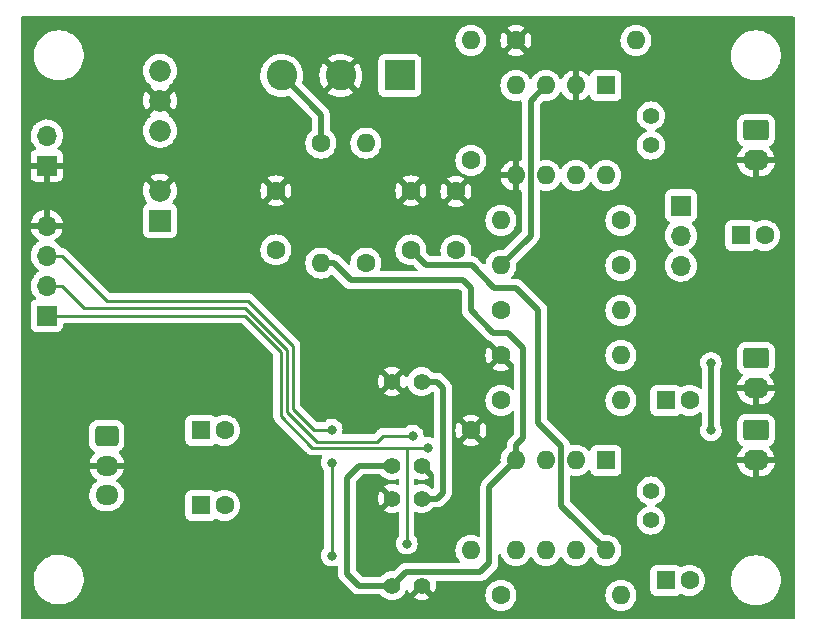
<source format=gbl>
G04 #@! TF.GenerationSoftware,KiCad,Pcbnew,(6.0.0)*
G04 #@! TF.CreationDate,2022-02-13T20:01:41+01:00*
G04 #@! TF.ProjectId,VolumeControl,566f6c75-6d65-4436-9f6e-74726f6c2e6b,rev?*
G04 #@! TF.SameCoordinates,Original*
G04 #@! TF.FileFunction,Copper,L2,Bot*
G04 #@! TF.FilePolarity,Positive*
%FSLAX46Y46*%
G04 Gerber Fmt 4.6, Leading zero omitted, Abs format (unit mm)*
G04 Created by KiCad (PCBNEW (6.0.0)) date 2022-02-13 20:01:41*
%MOMM*%
%LPD*%
G01*
G04 APERTURE LIST*
G04 Aperture macros list*
%AMRoundRect*
0 Rectangle with rounded corners*
0 $1 Rounding radius*
0 $2 $3 $4 $5 $6 $7 $8 $9 X,Y pos of 4 corners*
0 Add a 4 corners polygon primitive as box body*
4,1,4,$2,$3,$4,$5,$6,$7,$8,$9,$2,$3,0*
0 Add four circle primitives for the rounded corners*
1,1,$1+$1,$2,$3*
1,1,$1+$1,$4,$5*
1,1,$1+$1,$6,$7*
1,1,$1+$1,$8,$9*
0 Add four rect primitives between the rounded corners*
20,1,$1+$1,$2,$3,$4,$5,0*
20,1,$1+$1,$4,$5,$6,$7,0*
20,1,$1+$1,$6,$7,$8,$9,0*
20,1,$1+$1,$8,$9,$2,$3,0*%
G04 Aperture macros list end*
G04 #@! TA.AperFunction,ComponentPad*
%ADD10O,1.600000X1.600000*%
G04 #@! TD*
G04 #@! TA.AperFunction,ComponentPad*
%ADD11R,1.600000X1.600000*%
G04 #@! TD*
G04 #@! TA.AperFunction,ComponentPad*
%ADD12C,1.400000*%
G04 #@! TD*
G04 #@! TA.AperFunction,ComponentPad*
%ADD13C,1.600000*%
G04 #@! TD*
G04 #@! TA.AperFunction,ComponentPad*
%ADD14R,1.700000X1.700000*%
G04 #@! TD*
G04 #@! TA.AperFunction,ComponentPad*
%ADD15O,1.700000X1.700000*%
G04 #@! TD*
G04 #@! TA.AperFunction,ComponentPad*
%ADD16RoundRect,0.250000X-0.725000X0.600000X-0.725000X-0.600000X0.725000X-0.600000X0.725000X0.600000X0*%
G04 #@! TD*
G04 #@! TA.AperFunction,ComponentPad*
%ADD17O,1.950000X1.700000*%
G04 #@! TD*
G04 #@! TA.AperFunction,ComponentPad*
%ADD18RoundRect,0.250000X-0.845000X0.620000X-0.845000X-0.620000X0.845000X-0.620000X0.845000X0.620000X0*%
G04 #@! TD*
G04 #@! TA.AperFunction,ComponentPad*
%ADD19O,2.190000X1.740000*%
G04 #@! TD*
G04 #@! TA.AperFunction,ComponentPad*
%ADD20R,1.850000X1.850000*%
G04 #@! TD*
G04 #@! TA.AperFunction,ComponentPad*
%ADD21C,1.850000*%
G04 #@! TD*
G04 #@! TA.AperFunction,ComponentPad*
%ADD22R,2.600000X2.600000*%
G04 #@! TD*
G04 #@! TA.AperFunction,ComponentPad*
%ADD23C,2.600000*%
G04 #@! TD*
G04 #@! TA.AperFunction,ViaPad*
%ADD24C,0.800000*%
G04 #@! TD*
G04 #@! TA.AperFunction,Conductor*
%ADD25C,0.500000*%
G04 #@! TD*
G04 #@! TA.AperFunction,Conductor*
%ADD26C,0.254000*%
G04 #@! TD*
G04 #@! TA.AperFunction,Conductor*
%ADD27C,0.250000*%
G04 #@! TD*
G04 APERTURE END LIST*
D10*
G04 #@! TO.P,U3,8,V+*
G04 #@! TO.N,+12VA*
X75282000Y-60520000D03*
G04 #@! TO.P,U3,7*
G04 #@! TO.N,Net-(C5-Pad1)*
X72742000Y-60520000D03*
G04 #@! TO.P,U3,6,-*
G04 #@! TO.N,Net-(R5-Pad2)*
X70202000Y-60520000D03*
G04 #@! TO.P,U3,5,+*
G04 #@! TO.N,Net-(U1-Pad10)*
X67662000Y-60520000D03*
G04 #@! TO.P,U3,4,V-*
G04 #@! TO.N,-12VA*
X67662000Y-52900000D03*
G04 #@! TO.P,U3,3,+*
G04 #@! TO.N,Net-(U2-Pad10)*
X70202000Y-52900000D03*
G04 #@! TO.P,U3,2,-*
G04 #@! TO.N,Net-(R6-Pad2)*
X72742000Y-52900000D03*
D11*
G04 #@! TO.P,U3,1*
G04 #@! TO.N,Net-(C6-Pad1)*
X75282000Y-52900000D03*
G04 #@! TD*
D12*
G04 #@! TO.P,C13,1*
G04 #@! TO.N,+12VA*
X59670000Y-46228000D03*
G04 #@! TO.P,C13,2*
G04 #@! TO.N,GND*
X57170000Y-46228000D03*
G04 #@! TD*
D13*
G04 #@! TO.P,R8,1*
G04 #@! TO.N,Net-(R5-Pad2)*
X66392000Y-64330000D03*
D10*
G04 #@! TO.P,R8,2*
G04 #@! TO.N,Net-(C5-Pad1)*
X76552000Y-64330000D03*
G04 #@! TD*
D14*
G04 #@! TO.P,JP1,1,A*
G04 #@! TO.N,Net-(JP1-Pad1)*
X81632000Y-31325000D03*
D15*
G04 #@! TO.P,JP1,2,C*
G04 #@! TO.N,Net-(C10-Pad1)*
X81632000Y-33865000D03*
G04 #@! TO.P,JP1,3,B*
G04 #@! TO.N,Net-(JP1-Pad3)*
X81632000Y-36405000D03*
G04 #@! TD*
D12*
G04 #@! TO.P,C3,1*
G04 #@! TO.N,GND*
X59670000Y-53340000D03*
G04 #@! TO.P,C3,2*
G04 #@! TO.N,-12VA*
X57170000Y-53340000D03*
G04 #@! TD*
D13*
G04 #@! TO.P,R10,1*
G04 #@! TO.N,Net-(C5-Pad1)*
X76552000Y-36390000D03*
D10*
G04 #@! TO.P,R10,2*
G04 #@! TO.N,Net-(C14-Pad1)*
X66392000Y-36390000D03*
G04 #@! TD*
D13*
G04 #@! TO.P,R6,1*
G04 #@! TO.N,GND*
X66392000Y-44010000D03*
D10*
G04 #@! TO.P,R6,2*
G04 #@! TO.N,Net-(R6-Pad2)*
X76552000Y-44010000D03*
G04 #@! TD*
D13*
G04 #@! TO.P,R14,1*
G04 #@! TO.N,GND*
X67662000Y-17340000D03*
D10*
G04 #@! TO.P,R14,2*
G04 #@! TO.N,Net-(JP1-Pad1)*
X77822000Y-17340000D03*
G04 #@! TD*
D11*
G04 #@! TO.P,C6,1*
G04 #@! TO.N,Net-(C6-Pad1)*
X80362000Y-47820000D03*
D13*
G04 #@! TO.P,C6,2*
G04 #@! TO.N,Net-(C6-Pad2)*
X82362000Y-47820000D03*
G04 #@! TD*
D16*
G04 #@! TO.P,J1,1,Pin_1*
G04 #@! TO.N,Net-(C2-Pad1)*
X33020000Y-50840000D03*
D17*
G04 #@! TO.P,J1,2,Pin_2*
G04 #@! TO.N,GND*
X33020000Y-53340000D03*
G04 #@! TO.P,J1,3,Pin_3*
G04 #@! TO.N,Net-(C1-Pad1)*
X33020000Y-55840000D03*
G04 #@! TD*
D14*
G04 #@! TO.P,J4,1,Pin_1*
G04 #@! TO.N,GND*
X27940000Y-27940000D03*
D15*
G04 #@! TO.P,J4,2,Pin_2*
G04 #@! TO.N,+5V*
X27940000Y-25400000D03*
G04 #@! TD*
D14*
G04 #@! TO.P,J2,1,Pin_1*
G04 #@! TO.N,/CLK*
X27940000Y-40640000D03*
D15*
G04 #@! TO.P,J2,2,Pin_2*
G04 #@! TO.N,/SDI*
X27940000Y-38100000D03*
G04 #@! TO.P,J2,3,Pin_3*
G04 #@! TO.N,/CS1*
X27940000Y-35560000D03*
G04 #@! TO.P,J2,4,Pin_4*
G04 #@! TO.N,GND*
X27940000Y-33020000D03*
G04 #@! TD*
D18*
G04 #@! TO.P,J7,1,Pin_1*
G04 #@! TO.N,Net-(C10-Pad2)*
X87982000Y-24960000D03*
D19*
G04 #@! TO.P,J7,2,Pin_2*
G04 #@! TO.N,GND*
X87982000Y-27500000D03*
G04 #@! TD*
D18*
G04 #@! TO.P,J5,1,Pin_1*
G04 #@! TO.N,Net-(C5-Pad2)*
X87982000Y-50360000D03*
D19*
G04 #@! TO.P,J5,2,Pin_2*
G04 #@! TO.N,GND*
X87982000Y-52900000D03*
G04 #@! TD*
D12*
G04 #@! TO.P,C12,1*
G04 #@! TO.N,+12VA*
X59670000Y-56134000D03*
G04 #@! TO.P,C12,2*
G04 #@! TO.N,GND*
X57170000Y-56134000D03*
G04 #@! TD*
D11*
G04 #@! TO.P,C5,1*
G04 #@! TO.N,Net-(C5-Pad1)*
X80362000Y-63060000D03*
D13*
G04 #@! TO.P,C5,2*
G04 #@! TO.N,Net-(C5-Pad2)*
X82362000Y-63060000D03*
G04 #@! TD*
G04 #@! TO.P,C8,1*
G04 #@! TO.N,GND*
X47342000Y-30080000D03*
G04 #@! TO.P,C8,2*
G04 #@! TO.N,-12VA*
X47342000Y-35080000D03*
G04 #@! TD*
G04 #@! TO.P,R15,1*
G04 #@! TO.N,Net-(R15-Pad1)*
X63852000Y-27500000D03*
D10*
G04 #@! TO.P,R15,2*
G04 #@! TO.N,Net-(JP1-Pad1)*
X63852000Y-17340000D03*
G04 #@! TD*
D13*
G04 #@! TO.P,C14,1*
G04 #@! TO.N,Net-(C14-Pad1)*
X62582000Y-35120000D03*
G04 #@! TO.P,C14,2*
G04 #@! TO.N,GND*
X62582000Y-30120000D03*
G04 #@! TD*
D11*
G04 #@! TO.P,U4,1*
G04 #@! TO.N,Net-(JP1-Pad1)*
X75272000Y-21160000D03*
D10*
G04 #@! TO.P,U4,2,-*
G04 #@! TO.N,GND*
X72732000Y-21160000D03*
G04 #@! TO.P,U4,3,+*
G04 #@! TO.N,Net-(C14-Pad1)*
X70192000Y-21160000D03*
G04 #@! TO.P,U4,4,V-*
G04 #@! TO.N,-12VA*
X67652000Y-21160000D03*
G04 #@! TO.P,U4,5,+*
G04 #@! TO.N,GND*
X67652000Y-28780000D03*
G04 #@! TO.P,U4,6,-*
G04 #@! TO.N,Net-(R15-Pad1)*
X70192000Y-28780000D03*
G04 #@! TO.P,U4,7*
G04 #@! TO.N,Net-(JP1-Pad3)*
X72732000Y-28780000D03*
G04 #@! TO.P,U4,8,V+*
G04 #@! TO.N,+12VA*
X75272000Y-28780000D03*
G04 #@! TD*
D11*
G04 #@! TO.P,C1,1*
G04 #@! TO.N,Net-(C1-Pad1)*
X40992000Y-56710000D03*
D13*
G04 #@! TO.P,C1,2*
G04 #@! TO.N,Net-(C1-Pad2)*
X42992000Y-56710000D03*
G04 #@! TD*
D11*
G04 #@! TO.P,C2,1*
G04 #@! TO.N,Net-(C2-Pad1)*
X40992000Y-50360000D03*
D13*
G04 #@! TO.P,C2,2*
G04 #@! TO.N,Net-(C2-Pad2)*
X42992000Y-50360000D03*
G04 #@! TD*
G04 #@! TO.P,R11,1*
G04 #@! TO.N,Net-(C14-Pad1)*
X66392000Y-40200000D03*
D10*
G04 #@! TO.P,R11,2*
G04 #@! TO.N,Net-(C6-Pad1)*
X76552000Y-40200000D03*
G04 #@! TD*
D12*
G04 #@! TO.P,C4,1*
G04 #@! TO.N,GND*
X59690000Y-63500000D03*
G04 #@! TO.P,C4,2*
G04 #@! TO.N,-12VA*
X57190000Y-63500000D03*
G04 #@! TD*
D13*
G04 #@! TO.P,R12,1*
G04 #@! TO.N,+12VA*
X54962000Y-36195000D03*
D10*
G04 #@! TO.P,R12,2*
G04 #@! TO.N,Net-(J3-Pad1)*
X54962000Y-26035000D03*
G04 #@! TD*
D13*
G04 #@! TO.P,R16,1*
G04 #@! TO.N,Net-(JP1-Pad3)*
X76552000Y-32580000D03*
D10*
G04 #@! TO.P,R16,2*
G04 #@! TO.N,Net-(R15-Pad1)*
X66392000Y-32580000D03*
G04 #@! TD*
D18*
G04 #@! TO.P,J6,1,Pin_1*
G04 #@! TO.N,Net-(C6-Pad2)*
X87982000Y-44264000D03*
D19*
G04 #@! TO.P,J6,2,Pin_2*
G04 #@! TO.N,GND*
X87982000Y-46804000D03*
G04 #@! TD*
D13*
G04 #@! TO.P,R13,1*
G04 #@! TO.N,Net-(J3-Pad3)*
X51152000Y-26035000D03*
D10*
G04 #@! TO.P,R13,2*
G04 #@! TO.N,-12VA*
X51152000Y-36195000D03*
G04 #@! TD*
D13*
G04 #@! TO.P,R5,1*
G04 #@! TO.N,GND*
X63852000Y-50360000D03*
D10*
G04 #@! TO.P,R5,2*
G04 #@! TO.N,Net-(R5-Pad2)*
X63852000Y-60520000D03*
G04 #@! TD*
D12*
G04 #@! TO.P,C9,1*
G04 #@! TO.N,+12VA*
X79092000Y-57980000D03*
G04 #@! TO.P,C9,2*
G04 #@! TO.N,-12VA*
X79092000Y-55480000D03*
G04 #@! TD*
D13*
G04 #@! TO.P,R9,1*
G04 #@! TO.N,Net-(R6-Pad2)*
X66392000Y-47820000D03*
D10*
G04 #@! TO.P,R9,2*
G04 #@! TO.N,Net-(C6-Pad1)*
X76552000Y-47820000D03*
G04 #@! TD*
D13*
G04 #@! TO.P,C7,1*
G04 #@! TO.N,+12VA*
X58772000Y-35080000D03*
G04 #@! TO.P,C7,2*
G04 #@! TO.N,GND*
X58772000Y-30080000D03*
G04 #@! TD*
D20*
G04 #@! TO.P,PS1,1,+Vin*
G04 #@! TO.N,+5V*
X37524000Y-32610000D03*
D21*
G04 #@! TO.P,PS1,2,-Vin*
G04 #@! TO.N,GND*
X37524000Y-30070000D03*
G04 #@! TO.P,PS1,4,-Vout*
G04 #@! TO.N,Net-(J3-Pad3)*
X37524000Y-24990000D03*
G04 #@! TO.P,PS1,5,0V*
G04 #@! TO.N,GND*
X37524000Y-22450000D03*
G04 #@! TO.P,PS1,6,+Vout*
G04 #@! TO.N,Net-(J3-Pad1)*
X37524000Y-19910000D03*
G04 #@! TD*
D11*
G04 #@! TO.P,C10,1*
G04 #@! TO.N,Net-(C10-Pad1)*
X86712000Y-33850000D03*
D13*
G04 #@! TO.P,C10,2*
G04 #@! TO.N,Net-(C10-Pad2)*
X88712000Y-33850000D03*
G04 #@! TD*
D22*
G04 #@! TO.P,J3,1,Pin_1*
G04 #@! TO.N,Net-(J3-Pad1)*
X57832000Y-20312000D03*
D23*
G04 #@! TO.P,J3,2,Pin_2*
G04 #@! TO.N,GND*
X52832000Y-20312000D03*
G04 #@! TO.P,J3,3,Pin_3*
G04 #@! TO.N,Net-(J3-Pad3)*
X47832000Y-20312000D03*
G04 #@! TD*
D12*
G04 #@! TO.P,C11,1*
G04 #@! TO.N,+12VA*
X79092000Y-26230000D03*
G04 #@! TO.P,C11,2*
G04 #@! TO.N,-12VA*
X79092000Y-23730000D03*
G04 #@! TD*
D24*
G04 #@! TO.N,Net-(C5-Pad1)*
X84172000Y-50360000D03*
X84172000Y-44645000D03*
G04 #@! TO.N,/CLK*
X60198000Y-51816000D03*
X58420000Y-59944000D03*
G04 #@! TO.N,/CS1*
X52070000Y-50292000D03*
X52070000Y-60960000D03*
X52070000Y-53086000D03*
G04 #@! TO.N,/SDI*
X58928000Y-50800000D03*
G04 #@! TD*
D25*
G04 #@! TO.N,-12VA*
X65405000Y-61595000D02*
X65405000Y-55157000D01*
X64649511Y-62350489D02*
X65405000Y-61595000D01*
X58339511Y-62350489D02*
X64649511Y-62350489D01*
X57190000Y-63500000D02*
X58339511Y-62350489D01*
X65405000Y-55157000D02*
X67662000Y-52900000D01*
D26*
G04 #@! TO.N,/SDI*
X29210000Y-38100000D02*
X27940000Y-38100000D01*
X31115000Y-40005000D02*
X29210000Y-38100000D01*
X48260000Y-43554626D02*
X44710374Y-40005000D01*
X48260000Y-48768000D02*
X48260000Y-43554626D01*
X55880000Y-51308000D02*
X50800000Y-51308000D01*
X44710374Y-40005000D02*
X31115000Y-40005000D01*
X56388000Y-50800000D02*
X55880000Y-51308000D01*
X58928000Y-50800000D02*
X56388000Y-50800000D01*
X50800000Y-51308000D02*
X48260000Y-48768000D01*
G04 #@! TO.N,/CS1*
X29210000Y-35560000D02*
X27940000Y-35560000D01*
X48768000Y-48514000D02*
X48768000Y-43180000D01*
X33020000Y-39370000D02*
X29210000Y-35560000D01*
X50546000Y-50292000D02*
X48768000Y-48514000D01*
X52070000Y-50292000D02*
X50546000Y-50292000D01*
X48768000Y-43180000D02*
X44958000Y-39370000D01*
X44958000Y-39370000D02*
X33020000Y-39370000D01*
D27*
G04 #@! TO.N,/CLK*
X44704000Y-40640000D02*
X45524000Y-41460000D01*
X27940000Y-40640000D02*
X44704000Y-40640000D01*
D25*
G04 #@! TO.N,-12VA*
X53692000Y-37660000D02*
X52227000Y-36195000D01*
X63217000Y-37660000D02*
X53692000Y-37660000D01*
X63852000Y-38295000D02*
X63217000Y-37660000D01*
X63852000Y-40200000D02*
X63852000Y-38295000D01*
X52227000Y-36195000D02*
X51152000Y-36195000D01*
X65757000Y-42105000D02*
X63852000Y-40200000D01*
X67027000Y-42105000D02*
X65757000Y-42105000D01*
X68297000Y-43375000D02*
X67027000Y-42105000D01*
X68297000Y-50995000D02*
X68297000Y-43375000D01*
X67662000Y-51630000D02*
X68297000Y-50995000D01*
X67662000Y-52900000D02*
X67662000Y-51630000D01*
G04 #@! TO.N,Net-(J3-Pad3)*
X51152000Y-23632000D02*
X51152000Y-26035000D01*
X47832000Y-20312000D02*
X51152000Y-23632000D01*
G04 #@! TO.N,Net-(C5-Pad1)*
X84172000Y-44645000D02*
X84172000Y-50360000D01*
G04 #@! TO.N,+12VA*
X63900473Y-36369511D02*
X60061511Y-36369511D01*
X67662000Y-38295000D02*
X65825962Y-38295000D01*
X75282000Y-60520000D02*
X71492489Y-56730489D01*
X61468000Y-46736000D02*
X61468000Y-55626000D01*
X60061511Y-36369511D02*
X58772000Y-35080000D01*
X61468000Y-55626000D02*
X60960000Y-56134000D01*
X71492489Y-56730489D02*
X71492489Y-51650489D01*
X71492489Y-51650489D02*
X69567000Y-49725000D01*
X69567000Y-49725000D02*
X69567000Y-40200000D01*
X69567000Y-40200000D02*
X67662000Y-38295000D01*
X60960000Y-46228000D02*
X59670000Y-46228000D01*
X60960000Y-56134000D02*
X59670000Y-56134000D01*
X65825962Y-38295000D02*
X63900473Y-36369511D01*
X60960000Y-46228000D02*
X61468000Y-46736000D01*
G04 #@! TO.N,-12VA*
X53340000Y-54356000D02*
X53340000Y-62484000D01*
X53340000Y-62484000D02*
X54356000Y-63500000D01*
X57170000Y-53340000D02*
X54356000Y-53340000D01*
X54356000Y-63500000D02*
X57190000Y-63500000D01*
X54356000Y-53340000D02*
X53340000Y-54356000D01*
G04 #@! TO.N,Net-(C14-Pad1)*
X68901511Y-22450489D02*
X68901511Y-33880489D01*
X68901511Y-33880489D02*
X66392000Y-36390000D01*
X70192000Y-21160000D02*
X68901511Y-22450489D01*
D26*
G04 #@! TO.N,/CLK*
X58420000Y-51816000D02*
X50419000Y-51816000D01*
D27*
X58420000Y-59944000D02*
X58420000Y-51816000D01*
D26*
X47752000Y-43688000D02*
X47752000Y-49149000D01*
X47752000Y-43688000D02*
X45524000Y-41460000D01*
X60198000Y-51816000D02*
X58420000Y-51816000D01*
X50419000Y-51816000D02*
X47752000Y-49149000D01*
G04 #@! TO.N,/CS1*
X52070000Y-53086000D02*
X52070000Y-60960000D01*
G04 #@! TD*
G04 #@! TA.AperFunction,Conductor*
G04 #@! TO.N,GND*
G36*
X91226121Y-15328002D02*
G01*
X91272614Y-15381658D01*
X91284000Y-15434000D01*
X91284000Y-66236000D01*
X91263998Y-66304121D01*
X91210342Y-66350614D01*
X91158000Y-66362000D01*
X25878000Y-66362000D01*
X25809879Y-66341998D01*
X25763386Y-66288342D01*
X25752000Y-66236000D01*
X25752000Y-63124703D01*
X26846743Y-63124703D01*
X26847302Y-63128947D01*
X26847302Y-63128951D01*
X26856255Y-63196951D01*
X26884268Y-63409734D01*
X26960129Y-63687036D01*
X26961813Y-63690984D01*
X27060871Y-63923220D01*
X27072923Y-63951476D01*
X27123036Y-64035208D01*
X27218290Y-64194366D01*
X27220561Y-64198161D01*
X27400313Y-64422528D01*
X27497982Y-64515212D01*
X27543163Y-64558087D01*
X27608851Y-64620423D01*
X27798936Y-64757013D01*
X27829872Y-64779243D01*
X27842317Y-64788186D01*
X27846112Y-64790195D01*
X27846113Y-64790196D01*
X27867869Y-64801715D01*
X28096392Y-64922712D01*
X28366373Y-65021511D01*
X28647264Y-65082755D01*
X28675841Y-65085004D01*
X28870282Y-65100307D01*
X28870291Y-65100307D01*
X28872739Y-65100500D01*
X29028271Y-65100500D01*
X29030407Y-65100354D01*
X29030418Y-65100354D01*
X29238548Y-65086165D01*
X29238554Y-65086164D01*
X29242825Y-65085873D01*
X29247020Y-65085004D01*
X29247022Y-65085004D01*
X29383584Y-65056723D01*
X29524342Y-65027574D01*
X29795343Y-64931607D01*
X30050812Y-64799750D01*
X30054313Y-64797289D01*
X30054317Y-64797287D01*
X30202329Y-64693262D01*
X30286023Y-64634441D01*
X30379654Y-64547434D01*
X30493479Y-64441661D01*
X30493481Y-64441658D01*
X30496622Y-64438740D01*
X30678713Y-64216268D01*
X30828927Y-63971142D01*
X30944483Y-63707898D01*
X30954353Y-63673251D01*
X31022068Y-63435534D01*
X31023244Y-63431406D01*
X31063751Y-63146784D01*
X31063845Y-63128951D01*
X31065235Y-62863583D01*
X31065235Y-62863576D01*
X31065257Y-62859297D01*
X31062374Y-62837393D01*
X31035548Y-62633637D01*
X31027732Y-62574266D01*
X31023472Y-62558692D01*
X30971606Y-62369103D01*
X30951871Y-62296964D01*
X30915547Y-62211803D01*
X30840763Y-62036476D01*
X30840761Y-62036472D01*
X30839077Y-62032524D01*
X30740438Y-61867710D01*
X30693643Y-61789521D01*
X30693640Y-61789517D01*
X30691439Y-61785839D01*
X30511687Y-61561472D01*
X30374806Y-61431577D01*
X30306258Y-61366527D01*
X30306255Y-61366525D01*
X30303149Y-61363577D01*
X30069683Y-61195814D01*
X30047843Y-61184250D01*
X30024257Y-61171762D01*
X29815608Y-61061288D01*
X29564089Y-60969245D01*
X29549658Y-60963964D01*
X29549656Y-60963963D01*
X29545627Y-60962489D01*
X29264736Y-60901245D01*
X29233685Y-60898801D01*
X29041718Y-60883693D01*
X29041709Y-60883693D01*
X29039261Y-60883500D01*
X28883729Y-60883500D01*
X28881593Y-60883646D01*
X28881582Y-60883646D01*
X28673452Y-60897835D01*
X28673446Y-60897836D01*
X28669175Y-60898127D01*
X28664980Y-60898996D01*
X28664978Y-60898996D01*
X28528417Y-60927276D01*
X28387658Y-60956426D01*
X28116657Y-61052393D01*
X27861188Y-61184250D01*
X27857687Y-61186711D01*
X27857683Y-61186713D01*
X27847594Y-61193804D01*
X27625977Y-61349559D01*
X27610892Y-61363577D01*
X27432492Y-61529357D01*
X27415378Y-61545260D01*
X27233287Y-61767732D01*
X27083073Y-62012858D01*
X27081347Y-62016791D01*
X27081346Y-62016792D01*
X27015680Y-62166384D01*
X26967517Y-62276102D01*
X26888756Y-62552594D01*
X26848249Y-62837216D01*
X26848227Y-62841505D01*
X26848226Y-62841512D01*
X26846765Y-63120417D01*
X26846743Y-63124703D01*
X25752000Y-63124703D01*
X25752000Y-57558134D01*
X39683500Y-57558134D01*
X39690255Y-57620316D01*
X39741385Y-57756705D01*
X39828739Y-57873261D01*
X39945295Y-57960615D01*
X40081684Y-58011745D01*
X40143866Y-58018500D01*
X41840134Y-58018500D01*
X41902316Y-58011745D01*
X42038705Y-57960615D01*
X42155261Y-57873261D01*
X42160642Y-57866081D01*
X42166992Y-57859731D01*
X42169232Y-57861971D01*
X42213565Y-57828829D01*
X42284384Y-57823810D01*
X42325790Y-57841949D01*
X42325981Y-57841617D01*
X42328964Y-57843339D01*
X42329797Y-57843704D01*
X42335251Y-57847523D01*
X42340233Y-57849846D01*
X42340238Y-57849849D01*
X42537775Y-57941961D01*
X42542757Y-57944284D01*
X42548065Y-57945706D01*
X42548067Y-57945707D01*
X42758598Y-58002119D01*
X42758600Y-58002119D01*
X42763913Y-58003543D01*
X42992000Y-58023498D01*
X43220087Y-58003543D01*
X43225400Y-58002119D01*
X43225402Y-58002119D01*
X43435933Y-57945707D01*
X43435935Y-57945706D01*
X43441243Y-57944284D01*
X43446225Y-57941961D01*
X43643762Y-57849849D01*
X43643767Y-57849846D01*
X43648749Y-57847523D01*
X43790458Y-57748297D01*
X43831789Y-57719357D01*
X43831792Y-57719355D01*
X43836300Y-57716198D01*
X43998198Y-57554300D01*
X44129523Y-57366749D01*
X44131846Y-57361767D01*
X44131849Y-57361762D01*
X44223961Y-57164225D01*
X44223961Y-57164224D01*
X44226284Y-57159243D01*
X44248849Y-57075032D01*
X44284119Y-56943402D01*
X44284119Y-56943400D01*
X44285543Y-56938087D01*
X44305498Y-56710000D01*
X44285543Y-56481913D01*
X44226284Y-56260757D01*
X44223723Y-56255264D01*
X44131849Y-56058238D01*
X44131846Y-56058233D01*
X44129523Y-56053251D01*
X44042458Y-55928909D01*
X44001357Y-55870211D01*
X44001355Y-55870208D01*
X43998198Y-55865700D01*
X43836300Y-55703802D01*
X43831792Y-55700645D01*
X43831789Y-55700643D01*
X43711614Y-55616496D01*
X43648749Y-55572477D01*
X43643767Y-55570154D01*
X43643762Y-55570151D01*
X43446225Y-55478039D01*
X43446224Y-55478039D01*
X43441243Y-55475716D01*
X43435935Y-55474294D01*
X43435933Y-55474293D01*
X43225402Y-55417881D01*
X43225400Y-55417881D01*
X43220087Y-55416457D01*
X42992000Y-55396502D01*
X42763913Y-55416457D01*
X42758600Y-55417881D01*
X42758598Y-55417881D01*
X42548067Y-55474293D01*
X42548065Y-55474294D01*
X42542757Y-55475716D01*
X42537776Y-55478039D01*
X42537775Y-55478039D01*
X42340238Y-55570151D01*
X42340233Y-55570154D01*
X42335251Y-55572477D01*
X42329798Y-55576295D01*
X42329314Y-55576459D01*
X42325981Y-55578383D01*
X42325594Y-55577713D01*
X42262526Y-55598988D01*
X42193665Y-55581707D01*
X42168263Y-55558998D01*
X42166992Y-55560269D01*
X42160642Y-55553919D01*
X42155261Y-55546739D01*
X42038705Y-55459385D01*
X41902316Y-55408255D01*
X41840134Y-55401500D01*
X40143866Y-55401500D01*
X40081684Y-55408255D01*
X39945295Y-55459385D01*
X39828739Y-55546739D01*
X39741385Y-55663295D01*
X39690255Y-55799684D01*
X39683500Y-55861866D01*
X39683500Y-57558134D01*
X25752000Y-57558134D01*
X25752000Y-55775774D01*
X31533102Y-55775774D01*
X31533302Y-55781103D01*
X31533302Y-55781105D01*
X31536260Y-55859888D01*
X31541751Y-56006158D01*
X31589093Y-56231791D01*
X31591051Y-56236750D01*
X31591052Y-56236752D01*
X31659196Y-56409301D01*
X31673776Y-56446221D01*
X31793377Y-56643317D01*
X31796874Y-56647347D01*
X31940464Y-56812820D01*
X31944477Y-56817445D01*
X31977101Y-56844195D01*
X32118627Y-56960240D01*
X32118633Y-56960244D01*
X32122755Y-56963624D01*
X32127391Y-56966263D01*
X32127394Y-56966265D01*
X32149668Y-56978944D01*
X32323114Y-57077675D01*
X32539825Y-57156337D01*
X32545074Y-57157286D01*
X32545077Y-57157287D01*
X32762608Y-57196623D01*
X32762615Y-57196624D01*
X32766692Y-57197361D01*
X32784414Y-57198197D01*
X32789356Y-57198430D01*
X32789363Y-57198430D01*
X32790844Y-57198500D01*
X33202890Y-57198500D01*
X33269809Y-57192822D01*
X33369409Y-57184371D01*
X33369413Y-57184370D01*
X33374720Y-57183920D01*
X33379875Y-57182582D01*
X33379881Y-57182581D01*
X33592703Y-57127343D01*
X33592707Y-57127342D01*
X33597872Y-57126001D01*
X33602738Y-57123809D01*
X33602741Y-57123808D01*
X33803202Y-57033507D01*
X33808075Y-57031312D01*
X33999319Y-56902559D01*
X34005560Y-56896606D01*
X34101397Y-56805181D01*
X34166135Y-56743424D01*
X34173982Y-56732878D01*
X34257998Y-56619956D01*
X34303754Y-56558458D01*
X34311396Y-56543429D01*
X34363342Y-56441256D01*
X34408240Y-56352949D01*
X34444321Y-56236752D01*
X34475024Y-56137871D01*
X34476607Y-56132773D01*
X34479994Y-56107217D01*
X34506198Y-55909511D01*
X34506198Y-55909506D01*
X34506898Y-55904226D01*
X34505234Y-55859888D01*
X34498449Y-55679173D01*
X34498249Y-55673842D01*
X34450907Y-55448209D01*
X34438930Y-55417881D01*
X34368185Y-55238744D01*
X34368184Y-55238742D01*
X34366224Y-55233779D01*
X34350942Y-55208594D01*
X34249390Y-55041243D01*
X34246623Y-55036683D01*
X34212048Y-54996839D01*
X34099023Y-54866588D01*
X34099021Y-54866586D01*
X34095523Y-54862555D01*
X34045847Y-54821823D01*
X33921373Y-54719760D01*
X33921367Y-54719756D01*
X33917245Y-54716376D01*
X33912602Y-54713733D01*
X33885265Y-54698171D01*
X33835959Y-54647088D01*
X33822098Y-54577458D01*
X33848082Y-54511387D01*
X33877232Y-54484149D01*
X33994578Y-54405148D01*
X34002870Y-54398481D01*
X34161900Y-54246772D01*
X34168941Y-54238814D01*
X34300141Y-54062475D01*
X34305745Y-54053438D01*
X34405357Y-53857516D01*
X34409357Y-53847665D01*
X34474534Y-53637760D01*
X34476817Y-53627376D01*
X34478861Y-53611957D01*
X34476665Y-53597793D01*
X34463478Y-53594000D01*
X31578808Y-53594000D01*
X31565277Y-53597973D01*
X31563752Y-53608580D01*
X31588477Y-53726421D01*
X31591537Y-53736617D01*
X31672263Y-53941029D01*
X31676994Y-53950561D01*
X31791016Y-54138462D01*
X31797280Y-54147052D01*
X31941327Y-54313052D01*
X31948958Y-54320472D01*
X32118911Y-54459826D01*
X32127674Y-54465848D01*
X32154711Y-54481238D01*
X32204018Y-54532320D01*
X32217880Y-54601951D01*
X32191897Y-54668022D01*
X32162747Y-54695261D01*
X32114560Y-54727703D01*
X32040681Y-54777441D01*
X31873865Y-54936576D01*
X31736246Y-55121542D01*
X31733830Y-55126293D01*
X31733828Y-55126297D01*
X31684003Y-55224296D01*
X31631760Y-55327051D01*
X31630178Y-55332145D01*
X31630177Y-55332148D01*
X31590669Y-55459385D01*
X31563393Y-55547227D01*
X31562692Y-55552516D01*
X31539720Y-55725844D01*
X31533102Y-55775774D01*
X25752000Y-55775774D01*
X25752000Y-51490400D01*
X31536500Y-51490400D01*
X31536837Y-51493646D01*
X31536837Y-51493650D01*
X31546039Y-51582332D01*
X31547474Y-51596166D01*
X31549655Y-51602702D01*
X31549655Y-51602704D01*
X31586632Y-51713537D01*
X31603450Y-51763946D01*
X31696522Y-51914348D01*
X31821697Y-52039305D01*
X31827927Y-52043145D01*
X31827928Y-52043146D01*
X31847618Y-52055283D01*
X31967258Y-52129030D01*
X31967780Y-52129352D01*
X32015273Y-52182124D01*
X32026697Y-52252196D01*
X31998423Y-52317320D01*
X31988636Y-52327782D01*
X31878094Y-52433234D01*
X31871059Y-52441186D01*
X31739859Y-52617525D01*
X31734255Y-52626562D01*
X31634643Y-52822484D01*
X31630643Y-52832335D01*
X31565466Y-53042240D01*
X31563183Y-53052624D01*
X31561139Y-53068043D01*
X31563335Y-53082207D01*
X31576522Y-53086000D01*
X34461192Y-53086000D01*
X34474723Y-53082027D01*
X34476248Y-53071420D01*
X34451523Y-52953579D01*
X34448463Y-52943383D01*
X34367737Y-52738971D01*
X34363006Y-52729439D01*
X34248984Y-52541538D01*
X34242720Y-52532948D01*
X34098673Y-52366948D01*
X34091044Y-52359530D01*
X34059431Y-52333609D01*
X34019436Y-52274949D01*
X34017504Y-52203979D01*
X34054248Y-52143230D01*
X34073018Y-52129030D01*
X34174817Y-52066035D01*
X34219348Y-52038478D01*
X34344305Y-51913303D01*
X34350733Y-51902875D01*
X34433275Y-51768968D01*
X34433276Y-51768966D01*
X34437115Y-51762738D01*
X34473338Y-51653528D01*
X34490632Y-51601389D01*
X34490632Y-51601387D01*
X34492797Y-51594861D01*
X34493605Y-51586981D01*
X34500869Y-51516081D01*
X34503500Y-51490400D01*
X34503500Y-51208134D01*
X39683500Y-51208134D01*
X39690255Y-51270316D01*
X39741385Y-51406705D01*
X39828739Y-51523261D01*
X39945295Y-51610615D01*
X40081684Y-51661745D01*
X40143866Y-51668500D01*
X41840134Y-51668500D01*
X41902316Y-51661745D01*
X42038705Y-51610615D01*
X42155261Y-51523261D01*
X42160642Y-51516081D01*
X42166992Y-51509731D01*
X42169232Y-51511971D01*
X42213565Y-51478829D01*
X42284384Y-51473810D01*
X42325790Y-51491949D01*
X42325981Y-51491617D01*
X42328964Y-51493339D01*
X42329797Y-51493704D01*
X42335251Y-51497523D01*
X42340233Y-51499846D01*
X42340238Y-51499849D01*
X42537578Y-51591869D01*
X42542757Y-51594284D01*
X42548065Y-51595706D01*
X42548067Y-51595707D01*
X42758598Y-51652119D01*
X42758600Y-51652119D01*
X42763913Y-51653543D01*
X42992000Y-51673498D01*
X43220087Y-51653543D01*
X43225400Y-51652119D01*
X43225402Y-51652119D01*
X43435933Y-51595707D01*
X43435935Y-51595706D01*
X43441243Y-51594284D01*
X43446422Y-51591869D01*
X43643762Y-51499849D01*
X43643767Y-51499846D01*
X43648749Y-51497523D01*
X43803807Y-51388950D01*
X43831789Y-51369357D01*
X43831792Y-51369355D01*
X43836300Y-51366198D01*
X43998198Y-51204300D01*
X44010890Y-51186175D01*
X44066076Y-51107361D01*
X44129523Y-51016749D01*
X44131846Y-51011767D01*
X44131849Y-51011762D01*
X44223961Y-50814225D01*
X44223961Y-50814224D01*
X44226284Y-50809243D01*
X44246976Y-50732022D01*
X44284119Y-50593402D01*
X44284119Y-50593400D01*
X44285543Y-50588087D01*
X44305498Y-50360000D01*
X44285543Y-50131913D01*
X44282655Y-50121134D01*
X44227707Y-49916067D01*
X44227706Y-49916065D01*
X44226284Y-49910757D01*
X44217944Y-49892872D01*
X44131849Y-49708238D01*
X44131846Y-49708233D01*
X44129523Y-49703251D01*
X43998198Y-49515700D01*
X43836300Y-49353802D01*
X43831792Y-49350645D01*
X43831789Y-49350643D01*
X43720800Y-49272928D01*
X43648749Y-49222477D01*
X43643767Y-49220154D01*
X43643762Y-49220151D01*
X43446225Y-49128039D01*
X43446224Y-49128039D01*
X43441243Y-49125716D01*
X43435935Y-49124294D01*
X43435933Y-49124293D01*
X43225402Y-49067881D01*
X43225400Y-49067881D01*
X43220087Y-49066457D01*
X42992000Y-49046502D01*
X42763913Y-49066457D01*
X42758600Y-49067881D01*
X42758598Y-49067881D01*
X42548067Y-49124293D01*
X42548065Y-49124294D01*
X42542757Y-49125716D01*
X42537776Y-49128039D01*
X42537775Y-49128039D01*
X42340238Y-49220151D01*
X42340233Y-49220154D01*
X42335251Y-49222477D01*
X42329798Y-49226295D01*
X42329314Y-49226459D01*
X42325981Y-49228383D01*
X42325594Y-49227713D01*
X42262526Y-49248988D01*
X42193665Y-49231707D01*
X42168263Y-49208998D01*
X42166992Y-49210269D01*
X42160642Y-49203919D01*
X42155261Y-49196739D01*
X42038705Y-49109385D01*
X41902316Y-49058255D01*
X41840134Y-49051500D01*
X40143866Y-49051500D01*
X40081684Y-49058255D01*
X39945295Y-49109385D01*
X39828739Y-49196739D01*
X39741385Y-49313295D01*
X39690255Y-49449684D01*
X39683500Y-49511866D01*
X39683500Y-51208134D01*
X34503500Y-51208134D01*
X34503500Y-50189600D01*
X34503163Y-50186350D01*
X34493238Y-50090692D01*
X34493237Y-50090688D01*
X34492526Y-50083834D01*
X34436550Y-49916054D01*
X34343478Y-49765652D01*
X34218303Y-49640695D01*
X34190841Y-49623767D01*
X34073968Y-49551725D01*
X34073966Y-49551724D01*
X34067738Y-49547885D01*
X33970703Y-49515700D01*
X33906389Y-49494368D01*
X33906387Y-49494368D01*
X33899861Y-49492203D01*
X33893025Y-49491503D01*
X33893022Y-49491502D01*
X33849969Y-49487091D01*
X33795400Y-49481500D01*
X32244600Y-49481500D01*
X32241354Y-49481837D01*
X32241350Y-49481837D01*
X32145692Y-49491762D01*
X32145688Y-49491763D01*
X32138834Y-49492474D01*
X32132298Y-49494655D01*
X32132296Y-49494655D01*
X32101999Y-49504763D01*
X31971054Y-49548450D01*
X31820652Y-49641522D01*
X31695695Y-49766697D01*
X31691855Y-49772927D01*
X31691854Y-49772928D01*
X31609860Y-49905947D01*
X31602885Y-49917262D01*
X31547203Y-50085139D01*
X31546503Y-50091975D01*
X31546502Y-50091978D01*
X31543913Y-50117251D01*
X31536500Y-50189600D01*
X31536500Y-51490400D01*
X25752000Y-51490400D01*
X25752000Y-38066695D01*
X26577251Y-38066695D01*
X26577548Y-38071848D01*
X26577548Y-38071851D01*
X26585804Y-38215035D01*
X26590110Y-38289715D01*
X26591247Y-38294761D01*
X26591248Y-38294767D01*
X26612325Y-38388288D01*
X26639222Y-38507639D01*
X26680454Y-38609181D01*
X26716355Y-38697595D01*
X26723266Y-38714616D01*
X26765730Y-38783911D01*
X26830698Y-38889929D01*
X26839987Y-38905088D01*
X26986250Y-39073938D01*
X26990230Y-39077242D01*
X26994981Y-39081187D01*
X27034616Y-39140090D01*
X27036113Y-39211071D01*
X26998997Y-39271593D01*
X26958724Y-39296112D01*
X26843295Y-39339385D01*
X26726739Y-39426739D01*
X26639385Y-39543295D01*
X26588255Y-39679684D01*
X26581500Y-39741866D01*
X26581500Y-41538134D01*
X26588255Y-41600316D01*
X26639385Y-41736705D01*
X26726739Y-41853261D01*
X26843295Y-41940615D01*
X26979684Y-41991745D01*
X27041866Y-41998500D01*
X28838134Y-41998500D01*
X28900316Y-41991745D01*
X29036705Y-41940615D01*
X29153261Y-41853261D01*
X29240615Y-41736705D01*
X29291745Y-41600316D01*
X29298500Y-41538134D01*
X29298500Y-41399500D01*
X29318502Y-41331379D01*
X29372158Y-41284886D01*
X29424500Y-41273500D01*
X44389405Y-41273500D01*
X44457526Y-41293502D01*
X44478501Y-41310405D01*
X45008091Y-41839996D01*
X45015144Y-41847996D01*
X45017866Y-41852598D01*
X45023474Y-41858206D01*
X47079595Y-43914328D01*
X47113621Y-43976640D01*
X47116500Y-44003423D01*
X47116500Y-49069980D01*
X47115970Y-49081214D01*
X47114292Y-49088719D01*
X47115542Y-49128500D01*
X47116438Y-49157012D01*
X47116500Y-49160969D01*
X47116500Y-49188983D01*
X47116996Y-49192908D01*
X47116996Y-49192909D01*
X47117008Y-49193004D01*
X47117941Y-49204849D01*
X47119335Y-49249205D01*
X47124417Y-49266697D01*
X47125013Y-49268748D01*
X47129023Y-49288112D01*
X47131573Y-49308299D01*
X47134489Y-49315663D01*
X47134490Y-49315668D01*
X47147907Y-49349556D01*
X47151752Y-49360785D01*
X47164131Y-49403393D01*
X47168169Y-49410220D01*
X47168170Y-49410223D01*
X47174488Y-49420906D01*
X47183188Y-49438664D01*
X47187761Y-49450215D01*
X47187765Y-49450221D01*
X47190681Y-49457588D01*
X47195339Y-49463999D01*
X47195340Y-49464001D01*
X47216764Y-49493488D01*
X47223281Y-49503410D01*
X47241826Y-49534768D01*
X47241829Y-49534772D01*
X47245866Y-49541598D01*
X47260250Y-49555982D01*
X47273091Y-49571016D01*
X47285058Y-49587487D01*
X47291166Y-49592540D01*
X47319255Y-49615777D01*
X47328035Y-49623767D01*
X49913750Y-52209483D01*
X49921326Y-52217809D01*
X49925447Y-52224303D01*
X49931222Y-52229726D01*
X49975265Y-52271085D01*
X49978107Y-52273840D01*
X49997906Y-52293639D01*
X50001037Y-52296068D01*
X50001042Y-52296072D01*
X50001128Y-52296139D01*
X50010153Y-52303847D01*
X50042494Y-52334217D01*
X50049439Y-52338035D01*
X50049443Y-52338038D01*
X50060334Y-52344026D01*
X50076855Y-52354878D01*
X50092934Y-52367350D01*
X50133655Y-52384971D01*
X50144311Y-52390192D01*
X50176245Y-52407748D01*
X50176251Y-52407750D01*
X50183197Y-52411569D01*
X50190872Y-52413540D01*
X50190878Y-52413542D01*
X50202911Y-52416631D01*
X50221613Y-52423034D01*
X50240292Y-52431117D01*
X50248118Y-52432357D01*
X50248123Y-52432358D01*
X50284120Y-52438060D01*
X50295740Y-52440466D01*
X50331037Y-52449528D01*
X50338718Y-52451500D01*
X50359066Y-52451500D01*
X50378778Y-52453051D01*
X50398880Y-52456235D01*
X50443055Y-52452059D01*
X50454914Y-52451500D01*
X51169046Y-52451500D01*
X51237167Y-52471502D01*
X51283660Y-52525158D01*
X51293764Y-52595432D01*
X51278165Y-52640499D01*
X51235473Y-52714444D01*
X51176458Y-52896072D01*
X51175768Y-52902633D01*
X51175768Y-52902635D01*
X51158383Y-53068043D01*
X51156496Y-53086000D01*
X51157186Y-53092565D01*
X51164061Y-53157973D01*
X51176458Y-53275928D01*
X51235473Y-53457556D01*
X51238776Y-53463278D01*
X51238777Y-53463279D01*
X51244631Y-53473418D01*
X51330960Y-53622944D01*
X51335378Y-53627851D01*
X51335379Y-53627852D01*
X51402136Y-53701993D01*
X51432854Y-53766000D01*
X51434500Y-53786303D01*
X51434500Y-60259697D01*
X51414498Y-60327818D01*
X51402136Y-60344006D01*
X51330960Y-60423056D01*
X51235473Y-60588444D01*
X51176458Y-60770072D01*
X51175768Y-60776633D01*
X51175768Y-60776635D01*
X51165732Y-60872121D01*
X51156496Y-60960000D01*
X51157186Y-60966565D01*
X51174289Y-61129288D01*
X51176458Y-61149928D01*
X51235473Y-61331556D01*
X51238776Y-61337278D01*
X51238777Y-61337279D01*
X51256628Y-61368197D01*
X51330960Y-61496944D01*
X51335378Y-61501851D01*
X51335379Y-61501852D01*
X51453298Y-61632814D01*
X51458747Y-61638866D01*
X51528287Y-61689390D01*
X51606895Y-61746502D01*
X51613248Y-61751118D01*
X51619276Y-61753802D01*
X51619278Y-61753803D01*
X51781679Y-61826108D01*
X51787712Y-61828794D01*
X51878911Y-61848179D01*
X51968056Y-61867128D01*
X51968061Y-61867128D01*
X51974513Y-61868500D01*
X52165487Y-61868500D01*
X52171939Y-61867128D01*
X52171944Y-61867128D01*
X52261089Y-61848179D01*
X52352288Y-61828794D01*
X52358315Y-61826111D01*
X52358323Y-61826108D01*
X52404252Y-61805659D01*
X52474619Y-61796225D01*
X52538916Y-61826332D01*
X52576729Y-61886421D01*
X52581500Y-61920766D01*
X52581500Y-62416930D01*
X52580067Y-62435880D01*
X52578009Y-62449411D01*
X52576801Y-62457349D01*
X52577394Y-62464641D01*
X52577394Y-62464644D01*
X52581085Y-62510018D01*
X52581500Y-62520233D01*
X52581500Y-62528293D01*
X52581925Y-62531937D01*
X52584789Y-62556507D01*
X52585222Y-62560882D01*
X52590425Y-62624841D01*
X52591140Y-62633637D01*
X52593396Y-62640601D01*
X52594587Y-62646560D01*
X52595971Y-62652415D01*
X52596818Y-62659681D01*
X52621735Y-62728327D01*
X52623152Y-62732455D01*
X52645649Y-62801899D01*
X52649445Y-62808154D01*
X52651951Y-62813628D01*
X52654670Y-62819058D01*
X52657167Y-62825937D01*
X52661180Y-62832057D01*
X52661180Y-62832058D01*
X52697186Y-62886976D01*
X52699523Y-62890680D01*
X52737405Y-62953107D01*
X52741121Y-62957315D01*
X52741122Y-62957316D01*
X52744803Y-62961484D01*
X52744776Y-62961508D01*
X52747429Y-62964500D01*
X52750132Y-62967733D01*
X52754144Y-62973852D01*
X52759456Y-62978884D01*
X52810383Y-63027128D01*
X52812825Y-63029506D01*
X53772230Y-63988911D01*
X53784616Y-64003323D01*
X53793149Y-64014918D01*
X53793154Y-64014923D01*
X53797492Y-64020818D01*
X53803070Y-64025557D01*
X53803073Y-64025560D01*
X53837768Y-64055035D01*
X53845284Y-64061965D01*
X53850979Y-64067660D01*
X53853861Y-64069940D01*
X53873251Y-64085281D01*
X53876655Y-64088072D01*
X53926703Y-64130591D01*
X53932285Y-64135333D01*
X53938801Y-64138661D01*
X53943850Y-64142028D01*
X53948979Y-64145195D01*
X53954716Y-64149734D01*
X54020875Y-64180655D01*
X54024769Y-64182558D01*
X54089808Y-64215769D01*
X54096916Y-64217508D01*
X54102559Y-64219607D01*
X54108322Y-64221524D01*
X54114950Y-64224622D01*
X54122112Y-64226112D01*
X54122113Y-64226112D01*
X54186412Y-64239486D01*
X54190696Y-64240456D01*
X54261610Y-64257808D01*
X54267212Y-64258156D01*
X54267215Y-64258156D01*
X54272764Y-64258500D01*
X54272762Y-64258536D01*
X54276755Y-64258775D01*
X54280947Y-64259149D01*
X54288115Y-64260640D01*
X54365520Y-64258546D01*
X54368928Y-64258500D01*
X56187233Y-64258500D01*
X56255354Y-64278502D01*
X56276328Y-64295405D01*
X56410224Y-64429301D01*
X56583442Y-64550589D01*
X56588420Y-64552910D01*
X56588423Y-64552912D01*
X56726875Y-64617473D01*
X56775090Y-64639956D01*
X56780398Y-64641378D01*
X56780400Y-64641379D01*
X56974030Y-64693262D01*
X56974032Y-64693262D01*
X56979345Y-64694686D01*
X57190000Y-64713116D01*
X57400655Y-64694686D01*
X57405968Y-64693262D01*
X57405970Y-64693262D01*
X57599600Y-64641379D01*
X57599602Y-64641378D01*
X57604910Y-64639956D01*
X57653125Y-64617473D01*
X57791577Y-64552912D01*
X57791580Y-64552910D01*
X57796558Y-64550589D01*
X57848440Y-64514261D01*
X59040294Y-64514261D01*
X59049590Y-64526276D01*
X59079189Y-64547001D01*
X59088677Y-64552479D01*
X59270277Y-64637159D01*
X59280571Y-64640907D01*
X59474122Y-64692769D01*
X59484909Y-64694671D01*
X59684525Y-64712135D01*
X59695475Y-64712135D01*
X59895091Y-64694671D01*
X59905878Y-64692769D01*
X60099429Y-64640907D01*
X60109723Y-64637159D01*
X60291323Y-64552479D01*
X60300811Y-64547001D01*
X60331248Y-64525689D01*
X60339623Y-64515212D01*
X60332554Y-64501764D01*
X60160790Y-64330000D01*
X65078502Y-64330000D01*
X65098457Y-64558087D01*
X65099881Y-64563400D01*
X65099881Y-64563402D01*
X65136355Y-64699522D01*
X65157716Y-64779243D01*
X65160039Y-64784224D01*
X65160039Y-64784225D01*
X65252151Y-64981762D01*
X65252154Y-64981767D01*
X65254477Y-64986749D01*
X65277785Y-65020036D01*
X65381741Y-65168500D01*
X65385802Y-65174300D01*
X65547700Y-65336198D01*
X65552208Y-65339355D01*
X65552211Y-65339357D01*
X65630389Y-65394098D01*
X65735251Y-65467523D01*
X65740233Y-65469846D01*
X65740238Y-65469849D01*
X65937775Y-65561961D01*
X65942757Y-65564284D01*
X65948065Y-65565706D01*
X65948067Y-65565707D01*
X66158598Y-65622119D01*
X66158600Y-65622119D01*
X66163913Y-65623543D01*
X66392000Y-65643498D01*
X66620087Y-65623543D01*
X66625400Y-65622119D01*
X66625402Y-65622119D01*
X66835933Y-65565707D01*
X66835935Y-65565706D01*
X66841243Y-65564284D01*
X66846225Y-65561961D01*
X67043762Y-65469849D01*
X67043767Y-65469846D01*
X67048749Y-65467523D01*
X67153611Y-65394098D01*
X67231789Y-65339357D01*
X67231792Y-65339355D01*
X67236300Y-65336198D01*
X67398198Y-65174300D01*
X67402260Y-65168500D01*
X67506215Y-65020036D01*
X67529523Y-64986749D01*
X67531846Y-64981767D01*
X67531849Y-64981762D01*
X67623961Y-64784225D01*
X67623961Y-64784224D01*
X67626284Y-64779243D01*
X67647646Y-64699522D01*
X67684119Y-64563402D01*
X67684119Y-64563400D01*
X67685543Y-64558087D01*
X67705498Y-64330000D01*
X75238502Y-64330000D01*
X75258457Y-64558087D01*
X75259881Y-64563400D01*
X75259881Y-64563402D01*
X75296355Y-64699522D01*
X75317716Y-64779243D01*
X75320039Y-64784224D01*
X75320039Y-64784225D01*
X75412151Y-64981762D01*
X75412154Y-64981767D01*
X75414477Y-64986749D01*
X75437785Y-65020036D01*
X75541741Y-65168500D01*
X75545802Y-65174300D01*
X75707700Y-65336198D01*
X75712208Y-65339355D01*
X75712211Y-65339357D01*
X75790389Y-65394098D01*
X75895251Y-65467523D01*
X75900233Y-65469846D01*
X75900238Y-65469849D01*
X76097775Y-65561961D01*
X76102757Y-65564284D01*
X76108065Y-65565706D01*
X76108067Y-65565707D01*
X76318598Y-65622119D01*
X76318600Y-65622119D01*
X76323913Y-65623543D01*
X76552000Y-65643498D01*
X76780087Y-65623543D01*
X76785400Y-65622119D01*
X76785402Y-65622119D01*
X76995933Y-65565707D01*
X76995935Y-65565706D01*
X77001243Y-65564284D01*
X77006225Y-65561961D01*
X77203762Y-65469849D01*
X77203767Y-65469846D01*
X77208749Y-65467523D01*
X77313611Y-65394098D01*
X77391789Y-65339357D01*
X77391792Y-65339355D01*
X77396300Y-65336198D01*
X77558198Y-65174300D01*
X77562260Y-65168500D01*
X77666215Y-65020036D01*
X77689523Y-64986749D01*
X77691846Y-64981767D01*
X77691849Y-64981762D01*
X77783961Y-64784225D01*
X77783961Y-64784224D01*
X77786284Y-64779243D01*
X77807646Y-64699522D01*
X77844119Y-64563402D01*
X77844119Y-64563400D01*
X77845543Y-64558087D01*
X77865498Y-64330000D01*
X77845543Y-64101913D01*
X77841453Y-64086650D01*
X77793620Y-63908134D01*
X79053500Y-63908134D01*
X79060255Y-63970316D01*
X79111385Y-64106705D01*
X79198739Y-64223261D01*
X79315295Y-64310615D01*
X79451684Y-64361745D01*
X79513866Y-64368500D01*
X81210134Y-64368500D01*
X81272316Y-64361745D01*
X81408705Y-64310615D01*
X81525261Y-64223261D01*
X81530642Y-64216081D01*
X81536992Y-64209731D01*
X81539232Y-64211971D01*
X81583565Y-64178829D01*
X81654384Y-64173810D01*
X81695790Y-64191949D01*
X81695981Y-64191617D01*
X81698964Y-64193339D01*
X81699797Y-64193704D01*
X81705251Y-64197523D01*
X81710233Y-64199846D01*
X81710238Y-64199849D01*
X81859624Y-64269508D01*
X81912757Y-64294284D01*
X81918065Y-64295706D01*
X81918067Y-64295707D01*
X82128598Y-64352119D01*
X82128600Y-64352119D01*
X82133913Y-64353543D01*
X82362000Y-64373498D01*
X82590087Y-64353543D01*
X82595400Y-64352119D01*
X82595402Y-64352119D01*
X82805933Y-64295707D01*
X82805935Y-64295706D01*
X82811243Y-64294284D01*
X82864376Y-64269508D01*
X83013762Y-64199849D01*
X83013767Y-64199846D01*
X83018749Y-64197523D01*
X83155774Y-64101577D01*
X83201789Y-64069357D01*
X83201792Y-64069355D01*
X83206300Y-64066198D01*
X83368198Y-63904300D01*
X83388172Y-63875775D01*
X83460997Y-63771770D01*
X83499523Y-63716749D01*
X83501846Y-63711767D01*
X83501849Y-63711762D01*
X83593961Y-63514225D01*
X83593961Y-63514224D01*
X83596284Y-63509243D01*
X83602593Y-63485700D01*
X83654119Y-63293402D01*
X83654119Y-63293400D01*
X83655543Y-63288087D01*
X83663888Y-63192703D01*
X85872743Y-63192703D01*
X85873302Y-63196947D01*
X85873302Y-63196951D01*
X85886000Y-63293402D01*
X85910268Y-63477734D01*
X85986129Y-63755036D01*
X85987813Y-63758984D01*
X86079867Y-63974799D01*
X86098923Y-64019476D01*
X86148261Y-64101913D01*
X86243257Y-64260640D01*
X86246561Y-64266161D01*
X86426313Y-64490528D01*
X86503106Y-64563402D01*
X86584780Y-64640907D01*
X86634851Y-64688423D01*
X86868317Y-64856186D01*
X86872112Y-64858195D01*
X86872113Y-64858196D01*
X86893869Y-64869715D01*
X87122392Y-64990712D01*
X87146699Y-64999607D01*
X87383230Y-65086165D01*
X87392373Y-65089511D01*
X87673264Y-65150755D01*
X87701841Y-65153004D01*
X87896282Y-65168307D01*
X87896291Y-65168307D01*
X87898739Y-65168500D01*
X88054271Y-65168500D01*
X88056407Y-65168354D01*
X88056418Y-65168354D01*
X88264548Y-65154165D01*
X88264554Y-65154164D01*
X88268825Y-65153873D01*
X88273020Y-65153004D01*
X88273022Y-65153004D01*
X88409584Y-65124723D01*
X88550342Y-65095574D01*
X88821343Y-64999607D01*
X89076812Y-64867750D01*
X89080313Y-64865289D01*
X89080317Y-64865287D01*
X89296834Y-64713116D01*
X89312023Y-64702441D01*
X89472935Y-64552912D01*
X89519479Y-64509661D01*
X89519481Y-64509658D01*
X89522622Y-64506740D01*
X89704713Y-64284268D01*
X89854927Y-64039142D01*
X89870651Y-64003323D01*
X89968757Y-63779830D01*
X89970483Y-63775898D01*
X90049244Y-63499406D01*
X90089751Y-63214784D01*
X90089845Y-63196951D01*
X90091235Y-62931583D01*
X90091235Y-62931576D01*
X90091257Y-62927297D01*
X90086191Y-62888812D01*
X90066417Y-62738621D01*
X90053732Y-62642266D01*
X89977871Y-62364964D01*
X89938291Y-62272170D01*
X89866763Y-62104476D01*
X89866761Y-62104472D01*
X89865077Y-62100524D01*
X89764042Y-61931707D01*
X89719643Y-61857521D01*
X89719640Y-61857517D01*
X89717439Y-61853839D01*
X89537687Y-61629472D01*
X89411812Y-61510021D01*
X89332258Y-61434527D01*
X89332255Y-61434525D01*
X89329149Y-61431577D01*
X89095683Y-61263814D01*
X89073843Y-61252250D01*
X88971988Y-61198321D01*
X88841608Y-61129288D01*
X88571627Y-61030489D01*
X88290736Y-60969245D01*
X88256683Y-60966565D01*
X88067718Y-60951693D01*
X88067709Y-60951693D01*
X88065261Y-60951500D01*
X87909729Y-60951500D01*
X87907593Y-60951646D01*
X87907582Y-60951646D01*
X87699452Y-60965835D01*
X87699446Y-60965836D01*
X87695175Y-60966127D01*
X87690980Y-60966996D01*
X87690978Y-60966996D01*
X87554416Y-60995277D01*
X87413658Y-61024426D01*
X87142657Y-61120393D01*
X86887188Y-61252250D01*
X86883687Y-61254711D01*
X86883683Y-61254713D01*
X86873594Y-61261804D01*
X86651977Y-61417559D01*
X86636892Y-61431577D01*
X86454534Y-61601035D01*
X86441378Y-61613260D01*
X86259287Y-61835732D01*
X86109073Y-62080858D01*
X86107347Y-62084791D01*
X86107346Y-62084792D01*
X86047901Y-62220211D01*
X85993517Y-62344102D01*
X85914756Y-62620594D01*
X85899134Y-62730362D01*
X85876316Y-62890695D01*
X85874249Y-62905216D01*
X85874227Y-62909505D01*
X85874226Y-62909512D01*
X85872961Y-63151036D01*
X85872743Y-63192703D01*
X83663888Y-63192703D01*
X83675498Y-63060000D01*
X83655543Y-62831913D01*
X83609393Y-62659681D01*
X83597707Y-62616067D01*
X83597706Y-62616065D01*
X83596284Y-62610757D01*
X83570987Y-62556507D01*
X83501849Y-62408238D01*
X83501846Y-62408233D01*
X83499523Y-62403251D01*
X83368198Y-62215700D01*
X83206300Y-62053802D01*
X83201792Y-62050645D01*
X83201789Y-62050643D01*
X83114695Y-61989659D01*
X83018749Y-61922477D01*
X83013767Y-61920154D01*
X83013762Y-61920151D01*
X82816225Y-61828039D01*
X82816224Y-61828039D01*
X82811243Y-61825716D01*
X82805935Y-61824294D01*
X82805933Y-61824293D01*
X82595402Y-61767881D01*
X82595400Y-61767881D01*
X82590087Y-61766457D01*
X82362000Y-61746502D01*
X82133913Y-61766457D01*
X82128600Y-61767881D01*
X82128598Y-61767881D01*
X81918067Y-61824293D01*
X81918065Y-61824294D01*
X81912757Y-61825716D01*
X81907776Y-61828039D01*
X81907775Y-61828039D01*
X81710238Y-61920151D01*
X81710233Y-61920154D01*
X81705251Y-61922477D01*
X81699798Y-61926295D01*
X81699314Y-61926459D01*
X81695981Y-61928383D01*
X81695594Y-61927713D01*
X81632526Y-61948988D01*
X81563665Y-61931707D01*
X81538263Y-61908998D01*
X81536992Y-61910269D01*
X81530642Y-61903919D01*
X81525261Y-61896739D01*
X81408705Y-61809385D01*
X81272316Y-61758255D01*
X81210134Y-61751500D01*
X79513866Y-61751500D01*
X79451684Y-61758255D01*
X79315295Y-61809385D01*
X79198739Y-61896739D01*
X79111385Y-62013295D01*
X79060255Y-62149684D01*
X79053500Y-62211866D01*
X79053500Y-63908134D01*
X77793620Y-63908134D01*
X77787707Y-63886067D01*
X77787706Y-63886065D01*
X77786284Y-63880757D01*
X77780704Y-63868790D01*
X77691849Y-63678238D01*
X77691846Y-63678233D01*
X77689523Y-63673251D01*
X77616098Y-63568389D01*
X77561357Y-63490211D01*
X77561355Y-63490208D01*
X77558198Y-63485700D01*
X77396300Y-63323802D01*
X77391792Y-63320645D01*
X77391789Y-63320643D01*
X77246679Y-63219036D01*
X77208749Y-63192477D01*
X77203767Y-63190154D01*
X77203762Y-63190151D01*
X77006225Y-63098039D01*
X77006224Y-63098039D01*
X77001243Y-63095716D01*
X76995935Y-63094294D01*
X76995933Y-63094293D01*
X76785402Y-63037881D01*
X76785400Y-63037881D01*
X76780087Y-63036457D01*
X76552000Y-63016502D01*
X76323913Y-63036457D01*
X76318600Y-63037881D01*
X76318598Y-63037881D01*
X76108067Y-63094293D01*
X76108065Y-63094294D01*
X76102757Y-63095716D01*
X76097776Y-63098039D01*
X76097775Y-63098039D01*
X75900238Y-63190151D01*
X75900233Y-63190154D01*
X75895251Y-63192477D01*
X75857321Y-63219036D01*
X75712211Y-63320643D01*
X75712208Y-63320645D01*
X75707700Y-63323802D01*
X75545802Y-63485700D01*
X75542645Y-63490208D01*
X75542643Y-63490211D01*
X75487902Y-63568389D01*
X75414477Y-63673251D01*
X75412154Y-63678233D01*
X75412151Y-63678238D01*
X75323296Y-63868790D01*
X75317716Y-63880757D01*
X75316294Y-63886065D01*
X75316293Y-63886067D01*
X75262547Y-64086650D01*
X75258457Y-64101913D01*
X75238502Y-64330000D01*
X67705498Y-64330000D01*
X67685543Y-64101913D01*
X67681453Y-64086650D01*
X67627707Y-63886067D01*
X67627706Y-63886065D01*
X67626284Y-63880757D01*
X67620704Y-63868790D01*
X67531849Y-63678238D01*
X67531846Y-63678233D01*
X67529523Y-63673251D01*
X67456098Y-63568389D01*
X67401357Y-63490211D01*
X67401355Y-63490208D01*
X67398198Y-63485700D01*
X67236300Y-63323802D01*
X67231792Y-63320645D01*
X67231789Y-63320643D01*
X67086679Y-63219036D01*
X67048749Y-63192477D01*
X67043767Y-63190154D01*
X67043762Y-63190151D01*
X66846225Y-63098039D01*
X66846224Y-63098039D01*
X66841243Y-63095716D01*
X66835935Y-63094294D01*
X66835933Y-63094293D01*
X66625402Y-63037881D01*
X66625400Y-63037881D01*
X66620087Y-63036457D01*
X66392000Y-63016502D01*
X66163913Y-63036457D01*
X66158600Y-63037881D01*
X66158598Y-63037881D01*
X65948067Y-63094293D01*
X65948065Y-63094294D01*
X65942757Y-63095716D01*
X65937776Y-63098039D01*
X65937775Y-63098039D01*
X65740238Y-63190151D01*
X65740233Y-63190154D01*
X65735251Y-63192477D01*
X65697321Y-63219036D01*
X65552211Y-63320643D01*
X65552208Y-63320645D01*
X65547700Y-63323802D01*
X65385802Y-63485700D01*
X65382645Y-63490208D01*
X65382643Y-63490211D01*
X65327902Y-63568389D01*
X65254477Y-63673251D01*
X65252154Y-63678233D01*
X65252151Y-63678238D01*
X65163296Y-63868790D01*
X65157716Y-63880757D01*
X65156294Y-63886065D01*
X65156293Y-63886067D01*
X65102547Y-64086650D01*
X65098457Y-64101913D01*
X65078502Y-64330000D01*
X60160790Y-64330000D01*
X59702812Y-63872022D01*
X59688868Y-63864408D01*
X59687035Y-63864539D01*
X59680420Y-63868790D01*
X59046724Y-64502486D01*
X59040294Y-64514261D01*
X57848440Y-64514261D01*
X57969776Y-64429301D01*
X58119301Y-64279776D01*
X58240589Y-64106558D01*
X58245234Y-64096598D01*
X58295449Y-63988911D01*
X58326082Y-63923218D01*
X58372998Y-63869934D01*
X58441275Y-63850473D01*
X58509235Y-63871015D01*
X58554471Y-63923220D01*
X58637521Y-64101323D01*
X58642999Y-64110811D01*
X58664311Y-64141248D01*
X58674788Y-64149623D01*
X58688236Y-64142554D01*
X59600905Y-63229885D01*
X59663217Y-63195859D01*
X59734032Y-63200924D01*
X59779095Y-63229885D01*
X60692486Y-64143276D01*
X60704261Y-64149706D01*
X60716276Y-64140410D01*
X60737001Y-64110811D01*
X60742479Y-64101323D01*
X60827159Y-63919723D01*
X60830907Y-63909429D01*
X60882769Y-63715878D01*
X60884671Y-63705091D01*
X60902135Y-63505475D01*
X60902135Y-63494525D01*
X60884671Y-63294912D01*
X60882767Y-63284111D01*
X60878343Y-63267601D01*
X60880032Y-63196624D01*
X60919825Y-63137828D01*
X60985090Y-63109880D01*
X61000049Y-63108989D01*
X64582441Y-63108989D01*
X64601391Y-63110422D01*
X64615626Y-63112588D01*
X64615630Y-63112588D01*
X64622860Y-63113688D01*
X64630152Y-63113095D01*
X64630155Y-63113095D01*
X64675529Y-63109404D01*
X64685744Y-63108989D01*
X64693804Y-63108989D01*
X64707094Y-63107440D01*
X64722018Y-63105700D01*
X64726393Y-63105267D01*
X64791850Y-63099943D01*
X64791853Y-63099942D01*
X64799148Y-63099349D01*
X64806112Y-63097093D01*
X64812071Y-63095902D01*
X64817926Y-63094518D01*
X64825192Y-63093671D01*
X64893838Y-63068754D01*
X64897966Y-63067337D01*
X64960447Y-63047096D01*
X64960449Y-63047095D01*
X64967410Y-63044840D01*
X64973665Y-63041044D01*
X64979139Y-63038538D01*
X64984569Y-63035819D01*
X64991448Y-63033322D01*
X64999140Y-63028279D01*
X65052487Y-62993303D01*
X65056191Y-62990966D01*
X65118618Y-62953084D01*
X65126995Y-62945686D01*
X65127019Y-62945713D01*
X65130011Y-62943060D01*
X65133244Y-62940357D01*
X65139363Y-62936345D01*
X65192639Y-62880106D01*
X65195017Y-62877664D01*
X65893911Y-62178770D01*
X65908323Y-62166384D01*
X65919918Y-62157851D01*
X65919923Y-62157846D01*
X65925818Y-62153508D01*
X65930557Y-62147930D01*
X65930560Y-62147927D01*
X65960035Y-62113232D01*
X65966965Y-62105716D01*
X65972661Y-62100020D01*
X65974924Y-62097159D01*
X65974929Y-62097154D01*
X65990293Y-62077734D01*
X65993082Y-62074333D01*
X65994743Y-62072378D01*
X66040333Y-62018715D01*
X66043659Y-62012202D01*
X66047020Y-62007163D01*
X66050196Y-62002021D01*
X66054734Y-61996284D01*
X66085655Y-61930125D01*
X66087561Y-61926225D01*
X66089475Y-61922477D01*
X66120769Y-61861192D01*
X66122508Y-61854083D01*
X66124604Y-61848449D01*
X66126523Y-61842679D01*
X66129622Y-61836050D01*
X66131132Y-61828794D01*
X66141661Y-61778170D01*
X66144491Y-61764565D01*
X66145461Y-61760282D01*
X66145957Y-61758255D01*
X66162808Y-61689390D01*
X66163500Y-61678236D01*
X66163535Y-61678238D01*
X66163775Y-61674266D01*
X66164152Y-61670045D01*
X66165641Y-61662885D01*
X66163546Y-61585458D01*
X66163500Y-61582050D01*
X66163500Y-60940242D01*
X66183502Y-60872121D01*
X66237158Y-60825628D01*
X66307432Y-60815524D01*
X66372012Y-60845018D01*
X66411207Y-60907631D01*
X66427716Y-60969243D01*
X66430039Y-60974224D01*
X66430039Y-60974225D01*
X66522151Y-61171762D01*
X66522154Y-61171767D01*
X66524477Y-61176749D01*
X66539582Y-61198321D01*
X66643756Y-61347096D01*
X66655802Y-61364300D01*
X66817700Y-61526198D01*
X66822208Y-61529355D01*
X66822211Y-61529357D01*
X66868076Y-61561472D01*
X67005251Y-61657523D01*
X67010233Y-61659846D01*
X67010238Y-61659849D01*
X67207578Y-61751869D01*
X67212757Y-61754284D01*
X67218065Y-61755706D01*
X67218067Y-61755707D01*
X67428598Y-61812119D01*
X67428600Y-61812119D01*
X67433913Y-61813543D01*
X67662000Y-61833498D01*
X67890087Y-61813543D01*
X67895400Y-61812119D01*
X67895402Y-61812119D01*
X68105933Y-61755707D01*
X68105935Y-61755706D01*
X68111243Y-61754284D01*
X68116422Y-61751869D01*
X68313762Y-61659849D01*
X68313767Y-61659846D01*
X68318749Y-61657523D01*
X68455924Y-61561472D01*
X68501789Y-61529357D01*
X68501792Y-61529355D01*
X68506300Y-61526198D01*
X68668198Y-61364300D01*
X68680245Y-61347096D01*
X68784418Y-61198321D01*
X68799523Y-61176749D01*
X68801846Y-61171767D01*
X68801849Y-61171762D01*
X68817805Y-61137543D01*
X68864722Y-61084258D01*
X68932999Y-61064797D01*
X69000959Y-61085339D01*
X69046195Y-61137543D01*
X69062151Y-61171762D01*
X69062154Y-61171767D01*
X69064477Y-61176749D01*
X69079582Y-61198321D01*
X69183756Y-61347096D01*
X69195802Y-61364300D01*
X69357700Y-61526198D01*
X69362208Y-61529355D01*
X69362211Y-61529357D01*
X69408076Y-61561472D01*
X69545251Y-61657523D01*
X69550233Y-61659846D01*
X69550238Y-61659849D01*
X69747578Y-61751869D01*
X69752757Y-61754284D01*
X69758065Y-61755706D01*
X69758067Y-61755707D01*
X69968598Y-61812119D01*
X69968600Y-61812119D01*
X69973913Y-61813543D01*
X70202000Y-61833498D01*
X70430087Y-61813543D01*
X70435400Y-61812119D01*
X70435402Y-61812119D01*
X70645933Y-61755707D01*
X70645935Y-61755706D01*
X70651243Y-61754284D01*
X70656422Y-61751869D01*
X70853762Y-61659849D01*
X70853767Y-61659846D01*
X70858749Y-61657523D01*
X70995924Y-61561472D01*
X71041789Y-61529357D01*
X71041792Y-61529355D01*
X71046300Y-61526198D01*
X71208198Y-61364300D01*
X71220245Y-61347096D01*
X71324418Y-61198321D01*
X71339523Y-61176749D01*
X71341846Y-61171767D01*
X71341849Y-61171762D01*
X71357805Y-61137543D01*
X71404722Y-61084258D01*
X71472999Y-61064797D01*
X71540959Y-61085339D01*
X71586195Y-61137543D01*
X71602151Y-61171762D01*
X71602154Y-61171767D01*
X71604477Y-61176749D01*
X71619582Y-61198321D01*
X71723756Y-61347096D01*
X71735802Y-61364300D01*
X71897700Y-61526198D01*
X71902208Y-61529355D01*
X71902211Y-61529357D01*
X71948076Y-61561472D01*
X72085251Y-61657523D01*
X72090233Y-61659846D01*
X72090238Y-61659849D01*
X72287578Y-61751869D01*
X72292757Y-61754284D01*
X72298065Y-61755706D01*
X72298067Y-61755707D01*
X72508598Y-61812119D01*
X72508600Y-61812119D01*
X72513913Y-61813543D01*
X72742000Y-61833498D01*
X72970087Y-61813543D01*
X72975400Y-61812119D01*
X72975402Y-61812119D01*
X73185933Y-61755707D01*
X73185935Y-61755706D01*
X73191243Y-61754284D01*
X73196422Y-61751869D01*
X73393762Y-61659849D01*
X73393767Y-61659846D01*
X73398749Y-61657523D01*
X73535924Y-61561472D01*
X73581789Y-61529357D01*
X73581792Y-61529355D01*
X73586300Y-61526198D01*
X73748198Y-61364300D01*
X73760245Y-61347096D01*
X73864418Y-61198321D01*
X73879523Y-61176749D01*
X73881846Y-61171767D01*
X73881849Y-61171762D01*
X73897805Y-61137543D01*
X73944722Y-61084258D01*
X74012999Y-61064797D01*
X74080959Y-61085339D01*
X74126195Y-61137543D01*
X74142151Y-61171762D01*
X74142154Y-61171767D01*
X74144477Y-61176749D01*
X74159582Y-61198321D01*
X74263756Y-61347096D01*
X74275802Y-61364300D01*
X74437700Y-61526198D01*
X74442208Y-61529355D01*
X74442211Y-61529357D01*
X74488076Y-61561472D01*
X74625251Y-61657523D01*
X74630233Y-61659846D01*
X74630238Y-61659849D01*
X74827578Y-61751869D01*
X74832757Y-61754284D01*
X74838065Y-61755706D01*
X74838067Y-61755707D01*
X75048598Y-61812119D01*
X75048600Y-61812119D01*
X75053913Y-61813543D01*
X75282000Y-61833498D01*
X75510087Y-61813543D01*
X75515400Y-61812119D01*
X75515402Y-61812119D01*
X75725933Y-61755707D01*
X75725935Y-61755706D01*
X75731243Y-61754284D01*
X75736422Y-61751869D01*
X75933762Y-61659849D01*
X75933767Y-61659846D01*
X75938749Y-61657523D01*
X76075924Y-61561472D01*
X76121789Y-61529357D01*
X76121792Y-61529355D01*
X76126300Y-61526198D01*
X76288198Y-61364300D01*
X76300245Y-61347096D01*
X76404418Y-61198321D01*
X76419523Y-61176749D01*
X76421846Y-61171767D01*
X76421849Y-61171762D01*
X76513961Y-60974225D01*
X76513961Y-60974224D01*
X76516284Y-60969243D01*
X76519719Y-60956426D01*
X76574119Y-60753402D01*
X76574119Y-60753400D01*
X76575543Y-60748087D01*
X76595498Y-60520000D01*
X76575543Y-60291913D01*
X76516284Y-60070757D01*
X76457177Y-59944000D01*
X76421849Y-59868238D01*
X76421846Y-59868233D01*
X76419523Y-59863251D01*
X76288198Y-59675700D01*
X76126300Y-59513802D01*
X76121792Y-59510645D01*
X76121789Y-59510643D01*
X75966849Y-59402153D01*
X75938749Y-59382477D01*
X75933767Y-59380154D01*
X75933762Y-59380151D01*
X75736225Y-59288039D01*
X75736224Y-59288039D01*
X75731243Y-59285716D01*
X75725935Y-59284294D01*
X75725933Y-59284293D01*
X75515402Y-59227881D01*
X75515400Y-59227881D01*
X75510087Y-59226457D01*
X75282000Y-59206502D01*
X75276525Y-59206981D01*
X75119087Y-59220755D01*
X75049482Y-59206766D01*
X75019010Y-59184329D01*
X73814681Y-57980000D01*
X77878884Y-57980000D01*
X77897314Y-58190655D01*
X77952044Y-58394910D01*
X78041411Y-58586558D01*
X78162699Y-58759776D01*
X78312224Y-58909301D01*
X78485442Y-59030589D01*
X78490420Y-59032910D01*
X78490423Y-59032912D01*
X78560036Y-59065373D01*
X78677090Y-59119956D01*
X78682398Y-59121378D01*
X78682400Y-59121379D01*
X78876030Y-59173262D01*
X78876032Y-59173262D01*
X78881345Y-59174686D01*
X79092000Y-59193116D01*
X79302655Y-59174686D01*
X79307968Y-59173262D01*
X79307970Y-59173262D01*
X79501600Y-59121379D01*
X79501602Y-59121378D01*
X79506910Y-59119956D01*
X79623964Y-59065373D01*
X79693577Y-59032912D01*
X79693580Y-59032910D01*
X79698558Y-59030589D01*
X79871776Y-58909301D01*
X80021301Y-58759776D01*
X80142589Y-58586558D01*
X80231956Y-58394910D01*
X80286686Y-58190655D01*
X80305116Y-57980000D01*
X80286686Y-57769345D01*
X80271401Y-57712301D01*
X80233379Y-57570400D01*
X80233378Y-57570398D01*
X80231956Y-57565090D01*
X80228742Y-57558197D01*
X80144912Y-57378423D01*
X80144910Y-57378420D01*
X80142589Y-57373442D01*
X80021301Y-57200224D01*
X79871776Y-57050699D01*
X79698558Y-56929411D01*
X79693580Y-56927090D01*
X79693577Y-56927088D01*
X79515812Y-56844195D01*
X79462527Y-56797278D01*
X79443066Y-56729000D01*
X79463608Y-56661040D01*
X79515812Y-56615805D01*
X79693577Y-56532912D01*
X79693580Y-56532910D01*
X79698558Y-56530589D01*
X79871776Y-56409301D01*
X80021301Y-56259776D01*
X80142589Y-56086558D01*
X80157167Y-56055297D01*
X80229633Y-55899892D01*
X80229634Y-55899891D01*
X80231956Y-55894910D01*
X80241721Y-55858469D01*
X80285262Y-55695970D01*
X80285262Y-55695968D01*
X80286686Y-55690655D01*
X80305116Y-55480000D01*
X80286686Y-55269345D01*
X80282965Y-55255457D01*
X80233379Y-55070400D01*
X80233378Y-55070398D01*
X80231956Y-55065090D01*
X80218710Y-55036683D01*
X80144912Y-54878423D01*
X80144910Y-54878420D01*
X80142589Y-54873442D01*
X80021301Y-54700224D01*
X79871776Y-54550699D01*
X79698558Y-54429411D01*
X79693580Y-54427090D01*
X79693577Y-54427088D01*
X79511892Y-54342367D01*
X79511891Y-54342366D01*
X79506910Y-54340044D01*
X79501602Y-54338622D01*
X79501600Y-54338621D01*
X79307970Y-54286738D01*
X79307968Y-54286738D01*
X79302655Y-54285314D01*
X79092000Y-54266884D01*
X78881345Y-54285314D01*
X78876032Y-54286738D01*
X78876030Y-54286738D01*
X78682400Y-54338621D01*
X78682398Y-54338622D01*
X78677090Y-54340044D01*
X78672109Y-54342366D01*
X78672108Y-54342367D01*
X78490423Y-54427088D01*
X78490420Y-54427090D01*
X78485442Y-54429411D01*
X78312224Y-54550699D01*
X78162699Y-54700224D01*
X78041411Y-54873442D01*
X78039090Y-54878420D01*
X78039088Y-54878423D01*
X77965290Y-55036683D01*
X77952044Y-55065090D01*
X77950622Y-55070398D01*
X77950621Y-55070400D01*
X77901035Y-55255457D01*
X77897314Y-55269345D01*
X77878884Y-55480000D01*
X77897314Y-55690655D01*
X77898738Y-55695968D01*
X77898738Y-55695970D01*
X77942280Y-55858469D01*
X77952044Y-55894910D01*
X77954366Y-55899891D01*
X77954367Y-55899892D01*
X78026834Y-56055297D01*
X78041411Y-56086558D01*
X78162699Y-56259776D01*
X78312224Y-56409301D01*
X78485442Y-56530589D01*
X78490420Y-56532910D01*
X78490423Y-56532912D01*
X78668188Y-56615805D01*
X78721473Y-56662722D01*
X78740934Y-56731000D01*
X78720392Y-56798960D01*
X78668188Y-56844195D01*
X78490423Y-56927088D01*
X78490420Y-56927090D01*
X78485442Y-56929411D01*
X78312224Y-57050699D01*
X78162699Y-57200224D01*
X78041411Y-57373442D01*
X78039090Y-57378420D01*
X78039088Y-57378423D01*
X77955258Y-57558197D01*
X77952044Y-57565090D01*
X77950622Y-57570398D01*
X77950621Y-57570400D01*
X77912599Y-57712301D01*
X77897314Y-57769345D01*
X77878884Y-57980000D01*
X73814681Y-57980000D01*
X72287894Y-56453213D01*
X72253868Y-56390901D01*
X72250989Y-56364118D01*
X72250989Y-54287299D01*
X72270991Y-54219178D01*
X72324647Y-54172685D01*
X72394921Y-54162581D01*
X72409593Y-54165590D01*
X72513913Y-54193543D01*
X72742000Y-54213498D01*
X72970087Y-54193543D01*
X72975400Y-54192119D01*
X72975402Y-54192119D01*
X73185933Y-54135707D01*
X73185935Y-54135706D01*
X73191243Y-54134284D01*
X73253117Y-54105432D01*
X73393762Y-54039849D01*
X73393767Y-54039846D01*
X73398749Y-54037523D01*
X73528450Y-53946705D01*
X73581789Y-53909357D01*
X73581792Y-53909355D01*
X73586300Y-53906198D01*
X73748198Y-53744300D01*
X73751357Y-53739789D01*
X73754892Y-53735576D01*
X73756026Y-53736527D01*
X73806071Y-53696529D01*
X73876690Y-53689224D01*
X73940049Y-53721258D01*
X73976030Y-53782462D01*
X73979082Y-53799517D01*
X73980255Y-53810316D01*
X74031385Y-53946705D01*
X74118739Y-54063261D01*
X74235295Y-54150615D01*
X74371684Y-54201745D01*
X74433866Y-54208500D01*
X76130134Y-54208500D01*
X76192316Y-54201745D01*
X76328705Y-54150615D01*
X76445261Y-54063261D01*
X76532615Y-53946705D01*
X76583745Y-53810316D01*
X76590500Y-53748134D01*
X76590500Y-53168580D01*
X86405317Y-53168580D01*
X86431252Y-53292188D01*
X86434312Y-53302384D01*
X86516284Y-53509952D01*
X86521018Y-53519489D01*
X86636796Y-53710285D01*
X86643062Y-53718878D01*
X86789333Y-53887441D01*
X86796964Y-53894861D01*
X86969542Y-54036368D01*
X86978309Y-54042393D01*
X87172262Y-54152797D01*
X87181926Y-54157262D01*
X87391711Y-54233410D01*
X87401979Y-54236181D01*
X87622766Y-54276106D01*
X87630995Y-54277039D01*
X87649874Y-54277930D01*
X87652849Y-54278000D01*
X87709885Y-54278000D01*
X87725124Y-54273525D01*
X87726329Y-54272135D01*
X87728000Y-54264452D01*
X87728000Y-54259885D01*
X88236000Y-54259885D01*
X88240475Y-54275124D01*
X88241865Y-54276329D01*
X88249548Y-54278000D01*
X88263054Y-54278000D01*
X88268363Y-54277775D01*
X88434707Y-54263661D01*
X88445179Y-54261871D01*
X88661202Y-54205802D01*
X88671242Y-54202266D01*
X88874732Y-54110601D01*
X88884018Y-54105432D01*
X89069155Y-53980790D01*
X89077441Y-53974129D01*
X89238930Y-53820076D01*
X89245979Y-53812108D01*
X89379203Y-53633048D01*
X89384802Y-53624018D01*
X89485953Y-53425069D01*
X89489956Y-53415208D01*
X89556138Y-53202071D01*
X89558420Y-53191691D01*
X89561036Y-53171957D01*
X89558840Y-53157793D01*
X89545655Y-53154000D01*
X88254115Y-53154000D01*
X88238876Y-53158475D01*
X88237671Y-53159865D01*
X88236000Y-53167548D01*
X88236000Y-54259885D01*
X87728000Y-54259885D01*
X87728000Y-53172115D01*
X87723525Y-53156876D01*
X87722135Y-53155671D01*
X87714452Y-53154000D01*
X86420373Y-53154000D01*
X86406842Y-53157973D01*
X86405317Y-53168580D01*
X76590500Y-53168580D01*
X76590500Y-52051866D01*
X76583745Y-51989684D01*
X76532615Y-51853295D01*
X76445261Y-51736739D01*
X76328705Y-51649385D01*
X76192316Y-51598255D01*
X76130134Y-51591500D01*
X74433866Y-51591500D01*
X74371684Y-51598255D01*
X74235295Y-51649385D01*
X74118739Y-51736739D01*
X74031385Y-51853295D01*
X73980255Y-51989684D01*
X73979083Y-52000474D01*
X73978197Y-52002606D01*
X73977575Y-52005222D01*
X73977152Y-52005121D01*
X73951845Y-52066035D01*
X73893483Y-52106463D01*
X73822529Y-52108922D01*
X73761510Y-52072629D01*
X73754511Y-52063969D01*
X73751354Y-52060207D01*
X73748198Y-52055700D01*
X73586300Y-51893802D01*
X73581792Y-51890645D01*
X73581789Y-51890643D01*
X73433767Y-51786997D01*
X73398749Y-51762477D01*
X73393767Y-51760154D01*
X73393762Y-51760151D01*
X73196225Y-51668039D01*
X73196224Y-51668039D01*
X73191243Y-51665716D01*
X73185935Y-51664294D01*
X73185933Y-51664293D01*
X72975402Y-51607881D01*
X72975400Y-51607881D01*
X72970087Y-51606457D01*
X72742000Y-51586502D01*
X72513913Y-51606457D01*
X72401516Y-51636574D01*
X72330540Y-51634884D01*
X72271744Y-51595090D01*
X72243320Y-51525083D01*
X72241943Y-51508151D01*
X72241942Y-51508148D01*
X72241349Y-51500853D01*
X72239093Y-51493889D01*
X72237906Y-51487950D01*
X72236519Y-51482079D01*
X72235671Y-51474808D01*
X72233175Y-51467932D01*
X72233173Y-51467923D01*
X72210764Y-51406191D01*
X72209354Y-51402087D01*
X72186841Y-51332590D01*
X72183045Y-51326335D01*
X72180546Y-51320876D01*
X72177818Y-51315428D01*
X72175322Y-51308552D01*
X72135294Y-51247499D01*
X72132970Y-51243816D01*
X72097993Y-51186175D01*
X72097990Y-51186171D01*
X72095084Y-51181382D01*
X72091375Y-51177183D01*
X72091372Y-51177178D01*
X72087686Y-51173005D01*
X72087713Y-51172981D01*
X72085060Y-51169989D01*
X72082357Y-51166756D01*
X72078345Y-51160637D01*
X72022106Y-51107361D01*
X72019664Y-51104983D01*
X70362405Y-49447724D01*
X70328379Y-49385412D01*
X70325500Y-49358629D01*
X70325500Y-47820000D01*
X75238502Y-47820000D01*
X75258457Y-48048087D01*
X75259881Y-48053400D01*
X75259881Y-48053402D01*
X75305958Y-48225360D01*
X75317716Y-48269243D01*
X75320039Y-48274224D01*
X75320039Y-48274225D01*
X75412151Y-48471762D01*
X75412154Y-48471767D01*
X75414477Y-48476749D01*
X75545802Y-48664300D01*
X75707700Y-48826198D01*
X75712208Y-48829355D01*
X75712211Y-48829357D01*
X75749523Y-48855483D01*
X75895251Y-48957523D01*
X75900233Y-48959846D01*
X75900238Y-48959849D01*
X76097269Y-49051725D01*
X76102757Y-49054284D01*
X76108065Y-49055706D01*
X76108067Y-49055707D01*
X76318598Y-49112119D01*
X76318600Y-49112119D01*
X76323913Y-49113543D01*
X76552000Y-49133498D01*
X76780087Y-49113543D01*
X76785400Y-49112119D01*
X76785402Y-49112119D01*
X76995933Y-49055707D01*
X76995935Y-49055706D01*
X77001243Y-49054284D01*
X77006731Y-49051725D01*
X77203762Y-48959849D01*
X77203767Y-48959846D01*
X77208749Y-48957523D01*
X77354477Y-48855483D01*
X77391789Y-48829357D01*
X77391792Y-48829355D01*
X77396300Y-48826198D01*
X77554364Y-48668134D01*
X79053500Y-48668134D01*
X79060255Y-48730316D01*
X79111385Y-48866705D01*
X79198739Y-48983261D01*
X79315295Y-49070615D01*
X79451684Y-49121745D01*
X79513866Y-49128500D01*
X81210134Y-49128500D01*
X81272316Y-49121745D01*
X81408705Y-49070615D01*
X81525261Y-48983261D01*
X81530642Y-48976081D01*
X81536992Y-48969731D01*
X81539232Y-48971971D01*
X81583565Y-48938829D01*
X81654384Y-48933810D01*
X81695790Y-48951949D01*
X81695981Y-48951617D01*
X81698964Y-48953339D01*
X81699797Y-48953704D01*
X81705251Y-48957523D01*
X81710233Y-48959846D01*
X81710238Y-48959849D01*
X81907269Y-49051725D01*
X81912757Y-49054284D01*
X81918065Y-49055706D01*
X81918067Y-49055707D01*
X82128598Y-49112119D01*
X82128600Y-49112119D01*
X82133913Y-49113543D01*
X82362000Y-49133498D01*
X82590087Y-49113543D01*
X82595400Y-49112119D01*
X82595402Y-49112119D01*
X82805933Y-49055707D01*
X82805935Y-49055706D01*
X82811243Y-49054284D01*
X82816731Y-49051725D01*
X83013762Y-48959849D01*
X83013767Y-48959846D01*
X83018749Y-48957523D01*
X83206300Y-48826198D01*
X83207560Y-48824938D01*
X83271544Y-48796932D01*
X83341649Y-48808147D01*
X83394562Y-48855483D01*
X83413500Y-48921918D01*
X83413500Y-49823001D01*
X83396619Y-49886000D01*
X83337473Y-49988444D01*
X83278458Y-50170072D01*
X83277768Y-50176633D01*
X83277768Y-50176635D01*
X83268084Y-50268774D01*
X83258496Y-50360000D01*
X83259186Y-50366565D01*
X83273345Y-50501276D01*
X83278458Y-50549928D01*
X83337473Y-50731556D01*
X83432960Y-50896944D01*
X83437378Y-50901851D01*
X83437379Y-50901852D01*
X83553124Y-51030400D01*
X83560747Y-51038866D01*
X83630287Y-51089390D01*
X83683238Y-51127861D01*
X83715248Y-51151118D01*
X83721276Y-51153802D01*
X83721278Y-51153803D01*
X83843450Y-51208197D01*
X83889712Y-51228794D01*
X83982054Y-51248422D01*
X84070056Y-51267128D01*
X84070061Y-51267128D01*
X84076513Y-51268500D01*
X84267487Y-51268500D01*
X84273939Y-51267128D01*
X84273944Y-51267128D01*
X84361946Y-51248422D01*
X84454288Y-51228794D01*
X84500550Y-51208197D01*
X84622722Y-51153803D01*
X84622724Y-51153802D01*
X84628752Y-51151118D01*
X84660763Y-51127861D01*
X84713713Y-51089390D01*
X84783253Y-51038866D01*
X84790876Y-51030400D01*
X86378500Y-51030400D01*
X86378837Y-51033646D01*
X86378837Y-51033650D01*
X86388044Y-51122383D01*
X86389474Y-51136166D01*
X86391655Y-51142702D01*
X86391655Y-51142704D01*
X86433362Y-51267713D01*
X86445450Y-51303946D01*
X86538522Y-51454348D01*
X86663697Y-51579305D01*
X86669927Y-51583145D01*
X86669928Y-51583146D01*
X86814262Y-51672115D01*
X86813018Y-51674132D01*
X86857775Y-51713537D01*
X86877239Y-51781813D01*
X86856700Y-51849774D01*
X86838215Y-51871989D01*
X86725070Y-51979924D01*
X86718021Y-51987892D01*
X86584797Y-52166952D01*
X86579198Y-52175982D01*
X86478047Y-52374931D01*
X86474044Y-52384792D01*
X86407862Y-52597929D01*
X86405580Y-52608309D01*
X86402964Y-52628043D01*
X86405160Y-52642207D01*
X86418345Y-52646000D01*
X89543627Y-52646000D01*
X89557158Y-52642027D01*
X89558683Y-52631420D01*
X89532748Y-52507812D01*
X89529688Y-52497616D01*
X89447716Y-52290048D01*
X89442982Y-52280511D01*
X89327204Y-52089715D01*
X89320938Y-52081122D01*
X89174667Y-51912559D01*
X89167035Y-51905138D01*
X89133728Y-51877827D01*
X89093734Y-51819167D01*
X89091803Y-51748197D01*
X89128548Y-51687449D01*
X89151346Y-51672196D01*
X89150946Y-51671550D01*
X89295120Y-51582332D01*
X89301348Y-51578478D01*
X89426305Y-51453303D01*
X89430183Y-51447012D01*
X89515275Y-51308968D01*
X89515276Y-51308966D01*
X89519115Y-51302738D01*
X89552958Y-51200703D01*
X89572632Y-51141389D01*
X89572632Y-51141387D01*
X89574797Y-51134861D01*
X89576076Y-51122383D01*
X89580996Y-51074356D01*
X89585500Y-51030400D01*
X89585500Y-49689600D01*
X89581075Y-49646952D01*
X89575238Y-49590692D01*
X89575237Y-49590688D01*
X89574526Y-49583834D01*
X89564008Y-49552306D01*
X89520868Y-49423002D01*
X89518550Y-49416054D01*
X89425478Y-49265652D01*
X89401066Y-49241282D01*
X89305483Y-49145866D01*
X89300303Y-49140695D01*
X89294072Y-49136854D01*
X89155968Y-49051725D01*
X89155966Y-49051724D01*
X89149738Y-49047885D01*
X88989254Y-48994655D01*
X88988389Y-48994368D01*
X88988387Y-48994368D01*
X88981861Y-48992203D01*
X88975025Y-48991503D01*
X88975022Y-48991502D01*
X88931969Y-48987091D01*
X88877400Y-48981500D01*
X87086600Y-48981500D01*
X87083354Y-48981837D01*
X87083350Y-48981837D01*
X86987692Y-48991762D01*
X86987688Y-48991763D01*
X86980834Y-48992474D01*
X86974298Y-48994655D01*
X86974296Y-48994655D01*
X86842194Y-49038728D01*
X86813054Y-49048450D01*
X86662652Y-49141522D01*
X86537695Y-49266697D01*
X86533855Y-49272927D01*
X86533854Y-49272928D01*
X86448857Y-49410819D01*
X86444885Y-49417262D01*
X86423578Y-49481500D01*
X86401560Y-49547885D01*
X86389203Y-49585139D01*
X86388503Y-49591975D01*
X86388502Y-49591978D01*
X86386732Y-49609255D01*
X86378500Y-49689600D01*
X86378500Y-51030400D01*
X84790876Y-51030400D01*
X84906621Y-50901852D01*
X84906622Y-50901851D01*
X84911040Y-50896944D01*
X85006527Y-50731556D01*
X85065542Y-50549928D01*
X85070656Y-50501276D01*
X85084814Y-50366565D01*
X85085504Y-50360000D01*
X85075916Y-50268774D01*
X85066232Y-50176635D01*
X85066232Y-50176633D01*
X85065542Y-50170072D01*
X85006527Y-49988444D01*
X84947381Y-49886000D01*
X84930500Y-49823001D01*
X84930500Y-47072580D01*
X86405317Y-47072580D01*
X86431252Y-47196188D01*
X86434312Y-47206384D01*
X86516284Y-47413952D01*
X86521018Y-47423489D01*
X86636796Y-47614285D01*
X86643062Y-47622878D01*
X86789333Y-47791441D01*
X86796964Y-47798861D01*
X86969542Y-47940368D01*
X86978309Y-47946393D01*
X87172262Y-48056797D01*
X87181926Y-48061262D01*
X87391711Y-48137410D01*
X87401979Y-48140181D01*
X87622766Y-48180106D01*
X87630995Y-48181039D01*
X87649874Y-48181930D01*
X87652849Y-48182000D01*
X87709885Y-48182000D01*
X87725124Y-48177525D01*
X87726329Y-48176135D01*
X87728000Y-48168452D01*
X87728000Y-48163885D01*
X88236000Y-48163885D01*
X88240475Y-48179124D01*
X88241865Y-48180329D01*
X88249548Y-48182000D01*
X88263054Y-48182000D01*
X88268363Y-48181775D01*
X88434707Y-48167661D01*
X88445179Y-48165871D01*
X88661202Y-48109802D01*
X88671242Y-48106266D01*
X88874732Y-48014601D01*
X88884018Y-48009432D01*
X89069155Y-47884790D01*
X89077441Y-47878129D01*
X89238930Y-47724076D01*
X89245979Y-47716108D01*
X89379203Y-47537048D01*
X89384802Y-47528018D01*
X89485953Y-47329069D01*
X89489956Y-47319208D01*
X89556138Y-47106071D01*
X89558420Y-47095691D01*
X89561036Y-47075957D01*
X89558840Y-47061793D01*
X89545655Y-47058000D01*
X88254115Y-47058000D01*
X88238876Y-47062475D01*
X88237671Y-47063865D01*
X88236000Y-47071548D01*
X88236000Y-48163885D01*
X87728000Y-48163885D01*
X87728000Y-47076115D01*
X87723525Y-47060876D01*
X87722135Y-47059671D01*
X87714452Y-47058000D01*
X86420373Y-47058000D01*
X86406842Y-47061973D01*
X86405317Y-47072580D01*
X84930500Y-47072580D01*
X84930500Y-45181999D01*
X84947381Y-45118999D01*
X85003223Y-45022279D01*
X85003224Y-45022278D01*
X85006527Y-45016556D01*
X85033221Y-44934400D01*
X86378500Y-44934400D01*
X86378837Y-44937646D01*
X86378837Y-44937650D01*
X86386953Y-45015865D01*
X86389474Y-45040166D01*
X86391655Y-45046702D01*
X86391655Y-45046704D01*
X86408122Y-45096062D01*
X86445450Y-45207946D01*
X86538522Y-45358348D01*
X86663697Y-45483305D01*
X86669927Y-45487145D01*
X86669928Y-45487146D01*
X86814262Y-45576115D01*
X86813018Y-45578132D01*
X86857775Y-45617537D01*
X86877239Y-45685813D01*
X86856700Y-45753774D01*
X86838215Y-45775989D01*
X86725070Y-45883924D01*
X86718021Y-45891892D01*
X86584797Y-46070952D01*
X86579198Y-46079982D01*
X86478047Y-46278931D01*
X86474044Y-46288792D01*
X86407862Y-46501929D01*
X86405580Y-46512309D01*
X86402964Y-46532043D01*
X86405160Y-46546207D01*
X86418345Y-46550000D01*
X89543627Y-46550000D01*
X89557158Y-46546027D01*
X89558683Y-46535420D01*
X89532748Y-46411812D01*
X89529688Y-46401616D01*
X89447716Y-46194048D01*
X89442982Y-46184511D01*
X89327204Y-45993715D01*
X89320938Y-45985122D01*
X89174667Y-45816559D01*
X89167035Y-45809138D01*
X89133728Y-45781827D01*
X89093734Y-45723167D01*
X89091803Y-45652197D01*
X89128548Y-45591449D01*
X89151346Y-45576196D01*
X89150946Y-45575550D01*
X89295120Y-45486332D01*
X89301348Y-45482478D01*
X89426305Y-45357303D01*
X89447438Y-45323019D01*
X89515275Y-45212968D01*
X89515276Y-45212966D01*
X89519115Y-45206738D01*
X89574797Y-45038861D01*
X89576796Y-45019357D01*
X89585172Y-44937598D01*
X89585500Y-44934400D01*
X89585500Y-43593600D01*
X89582661Y-43566239D01*
X89575238Y-43494692D01*
X89575237Y-43494688D01*
X89574526Y-43487834D01*
X89518550Y-43320054D01*
X89425478Y-43169652D01*
X89300303Y-43044695D01*
X89294072Y-43040854D01*
X89155968Y-42955725D01*
X89155966Y-42955724D01*
X89149738Y-42951885D01*
X89049932Y-42918781D01*
X88988389Y-42898368D01*
X88988387Y-42898368D01*
X88981861Y-42896203D01*
X88975025Y-42895503D01*
X88975022Y-42895502D01*
X88924560Y-42890332D01*
X88877400Y-42885500D01*
X87086600Y-42885500D01*
X87083354Y-42885837D01*
X87083350Y-42885837D01*
X86987692Y-42895762D01*
X86987688Y-42895763D01*
X86980834Y-42896474D01*
X86974298Y-42898655D01*
X86974296Y-42898655D01*
X86913972Y-42918781D01*
X86813054Y-42952450D01*
X86662652Y-43045522D01*
X86537695Y-43170697D01*
X86533855Y-43176927D01*
X86533854Y-43176928D01*
X86461121Y-43294923D01*
X86444885Y-43321262D01*
X86389203Y-43489139D01*
X86378500Y-43593600D01*
X86378500Y-44934400D01*
X85033221Y-44934400D01*
X85065542Y-44834928D01*
X85071433Y-44778884D01*
X85084814Y-44651565D01*
X85085504Y-44645000D01*
X85065542Y-44455072D01*
X85006527Y-44273444D01*
X84911040Y-44108056D01*
X84820081Y-44007035D01*
X84787675Y-43971045D01*
X84787674Y-43971044D01*
X84783253Y-43966134D01*
X84628752Y-43853882D01*
X84622724Y-43851198D01*
X84622722Y-43851197D01*
X84460319Y-43778891D01*
X84460318Y-43778891D01*
X84454288Y-43776206D01*
X84360887Y-43756353D01*
X84273944Y-43737872D01*
X84273939Y-43737872D01*
X84267487Y-43736500D01*
X84076513Y-43736500D01*
X84070061Y-43737872D01*
X84070056Y-43737872D01*
X83983113Y-43756353D01*
X83889712Y-43776206D01*
X83883682Y-43778891D01*
X83883681Y-43778891D01*
X83721278Y-43851197D01*
X83721276Y-43851198D01*
X83715248Y-43853882D01*
X83560747Y-43966134D01*
X83556326Y-43971044D01*
X83556325Y-43971045D01*
X83523920Y-44007035D01*
X83432960Y-44108056D01*
X83337473Y-44273444D01*
X83278458Y-44455072D01*
X83258496Y-44645000D01*
X83259186Y-44651565D01*
X83272568Y-44778884D01*
X83278458Y-44834928D01*
X83337473Y-45016556D01*
X83340776Y-45022278D01*
X83340777Y-45022279D01*
X83396619Y-45118999D01*
X83413500Y-45181999D01*
X83413500Y-46718082D01*
X83393498Y-46786203D01*
X83339842Y-46832696D01*
X83269568Y-46842800D01*
X83207578Y-46815080D01*
X83206300Y-46813802D01*
X83018749Y-46682477D01*
X83013767Y-46680154D01*
X83013762Y-46680151D01*
X82816225Y-46588039D01*
X82816224Y-46588039D01*
X82811243Y-46585716D01*
X82805935Y-46584294D01*
X82805933Y-46584293D01*
X82595402Y-46527881D01*
X82595400Y-46527881D01*
X82590087Y-46526457D01*
X82362000Y-46506502D01*
X82133913Y-46526457D01*
X82128600Y-46527881D01*
X82128598Y-46527881D01*
X81918067Y-46584293D01*
X81918065Y-46584294D01*
X81912757Y-46585716D01*
X81907776Y-46588039D01*
X81907775Y-46588039D01*
X81710238Y-46680151D01*
X81710233Y-46680154D01*
X81705251Y-46682477D01*
X81699798Y-46686295D01*
X81699314Y-46686459D01*
X81695981Y-46688383D01*
X81695594Y-46687713D01*
X81632526Y-46708988D01*
X81563665Y-46691707D01*
X81538263Y-46668998D01*
X81536992Y-46670269D01*
X81530642Y-46663919D01*
X81525261Y-46656739D01*
X81408705Y-46569385D01*
X81272316Y-46518255D01*
X81210134Y-46511500D01*
X79513866Y-46511500D01*
X79451684Y-46518255D01*
X79315295Y-46569385D01*
X79198739Y-46656739D01*
X79111385Y-46773295D01*
X79060255Y-46909684D01*
X79053500Y-46971866D01*
X79053500Y-48668134D01*
X77554364Y-48668134D01*
X77558198Y-48664300D01*
X77689523Y-48476749D01*
X77691846Y-48471767D01*
X77691849Y-48471762D01*
X77783961Y-48274225D01*
X77783961Y-48274224D01*
X77786284Y-48269243D01*
X77798043Y-48225360D01*
X77844119Y-48053402D01*
X77844119Y-48053400D01*
X77845543Y-48048087D01*
X77865498Y-47820000D01*
X77845543Y-47591913D01*
X77805137Y-47441116D01*
X77787707Y-47376067D01*
X77787706Y-47376065D01*
X77786284Y-47370757D01*
X77766845Y-47329069D01*
X77691849Y-47168238D01*
X77691846Y-47168233D01*
X77689523Y-47163251D01*
X77577499Y-47003264D01*
X77561357Y-46980211D01*
X77561355Y-46980208D01*
X77558198Y-46975700D01*
X77396300Y-46813802D01*
X77391790Y-46810644D01*
X77391789Y-46810643D01*
X77248043Y-46709991D01*
X77208749Y-46682477D01*
X77203767Y-46680154D01*
X77203762Y-46680151D01*
X77006225Y-46588039D01*
X77006224Y-46588039D01*
X77001243Y-46585716D01*
X76995935Y-46584294D01*
X76995933Y-46584293D01*
X76785402Y-46527881D01*
X76785400Y-46527881D01*
X76780087Y-46526457D01*
X76552000Y-46506502D01*
X76323913Y-46526457D01*
X76318600Y-46527881D01*
X76318598Y-46527881D01*
X76108067Y-46584293D01*
X76108065Y-46584294D01*
X76102757Y-46585716D01*
X76097776Y-46588039D01*
X76097775Y-46588039D01*
X75900238Y-46680151D01*
X75900233Y-46680154D01*
X75895251Y-46682477D01*
X75855957Y-46709991D01*
X75712211Y-46810643D01*
X75712210Y-46810644D01*
X75707700Y-46813802D01*
X75545802Y-46975700D01*
X75542645Y-46980208D01*
X75542643Y-46980211D01*
X75526501Y-47003264D01*
X75414477Y-47163251D01*
X75412154Y-47168233D01*
X75412151Y-47168238D01*
X75337155Y-47329069D01*
X75317716Y-47370757D01*
X75316294Y-47376065D01*
X75316293Y-47376067D01*
X75298863Y-47441116D01*
X75258457Y-47591913D01*
X75238502Y-47820000D01*
X70325500Y-47820000D01*
X70325500Y-44010000D01*
X75238502Y-44010000D01*
X75258457Y-44238087D01*
X75259881Y-44243400D01*
X75259881Y-44243402D01*
X75297025Y-44382022D01*
X75317716Y-44459243D01*
X75320039Y-44464224D01*
X75320039Y-44464225D01*
X75412151Y-44661762D01*
X75412154Y-44661767D01*
X75414477Y-44666749D01*
X75459763Y-44731424D01*
X75532238Y-44834928D01*
X75545802Y-44854300D01*
X75707700Y-45016198D01*
X75712208Y-45019355D01*
X75712211Y-45019357D01*
X75749389Y-45045389D01*
X75895251Y-45147523D01*
X75900233Y-45149846D01*
X75900238Y-45149849D01*
X76096765Y-45241490D01*
X76102757Y-45244284D01*
X76108065Y-45245706D01*
X76108067Y-45245707D01*
X76318598Y-45302119D01*
X76318600Y-45302119D01*
X76323913Y-45303543D01*
X76552000Y-45323498D01*
X76780087Y-45303543D01*
X76785400Y-45302119D01*
X76785402Y-45302119D01*
X76995933Y-45245707D01*
X76995935Y-45245706D01*
X77001243Y-45244284D01*
X77007235Y-45241490D01*
X77203762Y-45149849D01*
X77203767Y-45149846D01*
X77208749Y-45147523D01*
X77354611Y-45045389D01*
X77391789Y-45019357D01*
X77391792Y-45019355D01*
X77396300Y-45016198D01*
X77558198Y-44854300D01*
X77571763Y-44834928D01*
X77644237Y-44731424D01*
X77689523Y-44666749D01*
X77691846Y-44661767D01*
X77691849Y-44661762D01*
X77783961Y-44464225D01*
X77783961Y-44464224D01*
X77786284Y-44459243D01*
X77806976Y-44382022D01*
X77844119Y-44243402D01*
X77844119Y-44243400D01*
X77845543Y-44238087D01*
X77865498Y-44010000D01*
X77845543Y-43781913D01*
X77833375Y-43736500D01*
X77787707Y-43566067D01*
X77787706Y-43566065D01*
X77786284Y-43560757D01*
X77783961Y-43555775D01*
X77691849Y-43358238D01*
X77691846Y-43358233D01*
X77689523Y-43353251D01*
X77610420Y-43240281D01*
X77561357Y-43170211D01*
X77561355Y-43170208D01*
X77558198Y-43165700D01*
X77396300Y-43003802D01*
X77391792Y-43000645D01*
X77391789Y-43000643D01*
X77257910Y-42906900D01*
X77208749Y-42872477D01*
X77203767Y-42870154D01*
X77203762Y-42870151D01*
X77006225Y-42778039D01*
X77006224Y-42778039D01*
X77001243Y-42775716D01*
X76995935Y-42774294D01*
X76995933Y-42774293D01*
X76785402Y-42717881D01*
X76785400Y-42717881D01*
X76780087Y-42716457D01*
X76552000Y-42696502D01*
X76323913Y-42716457D01*
X76318600Y-42717881D01*
X76318598Y-42717881D01*
X76108067Y-42774293D01*
X76108065Y-42774294D01*
X76102757Y-42775716D01*
X76097776Y-42778039D01*
X76097775Y-42778039D01*
X75900238Y-42870151D01*
X75900233Y-42870154D01*
X75895251Y-42872477D01*
X75846090Y-42906900D01*
X75712211Y-43000643D01*
X75712208Y-43000645D01*
X75707700Y-43003802D01*
X75545802Y-43165700D01*
X75542645Y-43170208D01*
X75542643Y-43170211D01*
X75493580Y-43240281D01*
X75414477Y-43353251D01*
X75412154Y-43358233D01*
X75412151Y-43358238D01*
X75320039Y-43555775D01*
X75317716Y-43560757D01*
X75316294Y-43566065D01*
X75316293Y-43566067D01*
X75270625Y-43736500D01*
X75258457Y-43781913D01*
X75238502Y-44010000D01*
X70325500Y-44010000D01*
X70325500Y-40267070D01*
X70326933Y-40248120D01*
X70329099Y-40233885D01*
X70329099Y-40233881D01*
X70330199Y-40226651D01*
X70328031Y-40200000D01*
X75238502Y-40200000D01*
X75258457Y-40428087D01*
X75259881Y-40433400D01*
X75259881Y-40433402D01*
X75305811Y-40604812D01*
X75317716Y-40649243D01*
X75320039Y-40654224D01*
X75320039Y-40654225D01*
X75412151Y-40851762D01*
X75412154Y-40851767D01*
X75414477Y-40856749D01*
X75545802Y-41044300D01*
X75707700Y-41206198D01*
X75712208Y-41209355D01*
X75712211Y-41209357D01*
X75790389Y-41264098D01*
X75895251Y-41337523D01*
X75900233Y-41339846D01*
X75900238Y-41339849D01*
X76077355Y-41422439D01*
X76102757Y-41434284D01*
X76108065Y-41435706D01*
X76108067Y-41435707D01*
X76318598Y-41492119D01*
X76318600Y-41492119D01*
X76323913Y-41493543D01*
X76552000Y-41513498D01*
X76780087Y-41493543D01*
X76785400Y-41492119D01*
X76785402Y-41492119D01*
X76995933Y-41435707D01*
X76995935Y-41435706D01*
X77001243Y-41434284D01*
X77026645Y-41422439D01*
X77203762Y-41339849D01*
X77203767Y-41339846D01*
X77208749Y-41337523D01*
X77313611Y-41264098D01*
X77391789Y-41209357D01*
X77391792Y-41209355D01*
X77396300Y-41206198D01*
X77558198Y-41044300D01*
X77689523Y-40856749D01*
X77691846Y-40851767D01*
X77691849Y-40851762D01*
X77783961Y-40654225D01*
X77783961Y-40654224D01*
X77786284Y-40649243D01*
X77798190Y-40604812D01*
X77844119Y-40433402D01*
X77844119Y-40433400D01*
X77845543Y-40428087D01*
X77865498Y-40200000D01*
X77845543Y-39971913D01*
X77841200Y-39955703D01*
X77787707Y-39756067D01*
X77787706Y-39756065D01*
X77786284Y-39750757D01*
X77783961Y-39745775D01*
X77691849Y-39548238D01*
X77691846Y-39548233D01*
X77689523Y-39543251D01*
X77558198Y-39355700D01*
X77396300Y-39193802D01*
X77391792Y-39190645D01*
X77391789Y-39190643D01*
X77273265Y-39107652D01*
X77208749Y-39062477D01*
X77203767Y-39060154D01*
X77203762Y-39060151D01*
X77006225Y-38968039D01*
X77006224Y-38968039D01*
X77001243Y-38965716D01*
X76995935Y-38964294D01*
X76995933Y-38964293D01*
X76785402Y-38907881D01*
X76785400Y-38907881D01*
X76780087Y-38906457D01*
X76552000Y-38886502D01*
X76323913Y-38906457D01*
X76318600Y-38907881D01*
X76318598Y-38907881D01*
X76108067Y-38964293D01*
X76108065Y-38964294D01*
X76102757Y-38965716D01*
X76097776Y-38968039D01*
X76097775Y-38968039D01*
X75900238Y-39060151D01*
X75900233Y-39060154D01*
X75895251Y-39062477D01*
X75830735Y-39107652D01*
X75712211Y-39190643D01*
X75712208Y-39190645D01*
X75707700Y-39193802D01*
X75545802Y-39355700D01*
X75414477Y-39543251D01*
X75412154Y-39548233D01*
X75412151Y-39548238D01*
X75320039Y-39745775D01*
X75317716Y-39750757D01*
X75316294Y-39756065D01*
X75316293Y-39756067D01*
X75262800Y-39955703D01*
X75258457Y-39971913D01*
X75238502Y-40200000D01*
X70328031Y-40200000D01*
X70325915Y-40173982D01*
X70325500Y-40163767D01*
X70325500Y-40155707D01*
X70322209Y-40127480D01*
X70321778Y-40123121D01*
X70315860Y-40050364D01*
X70313605Y-40043403D01*
X70312418Y-40037463D01*
X70311029Y-40031588D01*
X70310182Y-40024319D01*
X70285264Y-39955670D01*
X70283847Y-39951542D01*
X70263607Y-39889064D01*
X70263606Y-39889062D01*
X70261351Y-39882101D01*
X70257555Y-39875846D01*
X70255049Y-39870372D01*
X70252330Y-39864942D01*
X70249833Y-39858063D01*
X70209814Y-39797024D01*
X70207467Y-39793305D01*
X70206314Y-39791405D01*
X70169595Y-39730893D01*
X70162197Y-39722516D01*
X70162224Y-39722492D01*
X70159571Y-39719500D01*
X70156868Y-39716267D01*
X70152856Y-39710148D01*
X70096617Y-39656872D01*
X70094175Y-39654494D01*
X68245770Y-37806089D01*
X68233384Y-37791677D01*
X68224851Y-37780082D01*
X68224846Y-37780077D01*
X68220508Y-37774182D01*
X68214930Y-37769443D01*
X68214927Y-37769440D01*
X68180232Y-37739965D01*
X68172716Y-37733035D01*
X68167021Y-37727340D01*
X68151502Y-37715062D01*
X68144749Y-37709719D01*
X68141345Y-37706928D01*
X68091297Y-37664409D01*
X68091295Y-37664408D01*
X68085715Y-37659667D01*
X68079199Y-37656339D01*
X68074150Y-37652972D01*
X68069021Y-37649805D01*
X68063284Y-37645266D01*
X67997125Y-37614345D01*
X67993225Y-37612439D01*
X67992669Y-37612155D01*
X67928192Y-37579231D01*
X67921084Y-37577492D01*
X67915441Y-37575393D01*
X67909678Y-37573476D01*
X67903050Y-37570378D01*
X67831583Y-37555513D01*
X67827299Y-37554543D01*
X67756390Y-37537192D01*
X67750788Y-37536844D01*
X67750785Y-37536844D01*
X67745236Y-37536500D01*
X67745238Y-37536464D01*
X67741245Y-37536225D01*
X67737053Y-37535851D01*
X67729885Y-37534360D01*
X67663675Y-37536151D01*
X67652479Y-37536454D01*
X67649072Y-37536500D01*
X67400188Y-37536500D01*
X67332067Y-37516498D01*
X67285574Y-37462842D01*
X67275470Y-37392568D01*
X67304964Y-37327988D01*
X67311093Y-37321405D01*
X67398198Y-37234300D01*
X67412420Y-37213990D01*
X67487281Y-37107077D01*
X67529523Y-37046749D01*
X67531846Y-37041767D01*
X67531849Y-37041762D01*
X67623961Y-36844225D01*
X67623961Y-36844224D01*
X67626284Y-36839243D01*
X67630926Y-36821921D01*
X67684119Y-36623402D01*
X67684119Y-36623400D01*
X67685543Y-36618087D01*
X67705498Y-36390000D01*
X75238502Y-36390000D01*
X75258457Y-36618087D01*
X75259881Y-36623400D01*
X75259881Y-36623402D01*
X75313075Y-36821921D01*
X75317716Y-36839243D01*
X75320039Y-36844224D01*
X75320039Y-36844225D01*
X75412151Y-37041762D01*
X75412154Y-37041767D01*
X75414477Y-37046749D01*
X75456719Y-37107077D01*
X75531581Y-37213990D01*
X75545802Y-37234300D01*
X75707700Y-37396198D01*
X75712208Y-37399355D01*
X75712211Y-37399357D01*
X75756984Y-37430707D01*
X75895251Y-37527523D01*
X75900233Y-37529846D01*
X75900238Y-37529849D01*
X76097775Y-37621961D01*
X76102757Y-37624284D01*
X76108065Y-37625706D01*
X76108067Y-37625707D01*
X76318598Y-37682119D01*
X76318600Y-37682119D01*
X76323913Y-37683543D01*
X76552000Y-37703498D01*
X76780087Y-37683543D01*
X76785400Y-37682119D01*
X76785402Y-37682119D01*
X76995933Y-37625707D01*
X76995935Y-37625706D01*
X77001243Y-37624284D01*
X77006225Y-37621961D01*
X77203762Y-37529849D01*
X77203767Y-37529846D01*
X77208749Y-37527523D01*
X77347016Y-37430707D01*
X77391789Y-37399357D01*
X77391792Y-37399355D01*
X77396300Y-37396198D01*
X77558198Y-37234300D01*
X77572420Y-37213990D01*
X77647281Y-37107077D01*
X77689523Y-37046749D01*
X77691846Y-37041767D01*
X77691849Y-37041762D01*
X77783961Y-36844225D01*
X77783961Y-36844224D01*
X77786284Y-36839243D01*
X77790926Y-36821921D01*
X77844119Y-36623402D01*
X77844119Y-36623400D01*
X77845543Y-36618087D01*
X77865498Y-36390000D01*
X77863897Y-36371695D01*
X80269251Y-36371695D01*
X80269548Y-36376848D01*
X80269548Y-36376851D01*
X80275011Y-36471590D01*
X80282110Y-36594715D01*
X80283247Y-36599761D01*
X80283248Y-36599767D01*
X80303119Y-36687939D01*
X80331222Y-36812639D01*
X80415266Y-37019616D01*
X80431893Y-37046749D01*
X80476224Y-37119090D01*
X80531987Y-37210088D01*
X80678250Y-37378938D01*
X80850126Y-37521632D01*
X81043000Y-37634338D01*
X81047825Y-37636180D01*
X81047826Y-37636181D01*
X81091797Y-37652972D01*
X81251692Y-37714030D01*
X81256760Y-37715061D01*
X81256763Y-37715062D01*
X81317112Y-37727340D01*
X81470597Y-37758567D01*
X81475772Y-37758757D01*
X81475774Y-37758757D01*
X81688673Y-37766564D01*
X81688677Y-37766564D01*
X81693837Y-37766753D01*
X81698957Y-37766097D01*
X81698959Y-37766097D01*
X81910288Y-37739025D01*
X81910289Y-37739025D01*
X81915416Y-37738368D01*
X81920366Y-37736883D01*
X82124429Y-37675661D01*
X82124434Y-37675659D01*
X82129384Y-37674174D01*
X82329994Y-37575896D01*
X82511860Y-37446173D01*
X82670096Y-37288489D01*
X82703403Y-37242138D01*
X82797435Y-37111277D01*
X82800453Y-37107077D01*
X82813522Y-37080635D01*
X82897136Y-36911453D01*
X82897137Y-36911451D01*
X82899430Y-36906811D01*
X82964370Y-36693069D01*
X82993529Y-36471590D01*
X82993611Y-36468240D01*
X82995074Y-36408365D01*
X82995074Y-36408361D01*
X82995156Y-36405000D01*
X82976852Y-36182361D01*
X82922431Y-35965702D01*
X82833354Y-35760840D01*
X82757378Y-35643399D01*
X82714822Y-35577617D01*
X82714820Y-35577614D01*
X82712014Y-35573277D01*
X82561670Y-35408051D01*
X82557619Y-35404852D01*
X82557615Y-35404848D01*
X82390414Y-35272800D01*
X82390410Y-35272798D01*
X82386359Y-35269598D01*
X82345053Y-35246796D01*
X82295084Y-35196364D01*
X82280312Y-35126921D01*
X82305428Y-35060516D01*
X82332780Y-35033909D01*
X82397811Y-34987523D01*
X82511860Y-34906173D01*
X82536618Y-34881502D01*
X82650803Y-34767715D01*
X82670096Y-34748489D01*
X82703403Y-34702138D01*
X82706280Y-34698134D01*
X85403500Y-34698134D01*
X85410255Y-34760316D01*
X85461385Y-34896705D01*
X85548739Y-35013261D01*
X85665295Y-35100615D01*
X85801684Y-35151745D01*
X85863866Y-35158500D01*
X87560134Y-35158500D01*
X87622316Y-35151745D01*
X87758705Y-35100615D01*
X87875261Y-35013261D01*
X87880642Y-35006081D01*
X87886992Y-34999731D01*
X87889232Y-35001971D01*
X87933565Y-34968829D01*
X88004384Y-34963810D01*
X88045790Y-34981949D01*
X88045981Y-34981617D01*
X88048964Y-34983339D01*
X88049797Y-34983704D01*
X88055251Y-34987523D01*
X88060233Y-34989846D01*
X88060238Y-34989849D01*
X88253570Y-35080000D01*
X88262757Y-35084284D01*
X88268065Y-35085706D01*
X88268067Y-35085707D01*
X88478598Y-35142119D01*
X88478600Y-35142119D01*
X88483913Y-35143543D01*
X88712000Y-35163498D01*
X88940087Y-35143543D01*
X88945400Y-35142119D01*
X88945402Y-35142119D01*
X89155933Y-35085707D01*
X89155935Y-35085706D01*
X89161243Y-35084284D01*
X89170430Y-35080000D01*
X89363762Y-34989849D01*
X89363767Y-34989846D01*
X89368749Y-34987523D01*
X89510458Y-34888297D01*
X89551789Y-34859357D01*
X89551792Y-34859355D01*
X89556300Y-34856198D01*
X89718198Y-34694300D01*
X89732420Y-34673990D01*
X89807281Y-34567077D01*
X89849523Y-34506749D01*
X89851846Y-34501767D01*
X89851849Y-34501762D01*
X89943961Y-34304225D01*
X89943961Y-34304224D01*
X89946284Y-34299243D01*
X89948051Y-34292651D01*
X90004119Y-34083402D01*
X90004119Y-34083400D01*
X90005543Y-34078087D01*
X90025498Y-33850000D01*
X90005543Y-33621913D01*
X89996820Y-33589357D01*
X89947707Y-33406067D01*
X89947706Y-33406065D01*
X89946284Y-33400757D01*
X89943961Y-33395775D01*
X89851849Y-33198238D01*
X89851846Y-33198233D01*
X89849523Y-33193251D01*
X89740547Y-33037617D01*
X89721357Y-33010211D01*
X89721355Y-33010208D01*
X89718198Y-33005700D01*
X89556300Y-32843802D01*
X89551792Y-32840645D01*
X89551789Y-32840643D01*
X89463379Y-32778738D01*
X89368749Y-32712477D01*
X89363767Y-32710154D01*
X89363762Y-32710151D01*
X89166225Y-32618039D01*
X89166224Y-32618039D01*
X89161243Y-32615716D01*
X89155935Y-32614294D01*
X89155933Y-32614293D01*
X88945402Y-32557881D01*
X88945400Y-32557881D01*
X88940087Y-32556457D01*
X88712000Y-32536502D01*
X88483913Y-32556457D01*
X88478600Y-32557881D01*
X88478598Y-32557881D01*
X88268067Y-32614293D01*
X88268065Y-32614294D01*
X88262757Y-32615716D01*
X88257776Y-32618039D01*
X88257775Y-32618039D01*
X88060238Y-32710151D01*
X88060233Y-32710154D01*
X88055251Y-32712477D01*
X88049798Y-32716295D01*
X88049314Y-32716459D01*
X88045981Y-32718383D01*
X88045594Y-32717713D01*
X87982526Y-32738988D01*
X87913665Y-32721707D01*
X87888263Y-32698998D01*
X87886992Y-32700269D01*
X87880642Y-32693919D01*
X87875261Y-32686739D01*
X87758705Y-32599385D01*
X87622316Y-32548255D01*
X87560134Y-32541500D01*
X85863866Y-32541500D01*
X85801684Y-32548255D01*
X85665295Y-32599385D01*
X85548739Y-32686739D01*
X85461385Y-32803295D01*
X85410255Y-32939684D01*
X85403500Y-33001866D01*
X85403500Y-34698134D01*
X82706280Y-34698134D01*
X82797435Y-34571277D01*
X82800453Y-34567077D01*
X82813522Y-34540635D01*
X82897136Y-34371453D01*
X82897137Y-34371451D01*
X82899430Y-34366811D01*
X82964370Y-34153069D01*
X82993529Y-33931590D01*
X82993611Y-33928240D01*
X82995074Y-33868365D01*
X82995074Y-33868361D01*
X82995156Y-33865000D01*
X82976852Y-33642361D01*
X82922431Y-33425702D01*
X82833354Y-33220840D01*
X82712014Y-33033277D01*
X82708532Y-33029450D01*
X82564798Y-32871488D01*
X82533746Y-32807642D01*
X82542141Y-32737143D01*
X82587317Y-32682375D01*
X82613761Y-32668706D01*
X82720297Y-32628767D01*
X82728705Y-32625615D01*
X82845261Y-32538261D01*
X82932615Y-32421705D01*
X82983745Y-32285316D01*
X82990500Y-32223134D01*
X82990500Y-30426866D01*
X82983745Y-30364684D01*
X82932615Y-30228295D01*
X82845261Y-30111739D01*
X82728705Y-30024385D01*
X82592316Y-29973255D01*
X82530134Y-29966500D01*
X80733866Y-29966500D01*
X80671684Y-29973255D01*
X80535295Y-30024385D01*
X80418739Y-30111739D01*
X80331385Y-30228295D01*
X80280255Y-30364684D01*
X80273500Y-30426866D01*
X80273500Y-32223134D01*
X80280255Y-32285316D01*
X80331385Y-32421705D01*
X80418739Y-32538261D01*
X80535295Y-32625615D01*
X80543704Y-32628767D01*
X80543705Y-32628768D01*
X80652451Y-32669535D01*
X80709216Y-32712176D01*
X80733916Y-32778738D01*
X80718709Y-32848087D01*
X80699316Y-32874568D01*
X80572629Y-33007138D01*
X80569715Y-33011410D01*
X80569714Y-33011411D01*
X80551838Y-33037617D01*
X80446743Y-33191680D01*
X80352688Y-33394305D01*
X80292989Y-33609570D01*
X80269251Y-33831695D01*
X80269548Y-33836848D01*
X80269548Y-33836851D01*
X80278359Y-33989667D01*
X80282110Y-34054715D01*
X80283247Y-34059761D01*
X80283248Y-34059767D01*
X80305392Y-34158023D01*
X80331222Y-34272639D01*
X80415266Y-34479616D01*
X80531987Y-34670088D01*
X80678250Y-34838938D01*
X80850126Y-34981632D01*
X80862165Y-34988667D01*
X80923445Y-35024476D01*
X80972169Y-35076114D01*
X80985240Y-35145897D01*
X80958509Y-35211669D01*
X80918055Y-35245027D01*
X80905607Y-35251507D01*
X80901474Y-35254610D01*
X80901471Y-35254612D01*
X80733247Y-35380918D01*
X80726965Y-35385635D01*
X80677696Y-35437192D01*
X80577376Y-35542171D01*
X80572629Y-35547138D01*
X80569715Y-35551410D01*
X80569714Y-35551411D01*
X80557550Y-35569243D01*
X80446743Y-35731680D01*
X80352688Y-35934305D01*
X80292989Y-36149570D01*
X80269251Y-36371695D01*
X77863897Y-36371695D01*
X77845543Y-36161913D01*
X77824211Y-36082301D01*
X77787707Y-35946067D01*
X77787706Y-35946065D01*
X77786284Y-35940757D01*
X77783961Y-35935775D01*
X77691849Y-35738238D01*
X77691846Y-35738233D01*
X77689523Y-35733251D01*
X77603737Y-35610736D01*
X77561357Y-35550211D01*
X77561355Y-35550208D01*
X77558198Y-35545700D01*
X77396300Y-35383802D01*
X77391792Y-35380645D01*
X77391789Y-35380643D01*
X77229638Y-35267104D01*
X77208749Y-35252477D01*
X77203767Y-35250154D01*
X77203762Y-35250151D01*
X77006225Y-35158039D01*
X77006224Y-35158039D01*
X77001243Y-35155716D01*
X76995935Y-35154294D01*
X76995933Y-35154293D01*
X76785402Y-35097881D01*
X76785400Y-35097881D01*
X76780087Y-35096457D01*
X76552000Y-35076502D01*
X76323913Y-35096457D01*
X76318600Y-35097881D01*
X76318598Y-35097881D01*
X76108067Y-35154293D01*
X76108065Y-35154294D01*
X76102757Y-35155716D01*
X76097776Y-35158039D01*
X76097775Y-35158039D01*
X75900238Y-35250151D01*
X75900233Y-35250154D01*
X75895251Y-35252477D01*
X75874362Y-35267104D01*
X75712211Y-35380643D01*
X75712208Y-35380645D01*
X75707700Y-35383802D01*
X75545802Y-35545700D01*
X75542645Y-35550208D01*
X75542643Y-35550211D01*
X75500263Y-35610736D01*
X75414477Y-35733251D01*
X75412154Y-35738233D01*
X75412151Y-35738238D01*
X75320039Y-35935775D01*
X75317716Y-35940757D01*
X75316294Y-35946065D01*
X75316293Y-35946067D01*
X75279789Y-36082301D01*
X75258457Y-36161913D01*
X75238502Y-36390000D01*
X67705498Y-36390000D01*
X67703934Y-36372119D01*
X67691245Y-36227087D01*
X67705234Y-36157482D01*
X67727671Y-36127010D01*
X69390422Y-34464259D01*
X69404834Y-34451873D01*
X69416429Y-34443340D01*
X69416434Y-34443335D01*
X69422329Y-34438997D01*
X69427068Y-34433419D01*
X69427071Y-34433416D01*
X69456546Y-34398721D01*
X69463476Y-34391205D01*
X69469171Y-34385510D01*
X69486792Y-34363238D01*
X69489583Y-34359834D01*
X69532102Y-34309786D01*
X69532103Y-34309784D01*
X69536844Y-34304204D01*
X69540172Y-34297688D01*
X69543531Y-34292651D01*
X69546705Y-34287512D01*
X69551245Y-34281773D01*
X69582147Y-34215652D01*
X69584080Y-34211698D01*
X69589969Y-34200165D01*
X69617280Y-34146681D01*
X69619021Y-34139565D01*
X69621115Y-34133935D01*
X69623034Y-34128168D01*
X69626132Y-34121539D01*
X69627742Y-34113802D01*
X69640993Y-34050093D01*
X69641964Y-34045804D01*
X69644181Y-34036745D01*
X69659319Y-33974879D01*
X69660011Y-33963725D01*
X69660047Y-33963727D01*
X69660286Y-33959737D01*
X69660661Y-33955539D01*
X69662151Y-33948374D01*
X69660057Y-33870985D01*
X69660011Y-33867577D01*
X69660011Y-32580000D01*
X75238502Y-32580000D01*
X75258457Y-32808087D01*
X75259881Y-32813400D01*
X75259881Y-32813402D01*
X75311408Y-33005700D01*
X75317716Y-33029243D01*
X75320039Y-33034224D01*
X75320039Y-33034225D01*
X75412151Y-33231762D01*
X75412154Y-33231767D01*
X75414477Y-33236749D01*
X75467806Y-33312910D01*
X75528295Y-33399297D01*
X75545802Y-33424300D01*
X75707700Y-33586198D01*
X75712208Y-33589355D01*
X75712211Y-33589357D01*
X75782815Y-33638794D01*
X75895251Y-33717523D01*
X75900233Y-33719846D01*
X75900238Y-33719849D01*
X76097775Y-33811961D01*
X76102757Y-33814284D01*
X76108065Y-33815706D01*
X76108067Y-33815707D01*
X76318598Y-33872119D01*
X76318600Y-33872119D01*
X76323913Y-33873543D01*
X76552000Y-33893498D01*
X76780087Y-33873543D01*
X76785400Y-33872119D01*
X76785402Y-33872119D01*
X76995933Y-33815707D01*
X76995935Y-33815706D01*
X77001243Y-33814284D01*
X77006225Y-33811961D01*
X77203762Y-33719849D01*
X77203767Y-33719846D01*
X77208749Y-33717523D01*
X77321185Y-33638794D01*
X77391789Y-33589357D01*
X77391792Y-33589355D01*
X77396300Y-33586198D01*
X77558198Y-33424300D01*
X77575706Y-33399297D01*
X77636194Y-33312910D01*
X77689523Y-33236749D01*
X77691846Y-33231767D01*
X77691849Y-33231762D01*
X77783961Y-33034225D01*
X77783961Y-33034224D01*
X77786284Y-33029243D01*
X77792593Y-33005700D01*
X77844119Y-32813402D01*
X77844119Y-32813400D01*
X77845543Y-32808087D01*
X77865498Y-32580000D01*
X77845543Y-32351913D01*
X77802942Y-32192926D01*
X77787707Y-32136067D01*
X77787706Y-32136065D01*
X77786284Y-32130757D01*
X77734738Y-32020215D01*
X77691849Y-31928238D01*
X77691846Y-31928233D01*
X77689523Y-31923251D01*
X77616098Y-31818389D01*
X77561357Y-31740211D01*
X77561355Y-31740208D01*
X77558198Y-31735700D01*
X77396300Y-31573802D01*
X77391792Y-31570645D01*
X77391789Y-31570643D01*
X77214784Y-31446703D01*
X77208749Y-31442477D01*
X77203767Y-31440154D01*
X77203762Y-31440151D01*
X77006225Y-31348039D01*
X77006224Y-31348039D01*
X77001243Y-31345716D01*
X76995935Y-31344294D01*
X76995933Y-31344293D01*
X76785402Y-31287881D01*
X76785400Y-31287881D01*
X76780087Y-31286457D01*
X76552000Y-31266502D01*
X76323913Y-31286457D01*
X76318600Y-31287881D01*
X76318598Y-31287881D01*
X76108067Y-31344293D01*
X76108065Y-31344294D01*
X76102757Y-31345716D01*
X76097776Y-31348039D01*
X76097775Y-31348039D01*
X75900238Y-31440151D01*
X75900233Y-31440154D01*
X75895251Y-31442477D01*
X75889216Y-31446703D01*
X75712211Y-31570643D01*
X75712208Y-31570645D01*
X75707700Y-31573802D01*
X75545802Y-31735700D01*
X75542645Y-31740208D01*
X75542643Y-31740211D01*
X75487902Y-31818389D01*
X75414477Y-31923251D01*
X75412154Y-31928233D01*
X75412151Y-31928238D01*
X75369262Y-32020215D01*
X75317716Y-32130757D01*
X75316294Y-32136065D01*
X75316293Y-32136067D01*
X75301058Y-32192926D01*
X75258457Y-32351913D01*
X75238502Y-32580000D01*
X69660011Y-32580000D01*
X69660011Y-30156319D01*
X69680013Y-30088198D01*
X69733669Y-30041705D01*
X69803943Y-30031601D01*
X69818617Y-30034611D01*
X69963913Y-30073543D01*
X70192000Y-30093498D01*
X70420087Y-30073543D01*
X70425400Y-30072119D01*
X70425402Y-30072119D01*
X70635933Y-30015707D01*
X70635935Y-30015706D01*
X70641243Y-30014284D01*
X70723282Y-29976029D01*
X70843762Y-29919849D01*
X70843767Y-29919846D01*
X70848749Y-29917523D01*
X70959016Y-29840313D01*
X71031789Y-29789357D01*
X71031792Y-29789355D01*
X71036300Y-29786198D01*
X71198198Y-29624300D01*
X71213903Y-29601872D01*
X71307298Y-29468489D01*
X71329523Y-29436749D01*
X71331846Y-29431767D01*
X71331849Y-29431762D01*
X71347805Y-29397543D01*
X71394722Y-29344258D01*
X71462999Y-29324797D01*
X71530959Y-29345339D01*
X71576195Y-29397543D01*
X71592151Y-29431762D01*
X71592154Y-29431767D01*
X71594477Y-29436749D01*
X71616702Y-29468489D01*
X71710098Y-29601872D01*
X71725802Y-29624300D01*
X71887700Y-29786198D01*
X71892208Y-29789355D01*
X71892211Y-29789357D01*
X71964984Y-29840313D01*
X72075251Y-29917523D01*
X72080233Y-29919846D01*
X72080238Y-29919849D01*
X72200718Y-29976029D01*
X72282757Y-30014284D01*
X72288065Y-30015706D01*
X72288067Y-30015707D01*
X72498598Y-30072119D01*
X72498600Y-30072119D01*
X72503913Y-30073543D01*
X72732000Y-30093498D01*
X72960087Y-30073543D01*
X72965400Y-30072119D01*
X72965402Y-30072119D01*
X73175933Y-30015707D01*
X73175935Y-30015706D01*
X73181243Y-30014284D01*
X73263282Y-29976029D01*
X73383762Y-29919849D01*
X73383767Y-29919846D01*
X73388749Y-29917523D01*
X73499016Y-29840313D01*
X73571789Y-29789357D01*
X73571792Y-29789355D01*
X73576300Y-29786198D01*
X73738198Y-29624300D01*
X73753903Y-29601872D01*
X73847298Y-29468489D01*
X73869523Y-29436749D01*
X73871846Y-29431767D01*
X73871849Y-29431762D01*
X73887805Y-29397543D01*
X73934722Y-29344258D01*
X74002999Y-29324797D01*
X74070959Y-29345339D01*
X74116195Y-29397543D01*
X74132151Y-29431762D01*
X74132154Y-29431767D01*
X74134477Y-29436749D01*
X74156702Y-29468489D01*
X74250098Y-29601872D01*
X74265802Y-29624300D01*
X74427700Y-29786198D01*
X74432208Y-29789355D01*
X74432211Y-29789357D01*
X74504984Y-29840313D01*
X74615251Y-29917523D01*
X74620233Y-29919846D01*
X74620238Y-29919849D01*
X74740718Y-29976029D01*
X74822757Y-30014284D01*
X74828065Y-30015706D01*
X74828067Y-30015707D01*
X75038598Y-30072119D01*
X75038600Y-30072119D01*
X75043913Y-30073543D01*
X75272000Y-30093498D01*
X75500087Y-30073543D01*
X75505400Y-30072119D01*
X75505402Y-30072119D01*
X75715933Y-30015707D01*
X75715935Y-30015706D01*
X75721243Y-30014284D01*
X75803282Y-29976029D01*
X75923762Y-29919849D01*
X75923767Y-29919846D01*
X75928749Y-29917523D01*
X76039016Y-29840313D01*
X76111789Y-29789357D01*
X76111792Y-29789355D01*
X76116300Y-29786198D01*
X76278198Y-29624300D01*
X76293903Y-29601872D01*
X76387298Y-29468489D01*
X76409523Y-29436749D01*
X76411846Y-29431767D01*
X76411849Y-29431762D01*
X76503961Y-29234225D01*
X76503961Y-29234224D01*
X76506284Y-29229243D01*
X76565543Y-29008087D01*
X76585498Y-28780000D01*
X76565543Y-28551913D01*
X76557028Y-28520135D01*
X76507707Y-28336067D01*
X76507706Y-28336065D01*
X76506284Y-28330757D01*
X76448831Y-28207548D01*
X76411849Y-28128238D01*
X76411846Y-28128233D01*
X76409523Y-28123251D01*
X76333870Y-28015208D01*
X76281357Y-27940211D01*
X76281355Y-27940208D01*
X76278198Y-27935700D01*
X76116300Y-27773802D01*
X76111792Y-27770645D01*
X76111789Y-27770643D01*
X76108843Y-27768580D01*
X86405317Y-27768580D01*
X86431252Y-27892188D01*
X86434312Y-27902384D01*
X86516284Y-28109952D01*
X86521018Y-28119489D01*
X86636796Y-28310285D01*
X86643062Y-28318878D01*
X86789333Y-28487441D01*
X86796964Y-28494861D01*
X86969542Y-28636368D01*
X86978309Y-28642393D01*
X87172262Y-28752797D01*
X87181926Y-28757262D01*
X87391711Y-28833410D01*
X87401979Y-28836181D01*
X87622766Y-28876106D01*
X87630995Y-28877039D01*
X87649874Y-28877930D01*
X87652849Y-28878000D01*
X87709885Y-28878000D01*
X87725124Y-28873525D01*
X87726329Y-28872135D01*
X87728000Y-28864452D01*
X87728000Y-28859885D01*
X88236000Y-28859885D01*
X88240475Y-28875124D01*
X88241865Y-28876329D01*
X88249548Y-28878000D01*
X88263054Y-28878000D01*
X88268363Y-28877775D01*
X88434707Y-28863661D01*
X88445179Y-28861871D01*
X88661202Y-28805802D01*
X88671242Y-28802266D01*
X88874732Y-28710601D01*
X88884018Y-28705432D01*
X89069155Y-28580790D01*
X89077441Y-28574129D01*
X89238930Y-28420076D01*
X89245979Y-28412108D01*
X89379203Y-28233048D01*
X89384802Y-28224018D01*
X89485953Y-28025069D01*
X89489956Y-28015208D01*
X89556138Y-27802071D01*
X89558420Y-27791691D01*
X89561036Y-27771957D01*
X89558840Y-27757793D01*
X89545655Y-27754000D01*
X88254115Y-27754000D01*
X88238876Y-27758475D01*
X88237671Y-27759865D01*
X88236000Y-27767548D01*
X88236000Y-28859885D01*
X87728000Y-28859885D01*
X87728000Y-27772115D01*
X87723525Y-27756876D01*
X87722135Y-27755671D01*
X87714452Y-27754000D01*
X86420373Y-27754000D01*
X86406842Y-27757973D01*
X86405317Y-27768580D01*
X76108843Y-27768580D01*
X75990906Y-27686000D01*
X75928749Y-27642477D01*
X75923767Y-27640154D01*
X75923762Y-27640151D01*
X75726225Y-27548039D01*
X75726224Y-27548039D01*
X75721243Y-27545716D01*
X75715935Y-27544294D01*
X75715933Y-27544293D01*
X75505402Y-27487881D01*
X75505400Y-27487881D01*
X75500087Y-27486457D01*
X75272000Y-27466502D01*
X75043913Y-27486457D01*
X75038600Y-27487881D01*
X75038598Y-27487881D01*
X74828067Y-27544293D01*
X74828065Y-27544294D01*
X74822757Y-27545716D01*
X74817776Y-27548039D01*
X74817775Y-27548039D01*
X74620238Y-27640151D01*
X74620233Y-27640154D01*
X74615251Y-27642477D01*
X74553094Y-27686000D01*
X74432211Y-27770643D01*
X74432208Y-27770645D01*
X74427700Y-27773802D01*
X74265802Y-27935700D01*
X74262645Y-27940208D01*
X74262643Y-27940211D01*
X74210130Y-28015208D01*
X74134477Y-28123251D01*
X74132154Y-28128233D01*
X74132151Y-28128238D01*
X74116195Y-28162457D01*
X74069278Y-28215742D01*
X74001001Y-28235203D01*
X73933041Y-28214661D01*
X73887805Y-28162457D01*
X73871849Y-28128238D01*
X73871846Y-28128233D01*
X73869523Y-28123251D01*
X73793870Y-28015208D01*
X73741357Y-27940211D01*
X73741355Y-27940208D01*
X73738198Y-27935700D01*
X73576300Y-27773802D01*
X73571792Y-27770645D01*
X73571789Y-27770643D01*
X73450906Y-27686000D01*
X73388749Y-27642477D01*
X73383767Y-27640154D01*
X73383762Y-27640151D01*
X73186225Y-27548039D01*
X73186224Y-27548039D01*
X73181243Y-27545716D01*
X73175935Y-27544294D01*
X73175933Y-27544293D01*
X72965402Y-27487881D01*
X72965400Y-27487881D01*
X72960087Y-27486457D01*
X72732000Y-27466502D01*
X72503913Y-27486457D01*
X72498600Y-27487881D01*
X72498598Y-27487881D01*
X72288067Y-27544293D01*
X72288065Y-27544294D01*
X72282757Y-27545716D01*
X72277776Y-27548039D01*
X72277775Y-27548039D01*
X72080238Y-27640151D01*
X72080233Y-27640154D01*
X72075251Y-27642477D01*
X72013094Y-27686000D01*
X71892211Y-27770643D01*
X71892208Y-27770645D01*
X71887700Y-27773802D01*
X71725802Y-27935700D01*
X71722645Y-27940208D01*
X71722643Y-27940211D01*
X71670130Y-28015208D01*
X71594477Y-28123251D01*
X71592154Y-28128233D01*
X71592151Y-28128238D01*
X71576195Y-28162457D01*
X71529278Y-28215742D01*
X71461001Y-28235203D01*
X71393041Y-28214661D01*
X71347805Y-28162457D01*
X71331849Y-28128238D01*
X71331846Y-28128233D01*
X71329523Y-28123251D01*
X71253870Y-28015208D01*
X71201357Y-27940211D01*
X71201355Y-27940208D01*
X71198198Y-27935700D01*
X71036300Y-27773802D01*
X71031792Y-27770645D01*
X71031789Y-27770643D01*
X70910906Y-27686000D01*
X70848749Y-27642477D01*
X70843767Y-27640154D01*
X70843762Y-27640151D01*
X70646225Y-27548039D01*
X70646224Y-27548039D01*
X70641243Y-27545716D01*
X70635935Y-27544294D01*
X70635933Y-27544293D01*
X70425402Y-27487881D01*
X70425400Y-27487881D01*
X70420087Y-27486457D01*
X70192000Y-27466502D01*
X69963913Y-27486457D01*
X69818622Y-27525388D01*
X69747646Y-27523698D01*
X69688850Y-27483904D01*
X69660902Y-27418640D01*
X69660011Y-27403681D01*
X69660011Y-26230000D01*
X77878884Y-26230000D01*
X77897314Y-26440655D01*
X77898738Y-26445968D01*
X77898738Y-26445970D01*
X77932498Y-26571962D01*
X77952044Y-26644910D01*
X77954366Y-26649891D01*
X77954367Y-26649892D01*
X78002712Y-26753567D01*
X78041411Y-26836558D01*
X78162699Y-27009776D01*
X78312224Y-27159301D01*
X78485442Y-27280589D01*
X78490420Y-27282910D01*
X78490423Y-27282912D01*
X78630046Y-27348019D01*
X78677090Y-27369956D01*
X78682398Y-27371378D01*
X78682400Y-27371379D01*
X78876030Y-27423262D01*
X78876032Y-27423262D01*
X78881345Y-27424686D01*
X79092000Y-27443116D01*
X79302655Y-27424686D01*
X79307968Y-27423262D01*
X79307970Y-27423262D01*
X79501600Y-27371379D01*
X79501602Y-27371378D01*
X79506910Y-27369956D01*
X79553954Y-27348019D01*
X79693577Y-27282912D01*
X79693580Y-27282910D01*
X79698558Y-27280589D01*
X79871776Y-27159301D01*
X80021301Y-27009776D01*
X80142589Y-26836558D01*
X80181289Y-26753567D01*
X80229633Y-26649892D01*
X80229634Y-26649891D01*
X80231956Y-26644910D01*
X80251503Y-26571962D01*
X80285262Y-26445970D01*
X80285262Y-26445968D01*
X80286686Y-26440655D01*
X80305116Y-26230000D01*
X80286686Y-26019345D01*
X80253903Y-25896998D01*
X80233379Y-25820400D01*
X80233378Y-25820398D01*
X80231956Y-25815090D01*
X80191955Y-25729308D01*
X80145834Y-25630400D01*
X86378500Y-25630400D01*
X86378837Y-25633646D01*
X86378837Y-25633650D01*
X86388440Y-25726198D01*
X86389474Y-25736166D01*
X86445450Y-25903946D01*
X86538522Y-26054348D01*
X86663697Y-26179305D01*
X86669927Y-26183145D01*
X86669928Y-26183146D01*
X86814262Y-26272115D01*
X86813018Y-26274132D01*
X86857775Y-26313537D01*
X86877239Y-26381813D01*
X86856700Y-26449774D01*
X86838215Y-26471989D01*
X86725070Y-26579924D01*
X86718021Y-26587892D01*
X86584797Y-26766952D01*
X86579198Y-26775982D01*
X86478047Y-26974931D01*
X86474044Y-26984792D01*
X86407862Y-27197929D01*
X86405580Y-27208309D01*
X86402964Y-27228043D01*
X86405160Y-27242207D01*
X86418345Y-27246000D01*
X89543627Y-27246000D01*
X89557158Y-27242027D01*
X89558683Y-27231420D01*
X89532748Y-27107812D01*
X89529688Y-27097616D01*
X89447716Y-26890048D01*
X89442982Y-26880511D01*
X89327204Y-26689715D01*
X89320938Y-26681122D01*
X89174667Y-26512559D01*
X89167035Y-26505138D01*
X89133728Y-26477827D01*
X89093734Y-26419167D01*
X89091803Y-26348197D01*
X89128548Y-26287449D01*
X89151346Y-26272196D01*
X89150946Y-26271550D01*
X89295120Y-26182332D01*
X89301348Y-26178478D01*
X89314824Y-26164979D01*
X89421134Y-26058483D01*
X89426305Y-26053303D01*
X89443859Y-26024825D01*
X89515275Y-25908968D01*
X89515276Y-25908966D01*
X89519115Y-25902738D01*
X89552330Y-25802596D01*
X89572632Y-25741389D01*
X89572632Y-25741387D01*
X89574797Y-25734861D01*
X89585500Y-25630400D01*
X89585500Y-24289600D01*
X89584453Y-24279508D01*
X89575238Y-24190692D01*
X89575237Y-24190688D01*
X89574526Y-24183834D01*
X89566287Y-24159137D01*
X89520868Y-24023002D01*
X89518550Y-24016054D01*
X89425478Y-23865652D01*
X89300303Y-23740695D01*
X89202033Y-23680120D01*
X89155968Y-23651725D01*
X89155966Y-23651724D01*
X89149738Y-23647885D01*
X89023404Y-23605982D01*
X88988389Y-23594368D01*
X88988387Y-23594368D01*
X88981861Y-23592203D01*
X88975025Y-23591503D01*
X88975022Y-23591502D01*
X88931969Y-23587091D01*
X88877400Y-23581500D01*
X87086600Y-23581500D01*
X87083354Y-23581837D01*
X87083350Y-23581837D01*
X86987692Y-23591762D01*
X86987688Y-23591763D01*
X86980834Y-23592474D01*
X86974298Y-23594655D01*
X86974296Y-23594655D01*
X86877956Y-23626797D01*
X86813054Y-23648450D01*
X86662652Y-23741522D01*
X86537695Y-23866697D01*
X86533855Y-23872927D01*
X86533854Y-23872928D01*
X86456530Y-23998371D01*
X86444885Y-24017262D01*
X86437268Y-24040228D01*
X86404308Y-24139600D01*
X86389203Y-24185139D01*
X86378500Y-24289600D01*
X86378500Y-25630400D01*
X80145834Y-25630400D01*
X80144912Y-25628423D01*
X80144910Y-25628420D01*
X80142589Y-25623442D01*
X80021301Y-25450224D01*
X79871776Y-25300699D01*
X79698558Y-25179411D01*
X79693580Y-25177090D01*
X79693577Y-25177088D01*
X79515812Y-25094195D01*
X79462527Y-25047278D01*
X79443066Y-24979000D01*
X79463608Y-24911040D01*
X79515812Y-24865805D01*
X79693577Y-24782912D01*
X79693580Y-24782910D01*
X79698558Y-24780589D01*
X79871776Y-24659301D01*
X80021301Y-24509776D01*
X80142589Y-24336558D01*
X80166002Y-24286350D01*
X80229633Y-24149892D01*
X80229634Y-24149891D01*
X80231956Y-24144910D01*
X80239515Y-24116702D01*
X80285262Y-23945970D01*
X80285262Y-23945968D01*
X80286686Y-23940655D01*
X80305116Y-23730000D01*
X80286686Y-23519345D01*
X80267957Y-23449447D01*
X80233379Y-23320400D01*
X80233378Y-23320398D01*
X80231956Y-23315090D01*
X80226154Y-23302648D01*
X80144912Y-23128423D01*
X80144910Y-23128420D01*
X80142589Y-23123442D01*
X80021301Y-22950224D01*
X79871776Y-22800699D01*
X79698558Y-22679411D01*
X79693580Y-22677090D01*
X79693577Y-22677088D01*
X79511892Y-22592367D01*
X79511891Y-22592366D01*
X79506910Y-22590044D01*
X79501602Y-22588622D01*
X79501600Y-22588621D01*
X79307970Y-22536738D01*
X79307968Y-22536738D01*
X79302655Y-22535314D01*
X79092000Y-22516884D01*
X78881345Y-22535314D01*
X78876032Y-22536738D01*
X78876030Y-22536738D01*
X78682400Y-22588621D01*
X78682398Y-22588622D01*
X78677090Y-22590044D01*
X78672109Y-22592366D01*
X78672108Y-22592367D01*
X78490423Y-22677088D01*
X78490420Y-22677090D01*
X78485442Y-22679411D01*
X78312224Y-22800699D01*
X78162699Y-22950224D01*
X78041411Y-23123442D01*
X78039090Y-23128420D01*
X78039088Y-23128423D01*
X77957846Y-23302648D01*
X77952044Y-23315090D01*
X77950622Y-23320398D01*
X77950621Y-23320400D01*
X77916043Y-23449447D01*
X77897314Y-23519345D01*
X77878884Y-23730000D01*
X77897314Y-23940655D01*
X77898738Y-23945968D01*
X77898738Y-23945970D01*
X77944486Y-24116702D01*
X77952044Y-24144910D01*
X77954366Y-24149891D01*
X77954367Y-24149892D01*
X78017999Y-24286350D01*
X78041411Y-24336558D01*
X78162699Y-24509776D01*
X78312224Y-24659301D01*
X78485442Y-24780589D01*
X78490420Y-24782910D01*
X78490423Y-24782912D01*
X78668188Y-24865805D01*
X78721473Y-24912722D01*
X78740934Y-24981000D01*
X78720392Y-25048960D01*
X78668188Y-25094195D01*
X78490423Y-25177088D01*
X78490420Y-25177090D01*
X78485442Y-25179411D01*
X78312224Y-25300699D01*
X78162699Y-25450224D01*
X78041411Y-25623442D01*
X78039090Y-25628420D01*
X78039088Y-25628423D01*
X77992045Y-25729308D01*
X77952044Y-25815090D01*
X77950622Y-25820398D01*
X77950621Y-25820400D01*
X77930097Y-25896998D01*
X77897314Y-26019345D01*
X77878884Y-26230000D01*
X69660011Y-26230000D01*
X69660011Y-22816860D01*
X69680013Y-22748739D01*
X69696916Y-22727765D01*
X69929010Y-22495671D01*
X69991322Y-22461645D01*
X70029087Y-22459245D01*
X70186525Y-22473019D01*
X70192000Y-22473498D01*
X70420087Y-22453543D01*
X70425400Y-22452119D01*
X70425402Y-22452119D01*
X70635933Y-22395707D01*
X70635935Y-22395706D01*
X70641243Y-22394284D01*
X70666291Y-22382604D01*
X70843762Y-22299849D01*
X70843767Y-22299846D01*
X70848749Y-22297523D01*
X70968188Y-22213891D01*
X71031789Y-22169357D01*
X71031792Y-22169355D01*
X71036300Y-22166198D01*
X71198198Y-22004300D01*
X71213903Y-21981872D01*
X71300145Y-21858705D01*
X71329523Y-21816749D01*
X71331846Y-21811767D01*
X71331849Y-21811762D01*
X71348081Y-21776951D01*
X71394998Y-21723666D01*
X71463275Y-21704205D01*
X71531235Y-21724747D01*
X71576471Y-21776951D01*
X71592586Y-21811511D01*
X71598069Y-21821007D01*
X71723028Y-21999467D01*
X71730084Y-22007875D01*
X71884125Y-22161916D01*
X71892533Y-22168972D01*
X72070993Y-22293931D01*
X72080489Y-22299414D01*
X72277947Y-22391490D01*
X72288239Y-22395236D01*
X72460503Y-22441394D01*
X72474599Y-22441058D01*
X72478000Y-22433116D01*
X72478000Y-22427967D01*
X72986000Y-22427967D01*
X72989973Y-22441498D01*
X72998522Y-22442727D01*
X73175761Y-22395236D01*
X73186053Y-22391490D01*
X73383511Y-22299414D01*
X73393007Y-22293931D01*
X73571467Y-22168972D01*
X73579875Y-22161916D01*
X73733916Y-22007875D01*
X73744507Y-21995254D01*
X73745525Y-21996108D01*
X73795984Y-21955776D01*
X73866603Y-21948468D01*
X73929963Y-21980500D01*
X73965947Y-22041702D01*
X73969000Y-22058762D01*
X73970255Y-22070316D01*
X74021385Y-22206705D01*
X74108739Y-22323261D01*
X74225295Y-22410615D01*
X74361684Y-22461745D01*
X74423866Y-22468500D01*
X76120134Y-22468500D01*
X76182316Y-22461745D01*
X76318705Y-22410615D01*
X76435261Y-22323261D01*
X76522615Y-22206705D01*
X76573745Y-22070316D01*
X76580500Y-22008134D01*
X76580500Y-20311866D01*
X76573745Y-20249684D01*
X76522615Y-20113295D01*
X76435261Y-19996739D01*
X76318705Y-19909385D01*
X76182316Y-19858255D01*
X76120134Y-19851500D01*
X74423866Y-19851500D01*
X74361684Y-19858255D01*
X74225295Y-19909385D01*
X74108739Y-19996739D01*
X74021385Y-20113295D01*
X73970255Y-20249684D01*
X73969001Y-20261229D01*
X73967887Y-20263910D01*
X73967575Y-20265222D01*
X73967363Y-20265172D01*
X73941762Y-20326790D01*
X73883401Y-20367218D01*
X73812447Y-20369677D01*
X73751428Y-20333384D01*
X73742853Y-20322775D01*
X73733916Y-20312125D01*
X73579875Y-20158084D01*
X73571467Y-20151028D01*
X73393007Y-20026069D01*
X73383511Y-20020586D01*
X73186053Y-19928510D01*
X73175761Y-19924764D01*
X73003497Y-19878606D01*
X72989401Y-19878942D01*
X72986000Y-19886884D01*
X72986000Y-22427967D01*
X72478000Y-22427967D01*
X72478000Y-19892033D01*
X72474027Y-19878502D01*
X72465478Y-19877273D01*
X72288239Y-19924764D01*
X72277947Y-19928510D01*
X72080489Y-20020586D01*
X72070993Y-20026069D01*
X71892533Y-20151028D01*
X71884125Y-20158084D01*
X71730084Y-20312125D01*
X71723028Y-20320533D01*
X71598069Y-20498993D01*
X71592586Y-20508489D01*
X71576471Y-20543049D01*
X71529554Y-20596334D01*
X71461277Y-20615795D01*
X71393317Y-20595253D01*
X71348081Y-20543049D01*
X71331849Y-20508238D01*
X71331846Y-20508233D01*
X71329523Y-20503251D01*
X71235993Y-20369677D01*
X71201357Y-20320211D01*
X71201355Y-20320208D01*
X71198198Y-20315700D01*
X71036300Y-20153802D01*
X71031792Y-20150645D01*
X71031789Y-20150643D01*
X70886045Y-20048592D01*
X70848749Y-20022477D01*
X70843767Y-20020154D01*
X70843762Y-20020151D01*
X70646225Y-19928039D01*
X70646224Y-19928039D01*
X70641243Y-19925716D01*
X70635935Y-19924294D01*
X70635933Y-19924293D01*
X70425402Y-19867881D01*
X70425400Y-19867881D01*
X70420087Y-19866457D01*
X70192000Y-19846502D01*
X69963913Y-19866457D01*
X69958600Y-19867881D01*
X69958598Y-19867881D01*
X69748067Y-19924293D01*
X69748065Y-19924294D01*
X69742757Y-19925716D01*
X69737776Y-19928039D01*
X69737775Y-19928039D01*
X69540238Y-20020151D01*
X69540233Y-20020154D01*
X69535251Y-20022477D01*
X69497955Y-20048592D01*
X69352211Y-20150643D01*
X69352208Y-20150645D01*
X69347700Y-20153802D01*
X69185802Y-20315700D01*
X69182645Y-20320208D01*
X69182643Y-20320211D01*
X69148007Y-20369677D01*
X69054477Y-20503251D01*
X69052154Y-20508233D01*
X69052151Y-20508238D01*
X69036195Y-20542457D01*
X68989278Y-20595742D01*
X68921001Y-20615203D01*
X68853041Y-20594661D01*
X68807805Y-20542457D01*
X68791849Y-20508238D01*
X68791846Y-20508233D01*
X68789523Y-20503251D01*
X68695993Y-20369677D01*
X68661357Y-20320211D01*
X68661355Y-20320208D01*
X68658198Y-20315700D01*
X68496300Y-20153802D01*
X68491792Y-20150645D01*
X68491789Y-20150643D01*
X68346045Y-20048592D01*
X68308749Y-20022477D01*
X68303767Y-20020154D01*
X68303762Y-20020151D01*
X68106225Y-19928039D01*
X68106224Y-19928039D01*
X68101243Y-19925716D01*
X68095935Y-19924294D01*
X68095933Y-19924293D01*
X67885402Y-19867881D01*
X67885400Y-19867881D01*
X67880087Y-19866457D01*
X67652000Y-19846502D01*
X67423913Y-19866457D01*
X67418600Y-19867881D01*
X67418598Y-19867881D01*
X67208067Y-19924293D01*
X67208065Y-19924294D01*
X67202757Y-19925716D01*
X67197776Y-19928039D01*
X67197775Y-19928039D01*
X67000238Y-20020151D01*
X67000233Y-20020154D01*
X66995251Y-20022477D01*
X66957955Y-20048592D01*
X66812211Y-20150643D01*
X66812208Y-20150645D01*
X66807700Y-20153802D01*
X66645802Y-20315700D01*
X66642645Y-20320208D01*
X66642643Y-20320211D01*
X66608007Y-20369677D01*
X66514477Y-20503251D01*
X66512154Y-20508233D01*
X66512151Y-20508238D01*
X66422806Y-20699842D01*
X66417716Y-20710757D01*
X66416294Y-20716065D01*
X66416293Y-20716067D01*
X66382000Y-20844050D01*
X66358457Y-20931913D01*
X66338502Y-21160000D01*
X66358457Y-21388087D01*
X66359881Y-21393400D01*
X66359881Y-21393402D01*
X66387928Y-21498072D01*
X66417716Y-21609243D01*
X66420039Y-21614224D01*
X66420039Y-21614225D01*
X66512151Y-21811762D01*
X66512154Y-21811767D01*
X66514477Y-21816749D01*
X66543855Y-21858705D01*
X66630098Y-21981872D01*
X66645802Y-22004300D01*
X66807700Y-22166198D01*
X66812208Y-22169355D01*
X66812211Y-22169357D01*
X66875812Y-22213891D01*
X66995251Y-22297523D01*
X67000233Y-22299846D01*
X67000238Y-22299849D01*
X67177709Y-22382604D01*
X67202757Y-22394284D01*
X67208065Y-22395706D01*
X67208067Y-22395707D01*
X67418598Y-22452119D01*
X67418600Y-22452119D01*
X67423913Y-22453543D01*
X67652000Y-22473498D01*
X67880087Y-22453543D01*
X67984401Y-22425592D01*
X68055376Y-22427282D01*
X68114172Y-22467076D01*
X68142120Y-22532340D01*
X68143011Y-22547299D01*
X68143011Y-27393218D01*
X68123009Y-27461339D01*
X68069353Y-27507832D01*
X67999079Y-27517936D01*
X67984400Y-27514925D01*
X67923497Y-27498606D01*
X67909401Y-27498942D01*
X67906000Y-27506884D01*
X67906000Y-30047967D01*
X67909973Y-30061498D01*
X67918522Y-30062727D01*
X67984400Y-30045075D01*
X68055377Y-30046765D01*
X68114172Y-30086559D01*
X68142120Y-30151824D01*
X68143011Y-30166782D01*
X68143011Y-33514118D01*
X68123009Y-33582239D01*
X68106106Y-33603213D01*
X66654990Y-35054329D01*
X66592678Y-35088355D01*
X66554913Y-35090755D01*
X66397475Y-35076981D01*
X66392000Y-35076502D01*
X66163913Y-35096457D01*
X66158600Y-35097881D01*
X66158598Y-35097881D01*
X65948067Y-35154293D01*
X65948065Y-35154294D01*
X65942757Y-35155716D01*
X65937776Y-35158039D01*
X65937775Y-35158039D01*
X65740238Y-35250151D01*
X65740233Y-35250154D01*
X65735251Y-35252477D01*
X65714362Y-35267104D01*
X65552211Y-35380643D01*
X65552208Y-35380645D01*
X65547700Y-35383802D01*
X65385802Y-35545700D01*
X65382645Y-35550208D01*
X65382643Y-35550211D01*
X65340263Y-35610736D01*
X65254477Y-35733251D01*
X65252154Y-35738233D01*
X65252151Y-35738238D01*
X65160039Y-35935775D01*
X65157716Y-35940757D01*
X65156294Y-35946065D01*
X65156293Y-35946067D01*
X65119789Y-36082301D01*
X65098457Y-36161913D01*
X65097978Y-36167393D01*
X65097976Y-36167405D01*
X65095224Y-36198853D01*
X65069361Y-36264971D01*
X65011857Y-36306611D01*
X64940970Y-36310551D01*
X64880609Y-36276966D01*
X64484243Y-35880600D01*
X64471857Y-35866188D01*
X64463324Y-35854593D01*
X64463319Y-35854588D01*
X64458981Y-35848693D01*
X64453403Y-35843954D01*
X64453400Y-35843951D01*
X64418705Y-35814476D01*
X64411189Y-35807546D01*
X64405494Y-35801851D01*
X64399353Y-35796993D01*
X64383222Y-35784230D01*
X64379818Y-35781439D01*
X64329770Y-35738920D01*
X64329768Y-35738919D01*
X64324188Y-35734178D01*
X64317672Y-35730850D01*
X64312623Y-35727483D01*
X64307494Y-35724316D01*
X64301757Y-35719777D01*
X64235598Y-35688856D01*
X64231698Y-35686950D01*
X64218248Y-35680082D01*
X64166665Y-35653742D01*
X64159557Y-35652003D01*
X64153914Y-35649904D01*
X64148151Y-35647987D01*
X64141523Y-35644889D01*
X64070056Y-35630024D01*
X64065772Y-35629054D01*
X63994863Y-35611703D01*
X63989261Y-35611355D01*
X63989258Y-35611355D01*
X63983709Y-35611011D01*
X63983711Y-35610975D01*
X63979718Y-35610736D01*
X63975526Y-35610362D01*
X63968358Y-35608871D01*
X63961042Y-35609069D01*
X63958544Y-35608846D01*
X63892471Y-35582867D01*
X63850933Y-35525290D01*
X63848039Y-35450734D01*
X63874119Y-35353402D01*
X63874120Y-35353399D01*
X63875543Y-35348087D01*
X63895498Y-35120000D01*
X63875543Y-34891913D01*
X63872882Y-34881981D01*
X63817707Y-34676067D01*
X63817706Y-34676065D01*
X63816284Y-34670757D01*
X63767841Y-34566870D01*
X63721849Y-34468238D01*
X63721846Y-34468233D01*
X63719523Y-34463251D01*
X63616863Y-34316638D01*
X63591357Y-34280211D01*
X63591355Y-34280208D01*
X63588198Y-34275700D01*
X63426300Y-34113802D01*
X63421792Y-34110645D01*
X63421789Y-34110643D01*
X63317470Y-34037598D01*
X63238749Y-33982477D01*
X63233767Y-33980154D01*
X63233762Y-33980151D01*
X63036225Y-33888039D01*
X63036224Y-33888039D01*
X63031243Y-33885716D01*
X63025935Y-33884294D01*
X63025933Y-33884293D01*
X62815402Y-33827881D01*
X62815400Y-33827881D01*
X62810087Y-33826457D01*
X62582000Y-33806502D01*
X62353913Y-33826457D01*
X62348600Y-33827881D01*
X62348598Y-33827881D01*
X62138067Y-33884293D01*
X62138065Y-33884294D01*
X62132757Y-33885716D01*
X62127776Y-33888039D01*
X62127775Y-33888039D01*
X61930238Y-33980151D01*
X61930233Y-33980154D01*
X61925251Y-33982477D01*
X61846530Y-34037598D01*
X61742211Y-34110643D01*
X61742208Y-34110645D01*
X61737700Y-34113802D01*
X61575802Y-34275700D01*
X61572645Y-34280208D01*
X61572643Y-34280211D01*
X61547137Y-34316638D01*
X61444477Y-34463251D01*
X61442154Y-34468233D01*
X61442151Y-34468238D01*
X61396159Y-34566870D01*
X61347716Y-34670757D01*
X61346294Y-34676065D01*
X61346293Y-34676067D01*
X61291118Y-34881981D01*
X61288457Y-34891913D01*
X61268502Y-35120000D01*
X61288457Y-35348087D01*
X61316408Y-35452399D01*
X61314718Y-35523376D01*
X61274924Y-35582172D01*
X61209660Y-35610120D01*
X61194701Y-35611011D01*
X60427882Y-35611011D01*
X60359761Y-35591009D01*
X60338787Y-35574106D01*
X60107671Y-35342990D01*
X60073645Y-35280678D01*
X60071245Y-35242913D01*
X60085019Y-35085475D01*
X60085498Y-35080000D01*
X60065543Y-34851913D01*
X60062066Y-34838938D01*
X60007707Y-34636067D01*
X60007706Y-34636065D01*
X60006284Y-34630757D01*
X59976493Y-34566870D01*
X59911849Y-34428238D01*
X59911846Y-34428233D01*
X59909523Y-34423251D01*
X59823659Y-34300625D01*
X59781357Y-34240211D01*
X59781355Y-34240208D01*
X59778198Y-34235700D01*
X59616300Y-34073802D01*
X59611792Y-34070645D01*
X59611789Y-34070643D01*
X59533611Y-34015902D01*
X59428749Y-33942477D01*
X59423767Y-33940154D01*
X59423762Y-33940151D01*
X59226225Y-33848039D01*
X59226224Y-33848039D01*
X59221243Y-33845716D01*
X59215935Y-33844294D01*
X59215933Y-33844293D01*
X59005402Y-33787881D01*
X59005400Y-33787881D01*
X59000087Y-33786457D01*
X58772000Y-33766502D01*
X58543913Y-33786457D01*
X58538600Y-33787881D01*
X58538598Y-33787881D01*
X58328067Y-33844293D01*
X58328065Y-33844294D01*
X58322757Y-33845716D01*
X58317776Y-33848039D01*
X58317775Y-33848039D01*
X58120238Y-33940151D01*
X58120233Y-33940154D01*
X58115251Y-33942477D01*
X58010389Y-34015902D01*
X57932211Y-34070643D01*
X57932208Y-34070645D01*
X57927700Y-34073802D01*
X57765802Y-34235700D01*
X57762645Y-34240208D01*
X57762643Y-34240211D01*
X57720341Y-34300625D01*
X57634477Y-34423251D01*
X57632154Y-34428233D01*
X57632151Y-34428238D01*
X57567507Y-34566870D01*
X57537716Y-34630757D01*
X57536294Y-34636065D01*
X57536293Y-34636067D01*
X57481934Y-34838938D01*
X57478457Y-34851913D01*
X57458502Y-35080000D01*
X57478457Y-35308087D01*
X57479881Y-35313400D01*
X57479881Y-35313402D01*
X57517126Y-35452399D01*
X57537716Y-35529243D01*
X57540039Y-35534224D01*
X57540039Y-35534225D01*
X57632151Y-35731762D01*
X57632154Y-35731767D01*
X57634477Y-35736749D01*
X57666765Y-35782861D01*
X57730481Y-35873856D01*
X57765802Y-35924300D01*
X57927700Y-36086198D01*
X57932208Y-36089355D01*
X57932211Y-36089357D01*
X57985985Y-36127010D01*
X58115251Y-36217523D01*
X58120233Y-36219846D01*
X58120238Y-36219849D01*
X58317775Y-36311961D01*
X58322757Y-36314284D01*
X58328065Y-36315706D01*
X58328067Y-36315707D01*
X58538598Y-36372119D01*
X58538600Y-36372119D01*
X58543913Y-36373543D01*
X58772000Y-36393498D01*
X58777475Y-36393019D01*
X58934913Y-36379245D01*
X59004518Y-36393234D01*
X59034990Y-36415671D01*
X59305724Y-36686405D01*
X59339750Y-36748717D01*
X59334685Y-36819532D01*
X59292138Y-36876368D01*
X59225618Y-36901179D01*
X59216629Y-36901500D01*
X56274104Y-36901500D01*
X56205983Y-36881498D01*
X56159490Y-36827842D01*
X56149386Y-36757568D01*
X56159909Y-36722250D01*
X56193961Y-36649225D01*
X56193961Y-36649224D01*
X56196284Y-36644243D01*
X56201869Y-36623402D01*
X56254119Y-36428402D01*
X56254119Y-36428400D01*
X56255543Y-36423087D01*
X56275498Y-36195000D01*
X56255543Y-35966913D01*
X56249957Y-35946067D01*
X56197707Y-35751067D01*
X56197706Y-35751065D01*
X56196284Y-35745757D01*
X56190885Y-35734178D01*
X56101849Y-35543238D01*
X56101846Y-35543233D01*
X56099523Y-35538251D01*
X55992660Y-35385635D01*
X55971357Y-35355211D01*
X55971355Y-35355208D01*
X55968198Y-35350700D01*
X55806300Y-35188802D01*
X55801792Y-35185645D01*
X55801789Y-35185643D01*
X55684582Y-35103574D01*
X55618749Y-35057477D01*
X55613767Y-35055154D01*
X55613762Y-35055151D01*
X55416225Y-34963039D01*
X55416224Y-34963039D01*
X55411243Y-34960716D01*
X55405935Y-34959294D01*
X55405933Y-34959293D01*
X55195402Y-34902881D01*
X55195400Y-34902881D01*
X55190087Y-34901457D01*
X54962000Y-34881502D01*
X54733913Y-34901457D01*
X54728600Y-34902881D01*
X54728598Y-34902881D01*
X54518067Y-34959293D01*
X54518065Y-34959294D01*
X54512757Y-34960716D01*
X54507776Y-34963039D01*
X54507775Y-34963039D01*
X54310238Y-35055151D01*
X54310233Y-35055154D01*
X54305251Y-35057477D01*
X54239418Y-35103574D01*
X54122211Y-35185643D01*
X54122208Y-35185645D01*
X54117700Y-35188802D01*
X53955802Y-35350700D01*
X53952645Y-35355208D01*
X53952643Y-35355211D01*
X53931340Y-35385635D01*
X53824477Y-35538251D01*
X53822154Y-35543233D01*
X53822151Y-35543238D01*
X53733115Y-35734178D01*
X53727716Y-35745757D01*
X53726294Y-35751065D01*
X53726293Y-35751067D01*
X53674043Y-35946067D01*
X53668457Y-35966913D01*
X53648502Y-36195000D01*
X53648981Y-36200475D01*
X53648981Y-36200476D01*
X53651774Y-36232401D01*
X53637785Y-36302005D01*
X53588385Y-36352998D01*
X53519259Y-36369188D01*
X53452354Y-36345435D01*
X53437158Y-36332477D01*
X52810770Y-35706089D01*
X52798384Y-35691677D01*
X52789851Y-35680082D01*
X52789846Y-35680077D01*
X52785508Y-35674182D01*
X52779930Y-35669443D01*
X52779927Y-35669440D01*
X52745232Y-35639965D01*
X52737716Y-35633035D01*
X52732021Y-35627340D01*
X52713944Y-35613038D01*
X52709749Y-35609719D01*
X52706345Y-35606928D01*
X52656297Y-35564409D01*
X52656295Y-35564408D01*
X52650715Y-35559667D01*
X52644199Y-35556339D01*
X52639150Y-35552972D01*
X52634021Y-35549805D01*
X52628284Y-35545266D01*
X52562125Y-35514345D01*
X52558225Y-35512439D01*
X52493192Y-35479231D01*
X52486084Y-35477492D01*
X52480441Y-35475393D01*
X52474678Y-35473476D01*
X52468050Y-35470378D01*
X52396583Y-35455513D01*
X52392299Y-35454543D01*
X52383537Y-35452399D01*
X52321390Y-35437192D01*
X52315788Y-35436844D01*
X52315785Y-35436844D01*
X52310236Y-35436500D01*
X52310238Y-35436464D01*
X52306245Y-35436225D01*
X52302053Y-35435851D01*
X52294885Y-35434360D01*
X52285978Y-35434601D01*
X52284922Y-35434322D01*
X52280275Y-35433907D01*
X52280346Y-35433112D01*
X52217341Y-35416449D01*
X52179357Y-35380918D01*
X52161357Y-35355211D01*
X52161355Y-35355209D01*
X52158198Y-35350700D01*
X51996300Y-35188802D01*
X51991792Y-35185645D01*
X51991789Y-35185643D01*
X51874582Y-35103574D01*
X51808749Y-35057477D01*
X51803767Y-35055154D01*
X51803762Y-35055151D01*
X51606225Y-34963039D01*
X51606224Y-34963039D01*
X51601243Y-34960716D01*
X51595935Y-34959294D01*
X51595933Y-34959293D01*
X51385402Y-34902881D01*
X51385400Y-34902881D01*
X51380087Y-34901457D01*
X51152000Y-34881502D01*
X50923913Y-34901457D01*
X50918600Y-34902881D01*
X50918598Y-34902881D01*
X50708067Y-34959293D01*
X50708065Y-34959294D01*
X50702757Y-34960716D01*
X50697776Y-34963039D01*
X50697775Y-34963039D01*
X50500238Y-35055151D01*
X50500233Y-35055154D01*
X50495251Y-35057477D01*
X50429418Y-35103574D01*
X50312211Y-35185643D01*
X50312208Y-35185645D01*
X50307700Y-35188802D01*
X50145802Y-35350700D01*
X50142645Y-35355208D01*
X50142643Y-35355211D01*
X50121340Y-35385635D01*
X50014477Y-35538251D01*
X50012154Y-35543233D01*
X50012151Y-35543238D01*
X49923115Y-35734178D01*
X49917716Y-35745757D01*
X49916294Y-35751065D01*
X49916293Y-35751067D01*
X49864043Y-35946067D01*
X49858457Y-35966913D01*
X49838502Y-36195000D01*
X49858457Y-36423087D01*
X49859881Y-36428400D01*
X49859881Y-36428402D01*
X49912132Y-36623402D01*
X49917716Y-36644243D01*
X49920039Y-36649224D01*
X49920039Y-36649225D01*
X50012151Y-36846762D01*
X50012154Y-36846767D01*
X50014477Y-36851749D01*
X50083002Y-36949612D01*
X50135103Y-37024020D01*
X50145802Y-37039300D01*
X50307700Y-37201198D01*
X50312207Y-37204354D01*
X50312211Y-37204357D01*
X50348532Y-37229789D01*
X50495251Y-37332523D01*
X50500233Y-37334846D01*
X50500238Y-37334849D01*
X50697775Y-37426961D01*
X50702757Y-37429284D01*
X50708065Y-37430706D01*
X50708067Y-37430707D01*
X50918598Y-37487119D01*
X50918600Y-37487119D01*
X50923913Y-37488543D01*
X51152000Y-37508498D01*
X51380087Y-37488543D01*
X51385400Y-37487119D01*
X51385402Y-37487119D01*
X51595933Y-37430707D01*
X51595935Y-37430706D01*
X51601243Y-37429284D01*
X51606225Y-37426961D01*
X51803762Y-37334849D01*
X51803767Y-37334846D01*
X51808749Y-37332523D01*
X51996300Y-37201198D01*
X51997776Y-37199722D01*
X52061850Y-37171682D01*
X52131955Y-37182902D01*
X52166893Y-37207574D01*
X53108230Y-38148911D01*
X53120616Y-38163323D01*
X53129149Y-38174918D01*
X53129154Y-38174923D01*
X53133492Y-38180818D01*
X53139070Y-38185557D01*
X53139073Y-38185560D01*
X53173768Y-38215035D01*
X53181284Y-38221965D01*
X53186979Y-38227660D01*
X53189861Y-38229940D01*
X53209251Y-38245281D01*
X53212655Y-38248072D01*
X53255589Y-38284547D01*
X53268285Y-38295333D01*
X53274801Y-38298661D01*
X53279850Y-38302028D01*
X53284979Y-38305195D01*
X53290716Y-38309734D01*
X53356875Y-38340655D01*
X53360769Y-38342558D01*
X53425808Y-38375769D01*
X53432917Y-38377508D01*
X53438551Y-38379604D01*
X53444321Y-38381523D01*
X53450950Y-38384622D01*
X53458113Y-38386112D01*
X53458116Y-38386113D01*
X53508830Y-38396661D01*
X53522435Y-38399491D01*
X53526701Y-38400457D01*
X53597610Y-38417808D01*
X53603212Y-38418156D01*
X53603215Y-38418156D01*
X53608764Y-38418500D01*
X53608762Y-38418535D01*
X53612734Y-38418775D01*
X53616955Y-38419152D01*
X53624115Y-38420641D01*
X53701542Y-38418546D01*
X53704950Y-38418500D01*
X62850629Y-38418500D01*
X62918750Y-38438502D01*
X62939724Y-38455405D01*
X63056595Y-38572276D01*
X63090621Y-38634588D01*
X63093500Y-38661371D01*
X63093500Y-40132930D01*
X63092067Y-40151880D01*
X63090259Y-40163767D01*
X63088801Y-40173349D01*
X63089394Y-40180641D01*
X63089394Y-40180644D01*
X63093085Y-40226018D01*
X63093500Y-40236233D01*
X63093500Y-40244293D01*
X63093925Y-40247937D01*
X63096789Y-40272507D01*
X63097222Y-40276882D01*
X63103140Y-40349637D01*
X63105396Y-40356601D01*
X63106587Y-40362560D01*
X63107971Y-40368415D01*
X63108818Y-40375681D01*
X63133735Y-40444327D01*
X63135152Y-40448455D01*
X63144489Y-40477275D01*
X63157649Y-40517899D01*
X63161445Y-40524154D01*
X63163951Y-40529628D01*
X63166670Y-40535058D01*
X63169167Y-40541937D01*
X63173180Y-40548057D01*
X63173180Y-40548058D01*
X63209186Y-40602976D01*
X63211523Y-40606680D01*
X63249405Y-40669107D01*
X63253121Y-40673315D01*
X63253122Y-40673316D01*
X63256803Y-40677484D01*
X63256776Y-40677508D01*
X63259428Y-40680499D01*
X63262132Y-40683733D01*
X63266144Y-40689852D01*
X63271457Y-40694885D01*
X63322365Y-40743111D01*
X63324807Y-40745488D01*
X65173227Y-42593907D01*
X65185613Y-42608319D01*
X65194149Y-42619917D01*
X65198492Y-42625818D01*
X65204070Y-42630557D01*
X65204073Y-42630560D01*
X65238775Y-42660041D01*
X65246291Y-42666971D01*
X65251980Y-42672660D01*
X65254834Y-42674918D01*
X65254844Y-42674927D01*
X65274242Y-42690274D01*
X65277642Y-42693062D01*
X65327707Y-42735595D01*
X65327711Y-42735598D01*
X65333285Y-42740333D01*
X65339800Y-42743660D01*
X65344837Y-42747019D01*
X65349975Y-42750192D01*
X65355716Y-42754734D01*
X65421875Y-42785655D01*
X65425769Y-42787558D01*
X65490808Y-42820769D01*
X65497917Y-42822508D01*
X65503551Y-42824604D01*
X65509320Y-42826523D01*
X65515950Y-42829622D01*
X65523115Y-42831112D01*
X65523123Y-42831115D01*
X65576249Y-42842166D01*
X65638869Y-42875622D01*
X65662120Y-42906900D01*
X65677645Y-42936435D01*
X67466288Y-44725078D01*
X67472886Y-44728681D01*
X67523088Y-44778884D01*
X67538500Y-44839268D01*
X67538500Y-46811812D01*
X67518498Y-46879933D01*
X67464842Y-46926426D01*
X67394568Y-46936530D01*
X67329988Y-46907036D01*
X67323405Y-46900907D01*
X67236300Y-46813802D01*
X67231790Y-46810644D01*
X67231789Y-46810643D01*
X67088043Y-46709991D01*
X67048749Y-46682477D01*
X67043767Y-46680154D01*
X67043762Y-46680151D01*
X66846225Y-46588039D01*
X66846224Y-46588039D01*
X66841243Y-46585716D01*
X66835935Y-46584294D01*
X66835933Y-46584293D01*
X66625402Y-46527881D01*
X66625400Y-46527881D01*
X66620087Y-46526457D01*
X66392000Y-46506502D01*
X66163913Y-46526457D01*
X66158600Y-46527881D01*
X66158598Y-46527881D01*
X65948067Y-46584293D01*
X65948065Y-46584294D01*
X65942757Y-46585716D01*
X65937776Y-46588039D01*
X65937775Y-46588039D01*
X65740238Y-46680151D01*
X65740233Y-46680154D01*
X65735251Y-46682477D01*
X65695957Y-46709991D01*
X65552211Y-46810643D01*
X65552210Y-46810644D01*
X65547700Y-46813802D01*
X65385802Y-46975700D01*
X65382645Y-46980208D01*
X65382643Y-46980211D01*
X65366501Y-47003264D01*
X65254477Y-47163251D01*
X65252154Y-47168233D01*
X65252151Y-47168238D01*
X65177155Y-47329069D01*
X65157716Y-47370757D01*
X65156294Y-47376065D01*
X65156293Y-47376067D01*
X65138863Y-47441116D01*
X65098457Y-47591913D01*
X65078502Y-47820000D01*
X65098457Y-48048087D01*
X65099881Y-48053400D01*
X65099881Y-48053402D01*
X65145958Y-48225360D01*
X65157716Y-48269243D01*
X65160039Y-48274224D01*
X65160039Y-48274225D01*
X65252151Y-48471762D01*
X65252154Y-48471767D01*
X65254477Y-48476749D01*
X65385802Y-48664300D01*
X65547700Y-48826198D01*
X65552208Y-48829355D01*
X65552211Y-48829357D01*
X65589523Y-48855483D01*
X65735251Y-48957523D01*
X65740233Y-48959846D01*
X65740238Y-48959849D01*
X65937269Y-49051725D01*
X65942757Y-49054284D01*
X65948065Y-49055706D01*
X65948067Y-49055707D01*
X66158598Y-49112119D01*
X66158600Y-49112119D01*
X66163913Y-49113543D01*
X66392000Y-49133498D01*
X66620087Y-49113543D01*
X66625400Y-49112119D01*
X66625402Y-49112119D01*
X66835933Y-49055707D01*
X66835935Y-49055706D01*
X66841243Y-49054284D01*
X66846731Y-49051725D01*
X67043762Y-48959849D01*
X67043767Y-48959846D01*
X67048749Y-48957523D01*
X67194477Y-48855483D01*
X67231789Y-48829357D01*
X67231792Y-48829355D01*
X67236300Y-48826198D01*
X67323405Y-48739093D01*
X67385717Y-48705067D01*
X67456532Y-48710132D01*
X67513368Y-48752679D01*
X67538179Y-48819199D01*
X67538500Y-48828188D01*
X67538500Y-50628629D01*
X67518498Y-50696750D01*
X67501595Y-50717724D01*
X67173089Y-51046230D01*
X67158677Y-51058616D01*
X67147082Y-51067149D01*
X67147077Y-51067154D01*
X67141182Y-51071492D01*
X67136443Y-51077070D01*
X67136440Y-51077073D01*
X67106965Y-51111768D01*
X67100035Y-51119284D01*
X67094340Y-51124979D01*
X67092060Y-51127861D01*
X67076719Y-51147251D01*
X67073928Y-51150655D01*
X67032186Y-51199789D01*
X67026667Y-51206285D01*
X67023339Y-51212801D01*
X67019972Y-51217850D01*
X67016805Y-51222979D01*
X67012266Y-51228716D01*
X66981345Y-51294875D01*
X66979442Y-51298769D01*
X66946231Y-51363808D01*
X66944492Y-51370916D01*
X66942393Y-51376559D01*
X66940476Y-51382322D01*
X66937378Y-51388950D01*
X66935888Y-51396112D01*
X66935888Y-51396113D01*
X66935434Y-51398297D01*
X66923122Y-51457491D01*
X66922514Y-51460412D01*
X66921544Y-51464696D01*
X66904192Y-51535610D01*
X66903500Y-51546764D01*
X66903464Y-51546762D01*
X66903225Y-51550755D01*
X66902851Y-51554947D01*
X66901360Y-51562115D01*
X66902560Y-51606457D01*
X66903454Y-51639521D01*
X66903500Y-51642928D01*
X66903500Y-51768133D01*
X66883498Y-51836254D01*
X66849772Y-51871345D01*
X66817700Y-51893802D01*
X66655802Y-52055700D01*
X66524477Y-52243251D01*
X66522154Y-52248233D01*
X66522151Y-52248238D01*
X66435887Y-52433234D01*
X66427716Y-52450757D01*
X66426294Y-52456065D01*
X66426293Y-52456067D01*
X66390100Y-52591140D01*
X66368457Y-52671913D01*
X66348502Y-52900000D01*
X66348981Y-52905475D01*
X66362755Y-53062913D01*
X66348766Y-53132518D01*
X66326329Y-53162990D01*
X64916089Y-54573230D01*
X64901677Y-54585616D01*
X64890082Y-54594149D01*
X64890077Y-54594154D01*
X64884182Y-54598492D01*
X64879443Y-54604070D01*
X64879440Y-54604073D01*
X64849965Y-54638768D01*
X64843035Y-54646284D01*
X64837340Y-54651979D01*
X64835060Y-54654861D01*
X64819719Y-54674251D01*
X64816928Y-54677655D01*
X64784032Y-54716376D01*
X64769667Y-54733285D01*
X64766339Y-54739801D01*
X64762972Y-54744850D01*
X64759805Y-54749979D01*
X64755266Y-54755716D01*
X64724345Y-54821875D01*
X64722442Y-54825769D01*
X64689231Y-54890808D01*
X64687492Y-54897916D01*
X64685393Y-54903559D01*
X64683476Y-54909322D01*
X64680378Y-54915950D01*
X64678888Y-54923112D01*
X64678888Y-54923113D01*
X64665514Y-54987412D01*
X64664544Y-54991696D01*
X64647192Y-55062610D01*
X64646500Y-55073764D01*
X64646464Y-55073762D01*
X64646225Y-55077755D01*
X64645851Y-55081947D01*
X64644360Y-55089115D01*
X64644558Y-55096432D01*
X64646454Y-55166521D01*
X64646500Y-55169928D01*
X64646500Y-59248931D01*
X64626498Y-59317052D01*
X64572842Y-59363545D01*
X64502568Y-59373649D01*
X64467250Y-59363126D01*
X64306225Y-59288039D01*
X64306224Y-59288039D01*
X64301243Y-59285716D01*
X64295935Y-59284294D01*
X64295933Y-59284293D01*
X64085402Y-59227881D01*
X64085400Y-59227881D01*
X64080087Y-59226457D01*
X63852000Y-59206502D01*
X63623913Y-59226457D01*
X63618600Y-59227881D01*
X63618598Y-59227881D01*
X63408067Y-59284293D01*
X63408065Y-59284294D01*
X63402757Y-59285716D01*
X63397776Y-59288039D01*
X63397775Y-59288039D01*
X63200238Y-59380151D01*
X63200233Y-59380154D01*
X63195251Y-59382477D01*
X63167151Y-59402153D01*
X63012211Y-59510643D01*
X63012208Y-59510645D01*
X63007700Y-59513802D01*
X62845802Y-59675700D01*
X62714477Y-59863251D01*
X62712154Y-59868233D01*
X62712151Y-59868238D01*
X62676823Y-59944000D01*
X62617716Y-60070757D01*
X62558457Y-60291913D01*
X62538502Y-60520000D01*
X62558457Y-60748087D01*
X62559881Y-60753400D01*
X62559881Y-60753402D01*
X62614282Y-60956426D01*
X62617716Y-60969243D01*
X62620039Y-60974224D01*
X62620039Y-60974225D01*
X62712151Y-61171762D01*
X62712154Y-61171767D01*
X62714477Y-61176749D01*
X62729582Y-61198321D01*
X62833756Y-61347096D01*
X62845802Y-61364300D01*
X62858396Y-61376894D01*
X62892422Y-61439206D01*
X62887357Y-61510021D01*
X62844810Y-61566857D01*
X62778290Y-61591668D01*
X62769301Y-61591989D01*
X58406581Y-61591989D01*
X58387631Y-61590556D01*
X58373396Y-61588390D01*
X58373392Y-61588390D01*
X58366162Y-61587290D01*
X58358870Y-61587883D01*
X58358867Y-61587883D01*
X58313493Y-61591574D01*
X58303278Y-61591989D01*
X58295218Y-61591989D01*
X58281928Y-61593538D01*
X58267004Y-61595278D01*
X58262629Y-61595711D01*
X58197172Y-61601035D01*
X58197169Y-61601036D01*
X58189874Y-61601629D01*
X58182910Y-61603885D01*
X58176951Y-61605076D01*
X58171096Y-61606460D01*
X58163830Y-61607307D01*
X58095184Y-61632224D01*
X58091056Y-61633641D01*
X58028575Y-61653882D01*
X58028573Y-61653883D01*
X58021612Y-61656138D01*
X58015357Y-61659934D01*
X58009883Y-61662440D01*
X58004453Y-61665159D01*
X57997574Y-61667656D01*
X57991454Y-61671669D01*
X57991453Y-61671669D01*
X57936535Y-61707675D01*
X57932831Y-61710012D01*
X57870404Y-61747894D01*
X57862027Y-61755292D01*
X57862003Y-61755265D01*
X57859011Y-61757918D01*
X57855778Y-61760621D01*
X57849659Y-61764633D01*
X57810251Y-61806233D01*
X57796383Y-61820872D01*
X57794005Y-61823314D01*
X57360684Y-62256635D01*
X57298372Y-62290661D01*
X57260608Y-62293061D01*
X57195476Y-62287363D01*
X57195475Y-62287363D01*
X57190000Y-62286884D01*
X56979345Y-62305314D01*
X56974032Y-62306738D01*
X56974030Y-62306738D01*
X56780400Y-62358621D01*
X56780398Y-62358622D01*
X56775090Y-62360044D01*
X56770109Y-62362366D01*
X56770108Y-62362367D01*
X56588423Y-62447088D01*
X56588420Y-62447090D01*
X56583442Y-62449411D01*
X56410224Y-62570699D01*
X56276328Y-62704595D01*
X56214016Y-62738621D01*
X56187233Y-62741500D01*
X54722371Y-62741500D01*
X54654250Y-62721498D01*
X54633276Y-62704595D01*
X54135405Y-62206724D01*
X54101379Y-62144412D01*
X54098500Y-62117629D01*
X54098500Y-56139475D01*
X55957865Y-56139475D01*
X55975329Y-56339091D01*
X55977231Y-56349878D01*
X56029093Y-56543429D01*
X56032841Y-56553723D01*
X56117521Y-56735323D01*
X56122999Y-56744811D01*
X56144311Y-56775248D01*
X56154788Y-56783623D01*
X56168236Y-56776554D01*
X56797978Y-56146812D01*
X56805592Y-56132868D01*
X56805461Y-56131035D01*
X56801210Y-56124420D01*
X56167514Y-55490724D01*
X56155739Y-55484294D01*
X56143724Y-55493590D01*
X56122999Y-55523189D01*
X56117521Y-55532677D01*
X56032841Y-55714277D01*
X56029093Y-55724571D01*
X55977231Y-55918122D01*
X55975329Y-55928909D01*
X55957865Y-56128525D01*
X55957865Y-56139475D01*
X54098500Y-56139475D01*
X54098500Y-54722371D01*
X54118502Y-54654250D01*
X54135405Y-54633276D01*
X54633276Y-54135405D01*
X54695588Y-54101379D01*
X54722371Y-54098500D01*
X56167233Y-54098500D01*
X56235354Y-54118502D01*
X56256328Y-54135405D01*
X56390224Y-54269301D01*
X56563442Y-54390589D01*
X56568420Y-54392910D01*
X56568423Y-54392912D01*
X56749092Y-54477159D01*
X56755090Y-54479956D01*
X56760398Y-54481378D01*
X56760400Y-54481379D01*
X56954030Y-54533262D01*
X56954032Y-54533262D01*
X56959345Y-54534686D01*
X57170000Y-54553116D01*
X57380655Y-54534686D01*
X57385968Y-54533262D01*
X57385970Y-54533262D01*
X57579600Y-54481379D01*
X57579602Y-54481378D01*
X57584910Y-54479956D01*
X57589889Y-54477634D01*
X57589898Y-54477631D01*
X57607251Y-54469539D01*
X57677443Y-54458878D01*
X57742256Y-54487859D01*
X57781111Y-54547279D01*
X57786500Y-54583734D01*
X57786500Y-54890819D01*
X57766498Y-54958940D01*
X57712842Y-55005433D01*
X57642568Y-55015537D01*
X57607250Y-55005014D01*
X57589718Y-54996839D01*
X57579429Y-54993093D01*
X57385878Y-54941231D01*
X57375091Y-54939329D01*
X57175475Y-54921865D01*
X57164525Y-54921865D01*
X56964909Y-54939329D01*
X56954122Y-54941231D01*
X56760571Y-54993093D01*
X56750277Y-54996841D01*
X56568677Y-55081521D01*
X56559189Y-55086999D01*
X56528752Y-55108311D01*
X56520377Y-55118788D01*
X56527446Y-55132236D01*
X57440115Y-56044905D01*
X57474141Y-56107217D01*
X57469076Y-56178032D01*
X57440115Y-56223095D01*
X56526724Y-57136486D01*
X56520294Y-57148261D01*
X56529590Y-57160276D01*
X56559189Y-57181001D01*
X56568677Y-57186479D01*
X56750277Y-57271159D01*
X56760571Y-57274907D01*
X56954122Y-57326769D01*
X56964909Y-57328671D01*
X57164525Y-57346135D01*
X57175475Y-57346135D01*
X57375091Y-57328671D01*
X57385878Y-57326769D01*
X57579429Y-57274907D01*
X57589718Y-57271161D01*
X57607250Y-57262986D01*
X57677442Y-57252325D01*
X57742254Y-57281305D01*
X57781111Y-57340725D01*
X57786500Y-57377181D01*
X57786500Y-59241476D01*
X57766498Y-59309597D01*
X57754142Y-59325779D01*
X57680960Y-59407056D01*
X57585473Y-59572444D01*
X57526458Y-59754072D01*
X57506496Y-59944000D01*
X57507186Y-59950565D01*
X57522867Y-60099758D01*
X57526458Y-60133928D01*
X57585473Y-60315556D01*
X57680960Y-60480944D01*
X57808747Y-60622866D01*
X57963248Y-60735118D01*
X57969276Y-60737802D01*
X57969278Y-60737803D01*
X58041756Y-60770072D01*
X58137712Y-60812794D01*
X58231113Y-60832647D01*
X58318056Y-60851128D01*
X58318061Y-60851128D01*
X58324513Y-60852500D01*
X58515487Y-60852500D01*
X58521939Y-60851128D01*
X58521944Y-60851128D01*
X58608887Y-60832647D01*
X58702288Y-60812794D01*
X58798244Y-60770072D01*
X58870722Y-60737803D01*
X58870724Y-60737802D01*
X58876752Y-60735118D01*
X59031253Y-60622866D01*
X59159040Y-60480944D01*
X59254527Y-60315556D01*
X59313542Y-60133928D01*
X59317134Y-60099758D01*
X59332814Y-59950565D01*
X59333504Y-59944000D01*
X59313542Y-59754072D01*
X59254527Y-59572444D01*
X59159040Y-59407056D01*
X59085863Y-59325785D01*
X59055147Y-59261779D01*
X59053500Y-59241476D01*
X59053500Y-57377734D01*
X59073502Y-57309613D01*
X59127158Y-57263120D01*
X59197432Y-57253016D01*
X59232749Y-57263539D01*
X59250102Y-57271631D01*
X59250111Y-57271634D01*
X59255090Y-57273956D01*
X59260398Y-57275378D01*
X59260400Y-57275379D01*
X59454030Y-57327262D01*
X59454032Y-57327262D01*
X59459345Y-57328686D01*
X59670000Y-57347116D01*
X59880655Y-57328686D01*
X59885968Y-57327262D01*
X59885970Y-57327262D01*
X60079600Y-57275379D01*
X60079602Y-57275378D01*
X60084910Y-57273956D01*
X60090908Y-57271159D01*
X60271577Y-57186912D01*
X60271580Y-57186910D01*
X60276558Y-57184589D01*
X60449776Y-57063301D01*
X60583672Y-56929405D01*
X60645984Y-56895379D01*
X60672767Y-56892500D01*
X60892930Y-56892500D01*
X60911880Y-56893933D01*
X60926115Y-56896099D01*
X60926119Y-56896099D01*
X60933349Y-56897199D01*
X60940641Y-56896606D01*
X60940644Y-56896606D01*
X60986018Y-56892915D01*
X60996233Y-56892500D01*
X61004293Y-56892500D01*
X61017583Y-56890951D01*
X61032507Y-56889211D01*
X61036882Y-56888778D01*
X61102339Y-56883454D01*
X61102342Y-56883453D01*
X61109637Y-56882860D01*
X61116601Y-56880604D01*
X61122560Y-56879413D01*
X61128415Y-56878029D01*
X61135681Y-56877182D01*
X61204327Y-56852265D01*
X61208455Y-56850848D01*
X61270936Y-56830607D01*
X61270938Y-56830606D01*
X61277899Y-56828351D01*
X61284154Y-56824555D01*
X61289628Y-56822049D01*
X61295058Y-56819330D01*
X61301937Y-56816833D01*
X61350011Y-56785314D01*
X61362976Y-56776814D01*
X61366680Y-56774477D01*
X61429107Y-56736595D01*
X61437484Y-56729197D01*
X61437508Y-56729224D01*
X61440500Y-56726571D01*
X61443733Y-56723868D01*
X61449852Y-56719856D01*
X61503128Y-56663617D01*
X61505506Y-56661175D01*
X61956911Y-56209770D01*
X61971323Y-56197384D01*
X61982918Y-56188851D01*
X61982923Y-56188846D01*
X61988818Y-56184508D01*
X61993557Y-56178930D01*
X61993560Y-56178927D01*
X62023035Y-56144232D01*
X62029965Y-56136716D01*
X62035660Y-56131021D01*
X62053281Y-56108749D01*
X62056072Y-56105345D01*
X62098591Y-56055297D01*
X62098592Y-56055295D01*
X62103333Y-56049715D01*
X62106661Y-56043199D01*
X62110020Y-56038162D01*
X62113194Y-56033023D01*
X62117734Y-56027284D01*
X62148636Y-55961163D01*
X62150569Y-55957209D01*
X62174925Y-55909511D01*
X62183769Y-55892192D01*
X62185510Y-55885076D01*
X62187604Y-55879446D01*
X62189523Y-55873679D01*
X62192621Y-55867050D01*
X62207483Y-55795600D01*
X62208453Y-55791315D01*
X62224473Y-55725844D01*
X62225808Y-55720390D01*
X62226500Y-55709236D01*
X62226536Y-55709238D01*
X62226775Y-55705248D01*
X62227150Y-55701050D01*
X62228640Y-55693885D01*
X62226546Y-55616496D01*
X62226500Y-55613088D01*
X62226500Y-51446062D01*
X63130493Y-51446062D01*
X63139789Y-51458077D01*
X63190994Y-51493931D01*
X63200489Y-51499414D01*
X63397947Y-51591490D01*
X63408239Y-51595236D01*
X63618688Y-51651625D01*
X63629481Y-51653528D01*
X63846525Y-51672517D01*
X63857475Y-51672517D01*
X64074519Y-51653528D01*
X64085312Y-51651625D01*
X64295761Y-51595236D01*
X64306053Y-51591490D01*
X64503511Y-51499414D01*
X64513006Y-51493931D01*
X64565048Y-51457491D01*
X64573424Y-51447012D01*
X64566356Y-51433566D01*
X63864812Y-50732022D01*
X63850868Y-50724408D01*
X63849035Y-50724539D01*
X63842420Y-50728790D01*
X63136923Y-51434287D01*
X63130493Y-51446062D01*
X62226500Y-51446062D01*
X62226500Y-50365475D01*
X62539483Y-50365475D01*
X62558472Y-50582519D01*
X62560375Y-50593312D01*
X62616764Y-50803761D01*
X62620510Y-50814053D01*
X62712586Y-51011511D01*
X62718069Y-51021006D01*
X62754509Y-51073048D01*
X62764988Y-51081424D01*
X62778434Y-51074356D01*
X63479978Y-50372812D01*
X63486356Y-50361132D01*
X64216408Y-50361132D01*
X64216539Y-50362965D01*
X64220790Y-50369580D01*
X64926287Y-51075077D01*
X64938062Y-51081507D01*
X64950077Y-51072211D01*
X64985931Y-51021006D01*
X64991414Y-51011511D01*
X65083490Y-50814053D01*
X65087236Y-50803761D01*
X65143625Y-50593312D01*
X65145528Y-50582519D01*
X65164517Y-50365475D01*
X65164517Y-50354525D01*
X65145528Y-50137481D01*
X65143625Y-50126688D01*
X65087236Y-49916239D01*
X65083490Y-49905947D01*
X64991414Y-49708489D01*
X64985931Y-49698994D01*
X64949491Y-49646952D01*
X64939012Y-49638576D01*
X64925566Y-49645644D01*
X64224022Y-50347188D01*
X64216408Y-50361132D01*
X63486356Y-50361132D01*
X63487592Y-50358868D01*
X63487461Y-50357035D01*
X63483210Y-50350420D01*
X62777713Y-49644923D01*
X62765938Y-49638493D01*
X62753923Y-49647789D01*
X62718069Y-49698994D01*
X62712586Y-49708489D01*
X62620510Y-49905947D01*
X62616764Y-49916239D01*
X62560375Y-50126688D01*
X62558472Y-50137481D01*
X62539483Y-50354525D01*
X62539483Y-50365475D01*
X62226500Y-50365475D01*
X62226500Y-49272988D01*
X63130576Y-49272988D01*
X63137644Y-49286434D01*
X63839188Y-49987978D01*
X63853132Y-49995592D01*
X63854965Y-49995461D01*
X63861580Y-49991210D01*
X64567077Y-49285713D01*
X64573507Y-49273938D01*
X64564211Y-49261923D01*
X64513006Y-49226069D01*
X64503511Y-49220586D01*
X64306053Y-49128510D01*
X64295761Y-49124764D01*
X64085312Y-49068375D01*
X64074519Y-49066472D01*
X63857475Y-49047483D01*
X63846525Y-49047483D01*
X63629481Y-49066472D01*
X63618688Y-49068375D01*
X63408239Y-49124764D01*
X63397947Y-49128510D01*
X63200489Y-49220586D01*
X63190994Y-49226069D01*
X63138952Y-49262509D01*
X63130576Y-49272988D01*
X62226500Y-49272988D01*
X62226500Y-46803063D01*
X62227933Y-46784114D01*
X62230097Y-46769886D01*
X62231198Y-46762651D01*
X62226915Y-46709990D01*
X62226500Y-46699777D01*
X62226500Y-46691707D01*
X62226078Y-46688087D01*
X62226077Y-46688069D01*
X62223208Y-46663461D01*
X62222775Y-46659086D01*
X62222147Y-46651358D01*
X62217889Y-46599015D01*
X62217454Y-46593661D01*
X62217453Y-46593658D01*
X62216860Y-46586363D01*
X62214604Y-46579399D01*
X62213413Y-46573440D01*
X62212029Y-46567585D01*
X62211182Y-46560319D01*
X62186265Y-46491673D01*
X62184848Y-46487545D01*
X62164607Y-46425064D01*
X62164606Y-46425062D01*
X62162351Y-46418101D01*
X62158555Y-46411846D01*
X62156049Y-46406372D01*
X62153330Y-46400942D01*
X62150833Y-46394063D01*
X62110809Y-46333016D01*
X62108472Y-46329312D01*
X62073509Y-46271693D01*
X62073505Y-46271688D01*
X62070595Y-46266892D01*
X62063197Y-46258516D01*
X62063223Y-46258493D01*
X62060574Y-46255503D01*
X62057866Y-46252264D01*
X62053856Y-46246148D01*
X62048549Y-46241121D01*
X62048546Y-46241117D01*
X61997617Y-46192872D01*
X61995175Y-46190494D01*
X61543770Y-45739089D01*
X61531384Y-45724677D01*
X61522851Y-45713082D01*
X61522846Y-45713077D01*
X61518508Y-45707182D01*
X61512930Y-45702443D01*
X61512927Y-45702440D01*
X61478232Y-45672965D01*
X61470716Y-45666035D01*
X61465021Y-45660340D01*
X61458880Y-45655482D01*
X61442749Y-45642719D01*
X61439345Y-45639928D01*
X61389297Y-45597409D01*
X61389295Y-45597408D01*
X61383715Y-45592667D01*
X61377199Y-45589339D01*
X61372150Y-45585972D01*
X61367021Y-45582805D01*
X61361284Y-45578266D01*
X61295125Y-45547345D01*
X61291225Y-45545439D01*
X61226192Y-45512231D01*
X61219084Y-45510492D01*
X61213441Y-45508393D01*
X61207678Y-45506476D01*
X61201050Y-45503378D01*
X61129583Y-45488513D01*
X61125299Y-45487543D01*
X61120350Y-45486332D01*
X61054390Y-45470192D01*
X61048788Y-45469844D01*
X61048785Y-45469844D01*
X61043236Y-45469500D01*
X61043238Y-45469464D01*
X61039245Y-45469225D01*
X61035053Y-45468851D01*
X61027885Y-45467360D01*
X60961675Y-45469151D01*
X60950479Y-45469454D01*
X60947072Y-45469500D01*
X60672767Y-45469500D01*
X60604646Y-45449498D01*
X60583672Y-45432595D01*
X60449776Y-45298699D01*
X60276558Y-45177411D01*
X60271580Y-45175090D01*
X60271577Y-45175088D01*
X60102105Y-45096062D01*
X65670493Y-45096062D01*
X65679789Y-45108077D01*
X65730994Y-45143931D01*
X65740489Y-45149414D01*
X65937947Y-45241490D01*
X65948239Y-45245236D01*
X66158688Y-45301625D01*
X66169481Y-45303528D01*
X66386525Y-45322517D01*
X66397475Y-45322517D01*
X66614519Y-45303528D01*
X66625312Y-45301625D01*
X66835761Y-45245236D01*
X66846053Y-45241490D01*
X67043511Y-45149414D01*
X67053006Y-45143931D01*
X67105048Y-45107491D01*
X67113424Y-45097012D01*
X67106356Y-45083566D01*
X66404812Y-44382022D01*
X66390868Y-44374408D01*
X66389035Y-44374539D01*
X66382420Y-44378790D01*
X65676923Y-45084287D01*
X65670493Y-45096062D01*
X60102105Y-45096062D01*
X60089892Y-45090367D01*
X60089891Y-45090366D01*
X60084910Y-45088044D01*
X60079602Y-45086622D01*
X60079600Y-45086621D01*
X59885970Y-45034738D01*
X59885968Y-45034738D01*
X59880655Y-45033314D01*
X59670000Y-45014884D01*
X59459345Y-45033314D01*
X59454032Y-45034738D01*
X59454030Y-45034738D01*
X59260400Y-45086621D01*
X59260398Y-45086622D01*
X59255090Y-45088044D01*
X59250109Y-45090366D01*
X59250108Y-45090367D01*
X59068423Y-45175088D01*
X59068420Y-45175090D01*
X59063442Y-45177411D01*
X58890224Y-45298699D01*
X58740699Y-45448224D01*
X58619411Y-45621442D01*
X58617090Y-45626420D01*
X58617088Y-45626423D01*
X58600062Y-45662936D01*
X58544623Y-45781827D01*
X58533919Y-45804781D01*
X58487002Y-45858066D01*
X58418725Y-45877527D01*
X58350765Y-45856985D01*
X58305529Y-45804780D01*
X58222479Y-45626677D01*
X58217001Y-45617189D01*
X58195689Y-45586752D01*
X58185212Y-45578377D01*
X58171764Y-45585446D01*
X57542022Y-46215188D01*
X57534408Y-46229132D01*
X57534539Y-46230965D01*
X57538790Y-46237580D01*
X58172486Y-46871276D01*
X58184261Y-46877706D01*
X58196276Y-46868410D01*
X58217001Y-46838811D01*
X58222479Y-46829323D01*
X58305529Y-46651220D01*
X58352446Y-46597934D01*
X58420723Y-46578473D01*
X58488683Y-46599015D01*
X58533918Y-46651218D01*
X58565097Y-46718082D01*
X58611550Y-46817699D01*
X58619411Y-46834558D01*
X58740699Y-47007776D01*
X58890224Y-47157301D01*
X59063442Y-47278589D01*
X59068420Y-47280910D01*
X59068423Y-47280912D01*
X59249092Y-47365159D01*
X59255090Y-47367956D01*
X59260398Y-47369378D01*
X59260400Y-47369379D01*
X59454030Y-47421262D01*
X59454032Y-47421262D01*
X59459345Y-47422686D01*
X59670000Y-47441116D01*
X59880655Y-47422686D01*
X59885968Y-47421262D01*
X59885970Y-47421262D01*
X60079600Y-47369379D01*
X60079602Y-47369378D01*
X60084910Y-47367956D01*
X60090908Y-47365159D01*
X60271577Y-47280912D01*
X60271580Y-47280910D01*
X60276558Y-47278589D01*
X60449776Y-47157301D01*
X60494405Y-47112672D01*
X60556717Y-47078646D01*
X60627532Y-47083711D01*
X60684368Y-47126258D01*
X60709179Y-47192778D01*
X60709500Y-47201767D01*
X60709500Y-50855234D01*
X60689498Y-50923355D01*
X60635842Y-50969848D01*
X60565568Y-50979952D01*
X60532252Y-50970341D01*
X60486323Y-50949892D01*
X60486315Y-50949889D01*
X60480288Y-50947206D01*
X60386888Y-50927353D01*
X60299944Y-50908872D01*
X60299939Y-50908872D01*
X60293487Y-50907500D01*
X60102513Y-50907500D01*
X60096053Y-50908873D01*
X60096054Y-50908873D01*
X59993010Y-50930775D01*
X59922220Y-50925373D01*
X59865587Y-50882556D01*
X59841094Y-50815918D01*
X59840814Y-50807528D01*
X59840814Y-50806565D01*
X59841504Y-50800000D01*
X59828978Y-50680819D01*
X59822232Y-50616635D01*
X59822232Y-50616633D01*
X59821542Y-50610072D01*
X59762527Y-50428444D01*
X59667040Y-50263056D01*
X59649290Y-50243342D01*
X59543675Y-50126045D01*
X59543674Y-50126044D01*
X59539253Y-50121134D01*
X59384752Y-50008882D01*
X59378724Y-50006198D01*
X59378722Y-50006197D01*
X59216319Y-49933891D01*
X59216318Y-49933891D01*
X59210288Y-49931206D01*
X59109694Y-49909824D01*
X59029944Y-49892872D01*
X59029939Y-49892872D01*
X59023487Y-49891500D01*
X58832513Y-49891500D01*
X58826061Y-49892872D01*
X58826056Y-49892872D01*
X58746306Y-49909824D01*
X58645712Y-49931206D01*
X58639682Y-49933891D01*
X58639681Y-49933891D01*
X58477278Y-50006197D01*
X58477276Y-50006198D01*
X58471248Y-50008882D01*
X58316747Y-50121134D01*
X58312332Y-50126037D01*
X58307420Y-50130460D01*
X58305779Y-50128638D01*
X58254790Y-50160050D01*
X58221601Y-50164500D01*
X56467020Y-50164500D01*
X56455791Y-50163971D01*
X56448281Y-50162292D01*
X56440355Y-50162541D01*
X56440354Y-50162541D01*
X56380002Y-50164438D01*
X56376044Y-50164500D01*
X56348017Y-50164500D01*
X56343971Y-50165011D01*
X56332143Y-50165942D01*
X56287795Y-50167336D01*
X56280178Y-50169549D01*
X56268253Y-50173013D01*
X56248894Y-50177022D01*
X56247633Y-50177181D01*
X56228701Y-50179573D01*
X56221337Y-50182489D01*
X56221332Y-50182490D01*
X56203376Y-50189600D01*
X56187428Y-50195914D01*
X56176224Y-50199751D01*
X56133607Y-50212132D01*
X56116094Y-50222489D01*
X56098343Y-50231185D01*
X56086785Y-50235761D01*
X56086780Y-50235764D01*
X56079412Y-50238681D01*
X56072997Y-50243342D01*
X56043507Y-50264767D01*
X56033585Y-50271284D01*
X56002228Y-50289828D01*
X56002225Y-50289830D01*
X55995401Y-50293866D01*
X55981014Y-50308253D01*
X55965980Y-50321094D01*
X55949513Y-50333058D01*
X55922696Y-50365475D01*
X55921228Y-50367249D01*
X55913238Y-50376029D01*
X55653672Y-50635595D01*
X55591360Y-50669621D01*
X55564577Y-50672500D01*
X53075045Y-50672500D01*
X53006924Y-50652498D01*
X52960431Y-50598842D01*
X52950327Y-50528568D01*
X52955210Y-50507572D01*
X52963542Y-50481928D01*
X52975011Y-50372812D01*
X52982814Y-50298565D01*
X52983504Y-50292000D01*
X52973080Y-50192817D01*
X52964232Y-50108635D01*
X52964232Y-50108633D01*
X52963542Y-50102072D01*
X52904527Y-49920444D01*
X52809040Y-49755056D01*
X52712457Y-49647789D01*
X52685675Y-49618045D01*
X52685674Y-49618044D01*
X52681253Y-49613134D01*
X52541870Y-49511866D01*
X52532094Y-49504763D01*
X52532093Y-49504762D01*
X52526752Y-49500882D01*
X52520724Y-49498198D01*
X52520722Y-49498197D01*
X52358319Y-49425891D01*
X52358318Y-49425891D01*
X52352288Y-49423206D01*
X52258888Y-49403353D01*
X52171944Y-49384872D01*
X52171939Y-49384872D01*
X52165487Y-49383500D01*
X51974513Y-49383500D01*
X51968061Y-49384872D01*
X51968056Y-49384872D01*
X51881112Y-49403353D01*
X51787712Y-49423206D01*
X51781682Y-49425891D01*
X51781681Y-49425891D01*
X51619278Y-49498197D01*
X51619276Y-49498198D01*
X51613248Y-49500882D01*
X51607907Y-49504762D01*
X51607906Y-49504763D01*
X51543269Y-49551725D01*
X51458747Y-49613134D01*
X51454332Y-49618037D01*
X51449420Y-49622460D01*
X51447779Y-49620638D01*
X51396790Y-49652050D01*
X51363601Y-49656500D01*
X50861423Y-49656500D01*
X50793302Y-49636498D01*
X50772328Y-49619595D01*
X49440405Y-48287672D01*
X49406379Y-48225360D01*
X49403500Y-48198577D01*
X49403500Y-47242261D01*
X56520294Y-47242261D01*
X56529590Y-47254276D01*
X56559189Y-47275001D01*
X56568677Y-47280479D01*
X56750277Y-47365159D01*
X56760571Y-47368907D01*
X56954122Y-47420769D01*
X56964909Y-47422671D01*
X57164525Y-47440135D01*
X57175475Y-47440135D01*
X57375091Y-47422671D01*
X57385878Y-47420769D01*
X57579429Y-47368907D01*
X57589723Y-47365159D01*
X57771323Y-47280479D01*
X57780811Y-47275001D01*
X57811248Y-47253689D01*
X57819623Y-47243212D01*
X57812554Y-47229764D01*
X57182812Y-46600022D01*
X57168868Y-46592408D01*
X57167035Y-46592539D01*
X57160420Y-46596790D01*
X56526724Y-47230486D01*
X56520294Y-47242261D01*
X49403500Y-47242261D01*
X49403500Y-46233475D01*
X55957865Y-46233475D01*
X55975329Y-46433091D01*
X55977231Y-46443878D01*
X56029093Y-46637429D01*
X56032841Y-46647723D01*
X56117521Y-46829323D01*
X56122999Y-46838811D01*
X56144311Y-46869248D01*
X56154788Y-46877623D01*
X56168236Y-46870554D01*
X56797978Y-46240812D01*
X56805592Y-46226868D01*
X56805461Y-46225035D01*
X56801210Y-46218420D01*
X56167514Y-45584724D01*
X56155739Y-45578294D01*
X56143724Y-45587590D01*
X56122999Y-45617189D01*
X56117521Y-45626677D01*
X56032841Y-45808277D01*
X56029093Y-45818571D01*
X55977231Y-46012122D01*
X55975329Y-46022909D01*
X55957865Y-46222525D01*
X55957865Y-46233475D01*
X49403500Y-46233475D01*
X49403500Y-45212788D01*
X56520377Y-45212788D01*
X56527446Y-45226236D01*
X57157188Y-45855978D01*
X57171132Y-45863592D01*
X57172965Y-45863461D01*
X57179580Y-45859210D01*
X57813276Y-45225514D01*
X57819706Y-45213739D01*
X57810410Y-45201724D01*
X57780811Y-45180999D01*
X57771323Y-45175521D01*
X57589723Y-45090841D01*
X57579429Y-45087093D01*
X57385878Y-45035231D01*
X57375091Y-45033329D01*
X57175475Y-45015865D01*
X57164525Y-45015865D01*
X56964909Y-45033329D01*
X56954122Y-45035231D01*
X56760571Y-45087093D01*
X56750277Y-45090841D01*
X56568677Y-45175521D01*
X56559189Y-45180999D01*
X56528752Y-45202311D01*
X56520377Y-45212788D01*
X49403500Y-45212788D01*
X49403500Y-44015475D01*
X65079483Y-44015475D01*
X65098472Y-44232519D01*
X65100375Y-44243312D01*
X65156764Y-44453761D01*
X65160510Y-44464053D01*
X65252586Y-44661511D01*
X65258069Y-44671006D01*
X65294509Y-44723048D01*
X65304988Y-44731424D01*
X65318434Y-44724356D01*
X66019978Y-44022812D01*
X66027592Y-44008868D01*
X66027461Y-44007035D01*
X66023210Y-44000420D01*
X65317713Y-43294923D01*
X65305938Y-43288493D01*
X65293923Y-43297789D01*
X65258069Y-43348994D01*
X65252586Y-43358489D01*
X65160510Y-43555947D01*
X65156764Y-43566239D01*
X65100375Y-43776688D01*
X65098472Y-43787481D01*
X65079483Y-44004525D01*
X65079483Y-44015475D01*
X49403500Y-44015475D01*
X49403500Y-43259032D01*
X49404030Y-43247793D01*
X49405709Y-43240281D01*
X49403562Y-43171969D01*
X49403500Y-43168012D01*
X49403500Y-43140017D01*
X49402992Y-43135994D01*
X49402059Y-43124152D01*
X49400914Y-43087720D01*
X49400665Y-43079795D01*
X49394987Y-43060251D01*
X49390977Y-43040888D01*
X49389420Y-43028560D01*
X49389420Y-43028558D01*
X49388427Y-43020701D01*
X49385511Y-43013337D01*
X49385510Y-43013332D01*
X49372093Y-42979444D01*
X49368248Y-42968215D01*
X49362834Y-42949581D01*
X49355869Y-42925607D01*
X49345510Y-42908091D01*
X49336813Y-42890341D01*
X49329319Y-42871412D01*
X49303238Y-42835514D01*
X49296722Y-42825594D01*
X49278173Y-42794229D01*
X49278171Y-42794226D01*
X49274135Y-42787402D01*
X49259747Y-42773014D01*
X49246906Y-42757980D01*
X49239602Y-42747927D01*
X49234942Y-42741513D01*
X49200750Y-42713227D01*
X49191971Y-42705238D01*
X45463250Y-38976517D01*
X45455674Y-38968191D01*
X45451553Y-38961697D01*
X45401734Y-38914914D01*
X45398893Y-38912160D01*
X45379094Y-38892361D01*
X45375969Y-38889937D01*
X45375960Y-38889929D01*
X45375874Y-38889863D01*
X45366849Y-38882155D01*
X45340285Y-38857210D01*
X45334506Y-38851783D01*
X45316669Y-38841977D01*
X45300153Y-38831127D01*
X45284067Y-38818650D01*
X45243334Y-38801024D01*
X45232686Y-38795807D01*
X45211047Y-38783911D01*
X45193803Y-38774431D01*
X45186128Y-38772460D01*
X45186122Y-38772458D01*
X45174089Y-38769369D01*
X45155387Y-38762966D01*
X45136708Y-38754883D01*
X45102872Y-38749524D01*
X45092873Y-38747940D01*
X45081260Y-38745535D01*
X45038282Y-38734500D01*
X45017935Y-38734500D01*
X44998224Y-38732949D01*
X44985950Y-38731005D01*
X44978121Y-38729765D01*
X44970229Y-38730511D01*
X44933944Y-38733941D01*
X44922086Y-38734500D01*
X33335423Y-38734500D01*
X33267302Y-38714498D01*
X33246328Y-38697595D01*
X29715250Y-35166517D01*
X29707674Y-35158191D01*
X29703553Y-35151697D01*
X29653734Y-35104914D01*
X29650893Y-35102160D01*
X29631094Y-35082361D01*
X29628050Y-35080000D01*
X46028502Y-35080000D01*
X46048457Y-35308087D01*
X46049881Y-35313400D01*
X46049881Y-35313402D01*
X46087126Y-35452399D01*
X46107716Y-35529243D01*
X46110039Y-35534224D01*
X46110039Y-35534225D01*
X46202151Y-35731762D01*
X46202154Y-35731767D01*
X46204477Y-35736749D01*
X46236765Y-35782861D01*
X46300481Y-35873856D01*
X46335802Y-35924300D01*
X46497700Y-36086198D01*
X46502208Y-36089355D01*
X46502211Y-36089357D01*
X46555985Y-36127010D01*
X46685251Y-36217523D01*
X46690233Y-36219846D01*
X46690238Y-36219849D01*
X46887775Y-36311961D01*
X46892757Y-36314284D01*
X46898065Y-36315706D01*
X46898067Y-36315707D01*
X47108598Y-36372119D01*
X47108600Y-36372119D01*
X47113913Y-36373543D01*
X47342000Y-36393498D01*
X47570087Y-36373543D01*
X47575400Y-36372119D01*
X47575402Y-36372119D01*
X47785933Y-36315707D01*
X47785935Y-36315706D01*
X47791243Y-36314284D01*
X47796225Y-36311961D01*
X47993762Y-36219849D01*
X47993767Y-36219846D01*
X47998749Y-36217523D01*
X48128015Y-36127010D01*
X48181789Y-36089357D01*
X48181792Y-36089355D01*
X48186300Y-36086198D01*
X48348198Y-35924300D01*
X48383520Y-35873856D01*
X48447235Y-35782861D01*
X48479523Y-35736749D01*
X48481846Y-35731767D01*
X48481849Y-35731762D01*
X48573961Y-35534225D01*
X48573961Y-35534224D01*
X48576284Y-35529243D01*
X48596875Y-35452399D01*
X48634119Y-35313402D01*
X48634119Y-35313400D01*
X48635543Y-35308087D01*
X48655498Y-35080000D01*
X48635543Y-34851913D01*
X48632066Y-34838938D01*
X48577707Y-34636067D01*
X48577706Y-34636065D01*
X48576284Y-34630757D01*
X48546493Y-34566870D01*
X48481849Y-34428238D01*
X48481846Y-34428233D01*
X48479523Y-34423251D01*
X48393659Y-34300625D01*
X48351357Y-34240211D01*
X48351355Y-34240208D01*
X48348198Y-34235700D01*
X48186300Y-34073802D01*
X48181792Y-34070645D01*
X48181789Y-34070643D01*
X48103611Y-34015902D01*
X47998749Y-33942477D01*
X47993767Y-33940154D01*
X47993762Y-33940151D01*
X47796225Y-33848039D01*
X47796224Y-33848039D01*
X47791243Y-33845716D01*
X47785935Y-33844294D01*
X47785933Y-33844293D01*
X47575402Y-33787881D01*
X47575400Y-33787881D01*
X47570087Y-33786457D01*
X47342000Y-33766502D01*
X47113913Y-33786457D01*
X47108600Y-33787881D01*
X47108598Y-33787881D01*
X46898067Y-33844293D01*
X46898065Y-33844294D01*
X46892757Y-33845716D01*
X46887776Y-33848039D01*
X46887775Y-33848039D01*
X46690238Y-33940151D01*
X46690233Y-33940154D01*
X46685251Y-33942477D01*
X46580389Y-34015902D01*
X46502211Y-34070643D01*
X46502208Y-34070645D01*
X46497700Y-34073802D01*
X46335802Y-34235700D01*
X46332645Y-34240208D01*
X46332643Y-34240211D01*
X46290341Y-34300625D01*
X46204477Y-34423251D01*
X46202154Y-34428233D01*
X46202151Y-34428238D01*
X46137507Y-34566870D01*
X46107716Y-34630757D01*
X46106294Y-34636065D01*
X46106293Y-34636067D01*
X46051934Y-34838938D01*
X46048457Y-34851913D01*
X46028502Y-35080000D01*
X29628050Y-35080000D01*
X29627969Y-35079937D01*
X29627960Y-35079929D01*
X29627874Y-35079863D01*
X29618849Y-35072155D01*
X29603218Y-35057477D01*
X29586506Y-35041783D01*
X29568669Y-35031977D01*
X29552153Y-35021127D01*
X29536067Y-35008650D01*
X29495334Y-34991024D01*
X29484686Y-34985807D01*
X29471080Y-34978327D01*
X29445803Y-34964431D01*
X29438128Y-34962460D01*
X29438122Y-34962458D01*
X29426089Y-34959369D01*
X29407387Y-34952966D01*
X29388708Y-34944883D01*
X29354872Y-34939524D01*
X29344873Y-34937940D01*
X29333260Y-34935535D01*
X29290282Y-34924500D01*
X29269935Y-34924500D01*
X29250224Y-34922949D01*
X29237950Y-34921005D01*
X29230121Y-34919765D01*
X29222229Y-34920511D01*
X29214306Y-34920262D01*
X29214371Y-34918194D01*
X29155286Y-34906751D01*
X29107332Y-34863250D01*
X29022822Y-34732617D01*
X29022820Y-34732614D01*
X29020014Y-34728277D01*
X28869670Y-34563051D01*
X28865619Y-34559852D01*
X28865615Y-34559848D01*
X28698414Y-34427800D01*
X28698410Y-34427798D01*
X28694359Y-34424598D01*
X28652569Y-34401529D01*
X28602598Y-34351097D01*
X28587826Y-34281654D01*
X28612942Y-34215248D01*
X28640294Y-34188641D01*
X28815328Y-34063792D01*
X28823200Y-34057139D01*
X28974052Y-33906812D01*
X28980730Y-33898965D01*
X29105003Y-33726020D01*
X29110313Y-33717183D01*
X29204670Y-33526267D01*
X29208469Y-33516672D01*
X29270377Y-33312910D01*
X29272555Y-33302837D01*
X29273986Y-33291962D01*
X29271775Y-33277778D01*
X29258617Y-33274000D01*
X26623225Y-33274000D01*
X26609694Y-33277973D01*
X26608257Y-33287966D01*
X26638565Y-33422446D01*
X26641645Y-33432275D01*
X26721770Y-33629603D01*
X26726413Y-33638794D01*
X26837694Y-33820388D01*
X26843777Y-33828699D01*
X26983213Y-33989667D01*
X26990580Y-33996883D01*
X27154434Y-34132916D01*
X27162881Y-34138831D01*
X27231969Y-34179203D01*
X27280693Y-34230842D01*
X27293764Y-34300625D01*
X27267033Y-34366396D01*
X27226584Y-34399752D01*
X27213607Y-34406507D01*
X27209474Y-34409610D01*
X27209471Y-34409612D01*
X27039100Y-34537530D01*
X27034965Y-34540635D01*
X27031393Y-34544373D01*
X26915461Y-34665689D01*
X26880629Y-34702138D01*
X26754743Y-34886680D01*
X26718941Y-34963810D01*
X26663019Y-35084284D01*
X26660688Y-35089305D01*
X26600989Y-35304570D01*
X26577251Y-35526695D01*
X26577548Y-35531848D01*
X26577548Y-35531851D01*
X26583054Y-35627340D01*
X26590110Y-35749715D01*
X26591247Y-35754761D01*
X26591248Y-35754767D01*
X26611347Y-35843951D01*
X26639222Y-35967639D01*
X26688646Y-36089357D01*
X26716309Y-36157482D01*
X26723266Y-36174616D01*
X26739113Y-36200476D01*
X26827944Y-36345435D01*
X26839987Y-36365088D01*
X26986250Y-36533938D01*
X27158126Y-36676632D01*
X27228595Y-36717811D01*
X27231445Y-36719476D01*
X27280169Y-36771114D01*
X27293240Y-36840897D01*
X27266509Y-36906669D01*
X27226055Y-36940027D01*
X27213607Y-36946507D01*
X27209474Y-36949610D01*
X27209471Y-36949612D01*
X27039100Y-37077530D01*
X27034965Y-37080635D01*
X27031393Y-37084373D01*
X26915461Y-37205689D01*
X26880629Y-37242138D01*
X26877715Y-37246410D01*
X26877714Y-37246411D01*
X26817386Y-37334849D01*
X26754743Y-37426680D01*
X26740115Y-37458194D01*
X26663019Y-37624284D01*
X26660688Y-37629305D01*
X26600989Y-37844570D01*
X26577251Y-38066695D01*
X25752000Y-38066695D01*
X25752000Y-32754183D01*
X26604389Y-32754183D01*
X26605912Y-32762607D01*
X26618292Y-32766000D01*
X27667885Y-32766000D01*
X27683124Y-32761525D01*
X27684329Y-32760135D01*
X27686000Y-32752452D01*
X27686000Y-32747885D01*
X28194000Y-32747885D01*
X28198475Y-32763124D01*
X28199865Y-32764329D01*
X28207548Y-32766000D01*
X29258344Y-32766000D01*
X29271875Y-32762027D01*
X29273180Y-32752947D01*
X29231214Y-32585875D01*
X29227894Y-32576124D01*
X29142972Y-32380814D01*
X29138105Y-32371739D01*
X29022426Y-32192926D01*
X29016136Y-32184757D01*
X28872806Y-32027240D01*
X28865273Y-32020215D01*
X28698139Y-31888222D01*
X28689552Y-31882517D01*
X28503117Y-31779599D01*
X28493705Y-31775369D01*
X28292959Y-31704280D01*
X28282988Y-31701646D01*
X28211837Y-31688972D01*
X28198540Y-31690432D01*
X28194000Y-31704989D01*
X28194000Y-32747885D01*
X27686000Y-32747885D01*
X27686000Y-31703102D01*
X27682082Y-31689758D01*
X27667806Y-31687771D01*
X27629324Y-31693660D01*
X27619288Y-31696051D01*
X27416868Y-31762212D01*
X27407359Y-31766209D01*
X27218463Y-31864542D01*
X27209738Y-31870036D01*
X27039433Y-31997905D01*
X27031726Y-32004748D01*
X26884590Y-32158717D01*
X26878104Y-32166727D01*
X26758098Y-32342649D01*
X26753000Y-32351623D01*
X26663338Y-32544783D01*
X26659775Y-32554470D01*
X26604389Y-32754183D01*
X25752000Y-32754183D01*
X25752000Y-30040025D01*
X36086815Y-30040025D01*
X36099786Y-30264960D01*
X36101219Y-30275162D01*
X36150749Y-30494945D01*
X36153832Y-30504785D01*
X36238597Y-30713535D01*
X36243240Y-30722726D01*
X36360966Y-30914837D01*
X36367044Y-30923141D01*
X36448360Y-31017015D01*
X36477842Y-31081600D01*
X36467727Y-31151873D01*
X36421226Y-31205521D01*
X36397351Y-31217494D01*
X36360705Y-31231232D01*
X36360704Y-31231233D01*
X36352295Y-31234385D01*
X36235739Y-31321739D01*
X36148385Y-31438295D01*
X36097255Y-31574684D01*
X36090500Y-31636866D01*
X36090500Y-33583134D01*
X36097255Y-33645316D01*
X36148385Y-33781705D01*
X36235739Y-33898261D01*
X36352295Y-33985615D01*
X36488684Y-34036745D01*
X36550866Y-34043500D01*
X38497134Y-34043500D01*
X38559316Y-34036745D01*
X38695705Y-33985615D01*
X38812261Y-33898261D01*
X38899615Y-33781705D01*
X38950745Y-33645316D01*
X38957500Y-33583134D01*
X38957500Y-32580000D01*
X65078502Y-32580000D01*
X65098457Y-32808087D01*
X65099881Y-32813400D01*
X65099881Y-32813402D01*
X65151408Y-33005700D01*
X65157716Y-33029243D01*
X65160039Y-33034224D01*
X65160039Y-33034225D01*
X65252151Y-33231762D01*
X65252154Y-33231767D01*
X65254477Y-33236749D01*
X65307806Y-33312910D01*
X65368295Y-33399297D01*
X65385802Y-33424300D01*
X65547700Y-33586198D01*
X65552208Y-33589355D01*
X65552211Y-33589357D01*
X65622815Y-33638794D01*
X65735251Y-33717523D01*
X65740233Y-33719846D01*
X65740238Y-33719849D01*
X65937775Y-33811961D01*
X65942757Y-33814284D01*
X65948065Y-33815706D01*
X65948067Y-33815707D01*
X66158598Y-33872119D01*
X66158600Y-33872119D01*
X66163913Y-33873543D01*
X66392000Y-33893498D01*
X66620087Y-33873543D01*
X66625400Y-33872119D01*
X66625402Y-33872119D01*
X66835933Y-33815707D01*
X66835935Y-33815706D01*
X66841243Y-33814284D01*
X66846225Y-33811961D01*
X67043762Y-33719849D01*
X67043767Y-33719846D01*
X67048749Y-33717523D01*
X67161185Y-33638794D01*
X67231789Y-33589357D01*
X67231792Y-33589355D01*
X67236300Y-33586198D01*
X67398198Y-33424300D01*
X67415706Y-33399297D01*
X67476194Y-33312910D01*
X67529523Y-33236749D01*
X67531846Y-33231767D01*
X67531849Y-33231762D01*
X67623961Y-33034225D01*
X67623961Y-33034224D01*
X67626284Y-33029243D01*
X67632593Y-33005700D01*
X67684119Y-32813402D01*
X67684119Y-32813400D01*
X67685543Y-32808087D01*
X67705498Y-32580000D01*
X67685543Y-32351913D01*
X67642942Y-32192926D01*
X67627707Y-32136067D01*
X67627706Y-32136065D01*
X67626284Y-32130757D01*
X67574738Y-32020215D01*
X67531849Y-31928238D01*
X67531846Y-31928233D01*
X67529523Y-31923251D01*
X67456098Y-31818389D01*
X67401357Y-31740211D01*
X67401355Y-31740208D01*
X67398198Y-31735700D01*
X67236300Y-31573802D01*
X67231792Y-31570645D01*
X67231789Y-31570643D01*
X67054784Y-31446703D01*
X67048749Y-31442477D01*
X67043767Y-31440154D01*
X67043762Y-31440151D01*
X66846225Y-31348039D01*
X66846224Y-31348039D01*
X66841243Y-31345716D01*
X66835935Y-31344294D01*
X66835933Y-31344293D01*
X66625402Y-31287881D01*
X66625400Y-31287881D01*
X66620087Y-31286457D01*
X66392000Y-31266502D01*
X66163913Y-31286457D01*
X66158600Y-31287881D01*
X66158598Y-31287881D01*
X65948067Y-31344293D01*
X65948065Y-31344294D01*
X65942757Y-31345716D01*
X65937776Y-31348039D01*
X65937775Y-31348039D01*
X65740238Y-31440151D01*
X65740233Y-31440154D01*
X65735251Y-31442477D01*
X65729216Y-31446703D01*
X65552211Y-31570643D01*
X65552208Y-31570645D01*
X65547700Y-31573802D01*
X65385802Y-31735700D01*
X65382645Y-31740208D01*
X65382643Y-31740211D01*
X65327902Y-31818389D01*
X65254477Y-31923251D01*
X65252154Y-31928233D01*
X65252151Y-31928238D01*
X65209262Y-32020215D01*
X65157716Y-32130757D01*
X65156294Y-32136065D01*
X65156293Y-32136067D01*
X65141058Y-32192926D01*
X65098457Y-32351913D01*
X65078502Y-32580000D01*
X38957500Y-32580000D01*
X38957500Y-31636866D01*
X38950745Y-31574684D01*
X38899615Y-31438295D01*
X38812261Y-31321739D01*
X38695705Y-31234385D01*
X38687296Y-31231233D01*
X38687295Y-31231232D01*
X38654090Y-31218784D01*
X38597325Y-31176143D01*
X38593584Y-31166062D01*
X46620493Y-31166062D01*
X46629789Y-31178077D01*
X46680994Y-31213931D01*
X46690489Y-31219414D01*
X46887947Y-31311490D01*
X46898239Y-31315236D01*
X47108688Y-31371625D01*
X47119481Y-31373528D01*
X47336525Y-31392517D01*
X47347475Y-31392517D01*
X47564519Y-31373528D01*
X47575312Y-31371625D01*
X47785761Y-31315236D01*
X47796053Y-31311490D01*
X47993511Y-31219414D01*
X48003006Y-31213931D01*
X48055048Y-31177491D01*
X48063424Y-31167012D01*
X48062925Y-31166062D01*
X58050493Y-31166062D01*
X58059789Y-31178077D01*
X58110994Y-31213931D01*
X58120489Y-31219414D01*
X58317947Y-31311490D01*
X58328239Y-31315236D01*
X58538688Y-31371625D01*
X58549481Y-31373528D01*
X58766525Y-31392517D01*
X58777475Y-31392517D01*
X58994519Y-31373528D01*
X59005312Y-31371625D01*
X59215761Y-31315236D01*
X59226053Y-31311490D01*
X59423511Y-31219414D01*
X59433006Y-31213931D01*
X59444244Y-31206062D01*
X61860493Y-31206062D01*
X61869789Y-31218077D01*
X61920994Y-31253931D01*
X61930489Y-31259414D01*
X62127947Y-31351490D01*
X62138239Y-31355236D01*
X62348688Y-31411625D01*
X62359481Y-31413528D01*
X62576525Y-31432517D01*
X62587475Y-31432517D01*
X62804519Y-31413528D01*
X62815312Y-31411625D01*
X63025761Y-31355236D01*
X63036053Y-31351490D01*
X63233511Y-31259414D01*
X63243006Y-31253931D01*
X63295048Y-31217491D01*
X63303424Y-31207012D01*
X63296356Y-31193566D01*
X62594812Y-30492022D01*
X62580868Y-30484408D01*
X62579035Y-30484539D01*
X62572420Y-30488790D01*
X61866923Y-31194287D01*
X61860493Y-31206062D01*
X59444244Y-31206062D01*
X59485048Y-31177491D01*
X59493424Y-31167012D01*
X59486356Y-31153566D01*
X58784812Y-30452022D01*
X58770868Y-30444408D01*
X58769035Y-30444539D01*
X58762420Y-30448790D01*
X58056923Y-31154287D01*
X58050493Y-31166062D01*
X48062925Y-31166062D01*
X48056356Y-31153566D01*
X47354812Y-30452022D01*
X47340868Y-30444408D01*
X47339035Y-30444539D01*
X47332420Y-30448790D01*
X46626923Y-31154287D01*
X46620493Y-31166062D01*
X38593584Y-31166062D01*
X38572625Y-31109581D01*
X38587832Y-31040232D01*
X38609376Y-31011554D01*
X38615362Y-31005589D01*
X38622040Y-30997742D01*
X38753512Y-30814778D01*
X38758823Y-30805940D01*
X38858642Y-30603972D01*
X38862440Y-30594379D01*
X38927935Y-30378810D01*
X38930112Y-30368740D01*
X38959757Y-30143564D01*
X38960276Y-30136889D01*
X38961533Y-30085471D01*
X46029483Y-30085471D01*
X46048472Y-30302519D01*
X46050375Y-30313312D01*
X46106764Y-30523761D01*
X46110510Y-30534053D01*
X46202586Y-30731511D01*
X46208069Y-30741006D01*
X46244509Y-30793048D01*
X46254988Y-30801424D01*
X46268434Y-30794356D01*
X46969978Y-30092812D01*
X46976356Y-30081132D01*
X47706408Y-30081132D01*
X47706539Y-30082965D01*
X47710790Y-30089580D01*
X48416287Y-30795077D01*
X48428062Y-30801507D01*
X48440077Y-30792211D01*
X48475931Y-30741006D01*
X48481414Y-30731511D01*
X48573490Y-30534053D01*
X48577236Y-30523761D01*
X48633625Y-30313312D01*
X48635528Y-30302519D01*
X48654517Y-30085471D01*
X57459483Y-30085471D01*
X57478472Y-30302519D01*
X57480375Y-30313312D01*
X57536764Y-30523761D01*
X57540510Y-30534053D01*
X57632586Y-30731511D01*
X57638069Y-30741006D01*
X57674509Y-30793048D01*
X57684988Y-30801424D01*
X57698434Y-30794356D01*
X58399978Y-30092812D01*
X58406356Y-30081132D01*
X59136408Y-30081132D01*
X59136539Y-30082965D01*
X59140790Y-30089580D01*
X59846287Y-30795077D01*
X59858062Y-30801507D01*
X59870077Y-30792211D01*
X59905931Y-30741006D01*
X59911414Y-30731511D01*
X60003490Y-30534053D01*
X60007236Y-30523761D01*
X60063625Y-30313312D01*
X60065528Y-30302519D01*
X60081017Y-30125475D01*
X61269483Y-30125475D01*
X61288472Y-30342519D01*
X61290375Y-30353312D01*
X61346764Y-30563761D01*
X61350510Y-30574053D01*
X61442586Y-30771511D01*
X61448069Y-30781006D01*
X61484509Y-30833048D01*
X61494988Y-30841424D01*
X61508434Y-30834356D01*
X62209978Y-30132812D01*
X62216356Y-30121132D01*
X62946408Y-30121132D01*
X62946539Y-30122965D01*
X62950790Y-30129580D01*
X63656287Y-30835077D01*
X63668062Y-30841507D01*
X63680077Y-30832211D01*
X63715931Y-30781006D01*
X63721414Y-30771511D01*
X63813490Y-30574053D01*
X63817236Y-30563761D01*
X63873625Y-30353312D01*
X63875528Y-30342519D01*
X63894517Y-30125475D01*
X63894517Y-30114525D01*
X63875528Y-29897481D01*
X63873625Y-29886688D01*
X63817236Y-29676239D01*
X63813490Y-29665947D01*
X63721414Y-29468489D01*
X63715931Y-29458994D01*
X63679491Y-29406952D01*
X63669012Y-29398576D01*
X63655566Y-29405644D01*
X62954022Y-30107188D01*
X62946408Y-30121132D01*
X62216356Y-30121132D01*
X62217592Y-30118868D01*
X62217461Y-30117035D01*
X62213210Y-30110420D01*
X61507713Y-29404923D01*
X61495938Y-29398493D01*
X61483923Y-29407789D01*
X61448069Y-29458994D01*
X61442586Y-29468489D01*
X61350510Y-29665947D01*
X61346764Y-29676239D01*
X61290375Y-29886688D01*
X61288472Y-29897481D01*
X61269483Y-30114525D01*
X61269483Y-30125475D01*
X60081017Y-30125475D01*
X60084517Y-30085471D01*
X60084517Y-30074525D01*
X60065528Y-29857481D01*
X60063625Y-29846688D01*
X60007236Y-29636239D01*
X60003490Y-29625947D01*
X59911414Y-29428489D01*
X59905931Y-29418994D01*
X59869491Y-29366952D01*
X59859012Y-29358576D01*
X59845566Y-29365644D01*
X59144022Y-30067188D01*
X59136408Y-30081132D01*
X58406356Y-30081132D01*
X58407592Y-30078868D01*
X58407461Y-30077035D01*
X58403210Y-30070420D01*
X57697713Y-29364923D01*
X57685938Y-29358493D01*
X57673923Y-29367789D01*
X57638069Y-29418994D01*
X57632586Y-29428489D01*
X57540510Y-29625947D01*
X57536764Y-29636239D01*
X57480375Y-29846688D01*
X57478472Y-29857481D01*
X57459483Y-30074525D01*
X57459483Y-30085471D01*
X48654517Y-30085471D01*
X48654517Y-30074525D01*
X48635528Y-29857481D01*
X48633625Y-29846688D01*
X48577236Y-29636239D01*
X48573490Y-29625947D01*
X48481414Y-29428489D01*
X48475931Y-29418994D01*
X48439491Y-29366952D01*
X48429012Y-29358576D01*
X48415566Y-29365644D01*
X47714022Y-30067188D01*
X47706408Y-30081132D01*
X46976356Y-30081132D01*
X46977592Y-30078868D01*
X46977461Y-30077035D01*
X46973210Y-30070420D01*
X46267713Y-29364923D01*
X46255938Y-29358493D01*
X46243923Y-29367789D01*
X46208069Y-29418994D01*
X46202586Y-29428489D01*
X46110510Y-29625947D01*
X46106764Y-29636239D01*
X46050375Y-29846688D01*
X46048472Y-29857481D01*
X46029483Y-30074525D01*
X46029483Y-30085471D01*
X38961533Y-30085471D01*
X38961829Y-30073364D01*
X38961635Y-30066646D01*
X38943027Y-29840313D01*
X38941342Y-29830133D01*
X38886456Y-29611623D01*
X38883136Y-29601872D01*
X38793296Y-29395251D01*
X38788430Y-29386176D01*
X38711304Y-29266959D01*
X38700618Y-29257755D01*
X38691051Y-29262159D01*
X37613095Y-30340115D01*
X37550783Y-30374141D01*
X37479968Y-30369076D01*
X37434905Y-30340115D01*
X36359875Y-29265085D01*
X36348339Y-29258785D01*
X36336057Y-29268408D01*
X36276657Y-29355485D01*
X36271568Y-29364444D01*
X36176706Y-29568807D01*
X36173149Y-29578475D01*
X36112940Y-29795580D01*
X36111009Y-29805699D01*
X36087067Y-30029736D01*
X36086815Y-30040025D01*
X25752000Y-30040025D01*
X25752000Y-28834669D01*
X26582001Y-28834669D01*
X26582371Y-28841490D01*
X26587895Y-28892352D01*
X26591521Y-28907604D01*
X26636676Y-29028054D01*
X26645214Y-29043649D01*
X26721715Y-29145724D01*
X26734276Y-29158285D01*
X26836351Y-29234786D01*
X26851946Y-29243324D01*
X26972394Y-29288478D01*
X26987649Y-29292105D01*
X27038514Y-29297631D01*
X27045328Y-29298000D01*
X27667885Y-29298000D01*
X27683124Y-29293525D01*
X27684329Y-29292135D01*
X27686000Y-29284452D01*
X27686000Y-29279884D01*
X28194000Y-29279884D01*
X28198475Y-29295123D01*
X28199865Y-29296328D01*
X28207548Y-29297999D01*
X28834669Y-29297999D01*
X28841490Y-29297629D01*
X28892352Y-29292105D01*
X28907604Y-29288479D01*
X29028054Y-29243324D01*
X29043649Y-29234786D01*
X29145724Y-29158285D01*
X29158285Y-29145724D01*
X29234786Y-29043649D01*
X29243324Y-29028054D01*
X29288478Y-28907606D01*
X29291985Y-28892856D01*
X36711652Y-28892856D01*
X36718398Y-28905188D01*
X37511188Y-29697978D01*
X37525132Y-29705592D01*
X37526965Y-29705461D01*
X37533580Y-29701210D01*
X38241802Y-28992988D01*
X46620576Y-28992988D01*
X46627644Y-29006434D01*
X47329188Y-29707978D01*
X47343132Y-29715592D01*
X47344965Y-29715461D01*
X47351580Y-29711210D01*
X48057077Y-29005713D01*
X48063507Y-28993938D01*
X48062772Y-28992988D01*
X58050576Y-28992988D01*
X58057644Y-29006434D01*
X58759188Y-29707978D01*
X58773132Y-29715592D01*
X58774965Y-29715461D01*
X58781580Y-29711210D01*
X59459802Y-29032988D01*
X61860576Y-29032988D01*
X61867644Y-29046434D01*
X62569188Y-29747978D01*
X62583132Y-29755592D01*
X62584965Y-29755461D01*
X62591580Y-29751210D01*
X63296268Y-29046522D01*
X66369273Y-29046522D01*
X66416764Y-29223761D01*
X66420510Y-29234053D01*
X66512586Y-29431511D01*
X66518069Y-29441007D01*
X66643028Y-29619467D01*
X66650084Y-29627875D01*
X66804125Y-29781916D01*
X66812533Y-29788972D01*
X66990993Y-29913931D01*
X67000489Y-29919414D01*
X67197947Y-30011490D01*
X67208239Y-30015236D01*
X67380503Y-30061394D01*
X67394599Y-30061058D01*
X67398000Y-30053116D01*
X67398000Y-29052115D01*
X67393525Y-29036876D01*
X67392135Y-29035671D01*
X67384452Y-29034000D01*
X66384033Y-29034000D01*
X66370502Y-29037973D01*
X66369273Y-29046522D01*
X63296268Y-29046522D01*
X63297077Y-29045713D01*
X63303507Y-29033938D01*
X63294211Y-29021923D01*
X63243006Y-28986069D01*
X63233511Y-28980586D01*
X63036053Y-28888510D01*
X63025761Y-28884764D01*
X62815312Y-28828375D01*
X62804519Y-28826472D01*
X62587475Y-28807483D01*
X62576525Y-28807483D01*
X62359481Y-28826472D01*
X62348688Y-28828375D01*
X62138239Y-28884764D01*
X62127947Y-28888510D01*
X61930489Y-28980586D01*
X61920994Y-28986069D01*
X61868952Y-29022509D01*
X61860576Y-29032988D01*
X59459802Y-29032988D01*
X59487077Y-29005713D01*
X59493507Y-28993938D01*
X59484211Y-28981923D01*
X59433006Y-28946069D01*
X59423511Y-28940586D01*
X59226053Y-28848510D01*
X59215761Y-28844764D01*
X59005312Y-28788375D01*
X58994519Y-28786472D01*
X58777475Y-28767483D01*
X58766525Y-28767483D01*
X58549481Y-28786472D01*
X58538688Y-28788375D01*
X58328239Y-28844764D01*
X58317947Y-28848510D01*
X58120489Y-28940586D01*
X58110994Y-28946069D01*
X58058952Y-28982509D01*
X58050576Y-28992988D01*
X48062772Y-28992988D01*
X48054211Y-28981923D01*
X48003006Y-28946069D01*
X47993511Y-28940586D01*
X47796053Y-28848510D01*
X47785761Y-28844764D01*
X47575312Y-28788375D01*
X47564519Y-28786472D01*
X47347475Y-28767483D01*
X47336525Y-28767483D01*
X47119481Y-28786472D01*
X47108688Y-28788375D01*
X46898239Y-28844764D01*
X46887947Y-28848510D01*
X46690489Y-28940586D01*
X46680994Y-28946069D01*
X46628952Y-28982509D01*
X46620576Y-28992988D01*
X38241802Y-28992988D01*
X38330790Y-28904000D01*
X38337811Y-28891143D01*
X38330038Y-28880475D01*
X38323786Y-28875538D01*
X38315205Y-28869836D01*
X38117955Y-28760948D01*
X38108560Y-28756727D01*
X37896180Y-28681519D01*
X37886217Y-28678887D01*
X37664407Y-28639376D01*
X37654156Y-28638407D01*
X37428866Y-28635655D01*
X37418582Y-28636375D01*
X37195879Y-28670453D01*
X37185852Y-28672842D01*
X36971705Y-28742836D01*
X36962196Y-28746833D01*
X36762360Y-28850861D01*
X36753635Y-28856355D01*
X36720106Y-28881530D01*
X36711652Y-28892856D01*
X29291985Y-28892856D01*
X29292105Y-28892351D01*
X29297631Y-28841486D01*
X29298000Y-28834672D01*
X29298000Y-28212115D01*
X29293525Y-28196876D01*
X29292135Y-28195671D01*
X29284452Y-28194000D01*
X28212115Y-28194000D01*
X28196876Y-28198475D01*
X28195671Y-28199865D01*
X28194000Y-28207548D01*
X28194000Y-29279884D01*
X27686000Y-29279884D01*
X27686000Y-28212115D01*
X27681525Y-28196876D01*
X27680135Y-28195671D01*
X27672452Y-28194000D01*
X26600116Y-28194000D01*
X26584877Y-28198475D01*
X26583672Y-28199865D01*
X26582001Y-28207548D01*
X26582001Y-28834669D01*
X25752000Y-28834669D01*
X25752000Y-25366695D01*
X26577251Y-25366695D01*
X26577548Y-25371848D01*
X26577548Y-25371851D01*
X26583011Y-25466590D01*
X26590110Y-25589715D01*
X26591247Y-25594761D01*
X26591248Y-25594767D01*
X26611119Y-25682939D01*
X26639222Y-25807639D01*
X26723266Y-26014616D01*
X26743155Y-26047072D01*
X26828598Y-26186502D01*
X26839987Y-26205088D01*
X26986250Y-26373938D01*
X26990225Y-26377238D01*
X26990231Y-26377244D01*
X26995425Y-26381556D01*
X27035059Y-26440460D01*
X27036555Y-26511441D01*
X26999439Y-26571962D01*
X26959168Y-26596480D01*
X26851946Y-26636676D01*
X26836351Y-26645214D01*
X26734276Y-26721715D01*
X26721715Y-26734276D01*
X26645214Y-26836351D01*
X26636676Y-26851946D01*
X26591522Y-26972394D01*
X26587895Y-26987649D01*
X26582369Y-27038514D01*
X26582000Y-27045328D01*
X26582000Y-27667885D01*
X26586475Y-27683124D01*
X26587865Y-27684329D01*
X26595548Y-27686000D01*
X29279884Y-27686000D01*
X29295123Y-27681525D01*
X29296328Y-27680135D01*
X29297999Y-27672452D01*
X29297999Y-27500000D01*
X62538502Y-27500000D01*
X62558457Y-27728087D01*
X62559881Y-27733400D01*
X62559881Y-27733402D01*
X62571751Y-27777699D01*
X62617716Y-27949243D01*
X62620039Y-27954224D01*
X62620039Y-27954225D01*
X62712151Y-28151762D01*
X62712154Y-28151767D01*
X62714477Y-28156749D01*
X62767902Y-28233048D01*
X62840158Y-28336239D01*
X62845802Y-28344300D01*
X63007700Y-28506198D01*
X63012208Y-28509355D01*
X63012211Y-28509357D01*
X63080814Y-28557393D01*
X63195251Y-28637523D01*
X63200233Y-28639846D01*
X63200238Y-28639849D01*
X63289601Y-28681519D01*
X63402757Y-28734284D01*
X63408065Y-28735706D01*
X63408067Y-28735707D01*
X63618598Y-28792119D01*
X63618600Y-28792119D01*
X63623913Y-28793543D01*
X63852000Y-28813498D01*
X64080087Y-28793543D01*
X64085400Y-28792119D01*
X64085402Y-28792119D01*
X64295933Y-28735707D01*
X64295935Y-28735706D01*
X64301243Y-28734284D01*
X64414399Y-28681519D01*
X64503762Y-28639849D01*
X64503767Y-28639846D01*
X64508749Y-28637523D01*
X64623186Y-28557393D01*
X64691789Y-28509357D01*
X64691792Y-28509355D01*
X64693009Y-28508503D01*
X66370606Y-28508503D01*
X66370942Y-28522599D01*
X66378884Y-28526000D01*
X67379885Y-28526000D01*
X67395124Y-28521525D01*
X67396329Y-28520135D01*
X67398000Y-28512452D01*
X67398000Y-27512033D01*
X67394027Y-27498502D01*
X67385478Y-27497273D01*
X67208239Y-27544764D01*
X67197947Y-27548510D01*
X67000489Y-27640586D01*
X66990993Y-27646069D01*
X66812533Y-27771028D01*
X66804125Y-27778084D01*
X66650084Y-27932125D01*
X66643028Y-27940533D01*
X66518069Y-28118993D01*
X66512586Y-28128489D01*
X66420510Y-28325947D01*
X66416764Y-28336239D01*
X66370606Y-28508503D01*
X64693009Y-28508503D01*
X64696300Y-28506198D01*
X64858198Y-28344300D01*
X64863843Y-28336239D01*
X64936098Y-28233048D01*
X64989523Y-28156749D01*
X64991846Y-28151767D01*
X64991849Y-28151762D01*
X65083961Y-27954225D01*
X65083961Y-27954224D01*
X65086284Y-27949243D01*
X65132250Y-27777699D01*
X65144119Y-27733402D01*
X65144119Y-27733400D01*
X65145543Y-27728087D01*
X65165498Y-27500000D01*
X65145543Y-27271913D01*
X65119535Y-27174849D01*
X65087707Y-27056067D01*
X65087706Y-27056065D01*
X65086284Y-27050757D01*
X65083754Y-27045331D01*
X64991849Y-26848238D01*
X64991846Y-26848233D01*
X64989523Y-26843251D01*
X64895540Y-26709030D01*
X64861357Y-26660211D01*
X64861355Y-26660208D01*
X64858198Y-26655700D01*
X64696300Y-26493802D01*
X64691792Y-26490645D01*
X64691789Y-26490643D01*
X64589710Y-26419167D01*
X64508749Y-26362477D01*
X64503767Y-26360154D01*
X64503762Y-26360151D01*
X64306225Y-26268039D01*
X64306224Y-26268039D01*
X64301243Y-26265716D01*
X64295935Y-26264294D01*
X64295933Y-26264293D01*
X64085402Y-26207881D01*
X64085400Y-26207881D01*
X64080087Y-26206457D01*
X63852000Y-26186502D01*
X63623913Y-26206457D01*
X63618600Y-26207881D01*
X63618598Y-26207881D01*
X63408067Y-26264293D01*
X63408065Y-26264294D01*
X63402757Y-26265716D01*
X63397776Y-26268039D01*
X63397775Y-26268039D01*
X63200238Y-26360151D01*
X63200233Y-26360154D01*
X63195251Y-26362477D01*
X63114290Y-26419167D01*
X63012211Y-26490643D01*
X63012208Y-26490645D01*
X63007700Y-26493802D01*
X62845802Y-26655700D01*
X62842645Y-26660208D01*
X62842643Y-26660211D01*
X62808460Y-26709030D01*
X62714477Y-26843251D01*
X62712154Y-26848233D01*
X62712151Y-26848238D01*
X62620246Y-27045331D01*
X62617716Y-27050757D01*
X62616294Y-27056065D01*
X62616293Y-27056067D01*
X62584465Y-27174849D01*
X62558457Y-27271913D01*
X62538502Y-27500000D01*
X29297999Y-27500000D01*
X29297999Y-27045331D01*
X29297629Y-27038510D01*
X29292105Y-26987648D01*
X29288479Y-26972396D01*
X29243324Y-26851946D01*
X29234786Y-26836351D01*
X29158285Y-26734276D01*
X29145724Y-26721715D01*
X29043649Y-26645214D01*
X29028054Y-26636676D01*
X28917813Y-26595348D01*
X28861049Y-26552706D01*
X28836349Y-26486145D01*
X28851557Y-26416796D01*
X28873104Y-26388115D01*
X28974430Y-26287144D01*
X28974440Y-26287132D01*
X28978096Y-26283489D01*
X29021894Y-26222538D01*
X29105435Y-26106277D01*
X29108453Y-26102077D01*
X29129486Y-26059521D01*
X29205136Y-25906453D01*
X29205137Y-25906451D01*
X29207430Y-25901811D01*
X29258100Y-25735037D01*
X29270865Y-25693023D01*
X29270865Y-25693021D01*
X29272370Y-25688069D01*
X29301529Y-25466590D01*
X29303156Y-25400000D01*
X29284852Y-25177361D01*
X29230431Y-24960702D01*
X29227889Y-24954856D01*
X36086016Y-24954856D01*
X36086313Y-24960008D01*
X36086313Y-24960012D01*
X36099288Y-25185029D01*
X36099289Y-25185035D01*
X36099586Y-25190188D01*
X36124089Y-25298916D01*
X36146113Y-25396646D01*
X36151408Y-25420144D01*
X36153352Y-25424930D01*
X36153353Y-25424935D01*
X36236784Y-25630400D01*
X36240093Y-25638548D01*
X36363258Y-25839535D01*
X36517595Y-26017707D01*
X36698960Y-26168279D01*
X36703412Y-26170881D01*
X36703417Y-26170884D01*
X36876792Y-26272196D01*
X36902482Y-26287208D01*
X37122696Y-26371299D01*
X37127762Y-26372330D01*
X37127763Y-26372330D01*
X37173111Y-26381556D01*
X37353686Y-26418294D01*
X37486389Y-26423160D01*
X37584087Y-26426743D01*
X37584091Y-26426743D01*
X37589251Y-26426932D01*
X37594371Y-26426276D01*
X37594373Y-26426276D01*
X37668375Y-26416796D01*
X37823063Y-26396980D01*
X37828012Y-26395495D01*
X37828018Y-26395494D01*
X37959465Y-26356058D01*
X38048844Y-26329243D01*
X38260529Y-26225539D01*
X38264732Y-26222541D01*
X38264737Y-26222538D01*
X38448231Y-26091653D01*
X38448233Y-26091651D01*
X38452435Y-26088654D01*
X38619407Y-25922264D01*
X38637563Y-25896998D01*
X38753943Y-25735037D01*
X38756961Y-25730837D01*
X38778099Y-25688069D01*
X38859109Y-25524157D01*
X38859110Y-25524155D01*
X38861403Y-25519515D01*
X38929928Y-25293972D01*
X38930603Y-25288846D01*
X38960259Y-25063587D01*
X38960259Y-25063583D01*
X38960696Y-25060266D01*
X38962413Y-24990000D01*
X38954615Y-24895151D01*
X38943522Y-24760221D01*
X38943521Y-24760215D01*
X38943098Y-24755070D01*
X38885673Y-24526449D01*
X38791678Y-24310277D01*
X38663640Y-24112359D01*
X38638543Y-24084777D01*
X38508473Y-23941833D01*
X38508471Y-23941832D01*
X38504995Y-23938011D01*
X38500944Y-23934812D01*
X38500940Y-23934808D01*
X38348100Y-23814102D01*
X38307037Y-23756185D01*
X38303805Y-23685261D01*
X38327088Y-23637410D01*
X38335420Y-23626797D01*
X38328432Y-23613642D01*
X37536812Y-22822022D01*
X37522868Y-22814408D01*
X37521035Y-22814539D01*
X37514420Y-22818790D01*
X36715906Y-23617304D01*
X36709146Y-23629684D01*
X36719743Y-23643840D01*
X36744554Y-23710360D01*
X36729463Y-23779734D01*
X36694528Y-23820109D01*
X36575769Y-23909276D01*
X36569000Y-23914358D01*
X36549107Y-23935175D01*
X36446168Y-24042894D01*
X36406143Y-24084777D01*
X36273307Y-24279508D01*
X36271133Y-24284192D01*
X36271131Y-24284195D01*
X36217447Y-24399848D01*
X36174059Y-24493319D01*
X36111065Y-24720468D01*
X36110516Y-24725605D01*
X36087271Y-24943116D01*
X36086016Y-24954856D01*
X29227889Y-24954856D01*
X29141354Y-24755840D01*
X29020014Y-24568277D01*
X28869670Y-24403051D01*
X28865619Y-24399852D01*
X28865615Y-24399848D01*
X28698414Y-24267800D01*
X28698410Y-24267798D01*
X28694359Y-24264598D01*
X28498789Y-24156638D01*
X28493920Y-24154914D01*
X28493916Y-24154912D01*
X28293087Y-24083795D01*
X28293083Y-24083794D01*
X28288212Y-24082069D01*
X28283119Y-24081162D01*
X28283116Y-24081161D01*
X28073373Y-24043800D01*
X28073367Y-24043799D01*
X28068284Y-24042894D01*
X27994452Y-24041992D01*
X27850081Y-24040228D01*
X27850079Y-24040228D01*
X27844911Y-24040165D01*
X27624091Y-24073955D01*
X27411756Y-24143357D01*
X27213607Y-24246507D01*
X27209474Y-24249610D01*
X27209471Y-24249612D01*
X27100304Y-24331577D01*
X27034965Y-24380635D01*
X27031393Y-24384373D01*
X26927282Y-24493319D01*
X26880629Y-24542138D01*
X26754743Y-24726680D01*
X26707716Y-24827992D01*
X26668386Y-24912722D01*
X26660688Y-24929305D01*
X26600989Y-25144570D01*
X26577251Y-25366695D01*
X25752000Y-25366695D01*
X25752000Y-22420025D01*
X36086815Y-22420025D01*
X36099786Y-22644960D01*
X36101219Y-22655162D01*
X36150749Y-22874945D01*
X36153832Y-22884785D01*
X36238594Y-23093527D01*
X36243247Y-23102738D01*
X36335917Y-23253960D01*
X36346375Y-23263422D01*
X36355151Y-23259639D01*
X37151978Y-22462812D01*
X37158356Y-22451132D01*
X37888408Y-22451132D01*
X37888539Y-22452965D01*
X37892790Y-22459580D01*
X38688216Y-23255006D01*
X38700226Y-23261564D01*
X38711966Y-23252596D01*
X38753511Y-23194780D01*
X38758821Y-23185943D01*
X38858642Y-22983972D01*
X38862440Y-22974379D01*
X38927935Y-22758810D01*
X38930112Y-22748739D01*
X38959757Y-22523564D01*
X38960276Y-22516884D01*
X38961829Y-22453364D01*
X38961635Y-22446646D01*
X38943027Y-22220313D01*
X38941342Y-22210133D01*
X38886456Y-21991623D01*
X38883136Y-21981872D01*
X38793296Y-21775251D01*
X38788430Y-21766176D01*
X38711304Y-21646959D01*
X38700618Y-21637755D01*
X38691051Y-21642159D01*
X37896022Y-22437188D01*
X37888408Y-22451132D01*
X37158356Y-22451132D01*
X37159592Y-22448868D01*
X37159461Y-22447035D01*
X37155210Y-22440420D01*
X36359875Y-21645085D01*
X36348339Y-21638785D01*
X36336057Y-21648408D01*
X36276657Y-21735485D01*
X36271568Y-21744444D01*
X36176706Y-21948807D01*
X36173149Y-21958475D01*
X36112940Y-22175580D01*
X36111009Y-22185699D01*
X36087067Y-22409736D01*
X36086815Y-22420025D01*
X25752000Y-22420025D01*
X25752000Y-18742703D01*
X26846743Y-18742703D01*
X26847302Y-18746947D01*
X26847302Y-18746951D01*
X26861480Y-18854641D01*
X26884268Y-19027734D01*
X26960129Y-19305036D01*
X26961813Y-19308984D01*
X27054975Y-19527397D01*
X27072923Y-19569476D01*
X27220561Y-19816161D01*
X27400313Y-20040528D01*
X27608851Y-20238423D01*
X27842317Y-20406186D01*
X27846112Y-20408195D01*
X27846113Y-20408196D01*
X27867869Y-20419715D01*
X28096392Y-20540712D01*
X28366373Y-20639511D01*
X28647264Y-20700755D01*
X28675841Y-20703004D01*
X28870282Y-20718307D01*
X28870291Y-20718307D01*
X28872739Y-20718500D01*
X29028271Y-20718500D01*
X29030407Y-20718354D01*
X29030418Y-20718354D01*
X29238548Y-20704165D01*
X29238554Y-20704164D01*
X29242825Y-20703873D01*
X29247020Y-20703004D01*
X29247022Y-20703004D01*
X29412042Y-20668830D01*
X29524342Y-20645574D01*
X29795343Y-20549607D01*
X30050812Y-20417750D01*
X30054313Y-20415289D01*
X30054317Y-20415287D01*
X30189596Y-20320211D01*
X30286023Y-20252441D01*
X30496622Y-20056740D01*
X30645492Y-19874856D01*
X36086016Y-19874856D01*
X36086313Y-19880008D01*
X36086313Y-19880012D01*
X36099288Y-20105029D01*
X36099289Y-20105035D01*
X36099586Y-20110188D01*
X36100723Y-20115232D01*
X36149885Y-20333384D01*
X36151408Y-20340144D01*
X36153352Y-20344930D01*
X36153353Y-20344935D01*
X36233449Y-20542187D01*
X36240093Y-20558548D01*
X36363258Y-20759535D01*
X36517595Y-20937707D01*
X36657388Y-21053765D01*
X36698960Y-21088279D01*
X36697533Y-21089997D01*
X36735981Y-21138128D01*
X36743268Y-21208750D01*
X36720342Y-21261214D01*
X36711653Y-21272856D01*
X36718398Y-21285188D01*
X37511188Y-22077978D01*
X37525132Y-22085592D01*
X37526965Y-22085461D01*
X37533580Y-22081210D01*
X38330790Y-21284000D01*
X38337810Y-21271144D01*
X38326111Y-21255087D01*
X38302163Y-21188251D01*
X38318151Y-21119078D01*
X38354779Y-21078311D01*
X38452435Y-21008654D01*
X38619407Y-20842264D01*
X38649022Y-20801051D01*
X38753943Y-20655037D01*
X38756961Y-20650837D01*
X38774573Y-20615203D01*
X38859109Y-20444157D01*
X38859110Y-20444155D01*
X38861403Y-20439515D01*
X38914569Y-20264526D01*
X46019050Y-20264526D01*
X46019274Y-20269192D01*
X46019274Y-20269197D01*
X46022440Y-20335095D01*
X46031947Y-20533019D01*
X46084388Y-20796656D01*
X46175220Y-21049646D01*
X46177432Y-21053762D01*
X46177433Y-21053765D01*
X46241428Y-21172864D01*
X46302450Y-21286431D01*
X46305241Y-21290168D01*
X46305245Y-21290175D01*
X46381405Y-21392165D01*
X46463281Y-21501810D01*
X46466590Y-21505090D01*
X46466595Y-21505096D01*
X46650863Y-21687762D01*
X46654180Y-21691050D01*
X46657942Y-21693808D01*
X46657945Y-21693811D01*
X46769016Y-21775251D01*
X46870954Y-21849995D01*
X46875089Y-21852171D01*
X46875093Y-21852173D01*
X47104698Y-21972975D01*
X47108840Y-21975154D01*
X47362613Y-22063775D01*
X47367206Y-22064647D01*
X47622109Y-22113042D01*
X47622112Y-22113042D01*
X47626698Y-22113913D01*
X47754370Y-22118929D01*
X47890625Y-22124283D01*
X47890630Y-22124283D01*
X47895293Y-22124466D01*
X47999607Y-22113042D01*
X48157844Y-22095713D01*
X48157850Y-22095712D01*
X48162497Y-22095203D01*
X48168894Y-22093519D01*
X48306731Y-22057229D01*
X48393327Y-22034430D01*
X48464295Y-22036429D01*
X48514502Y-22067183D01*
X50356595Y-23909276D01*
X50390621Y-23971588D01*
X50393500Y-23998371D01*
X50393500Y-24903133D01*
X50373498Y-24971254D01*
X50339772Y-25006345D01*
X50307700Y-25028802D01*
X50145802Y-25190700D01*
X501426
... [26923 chars truncated]
</source>
